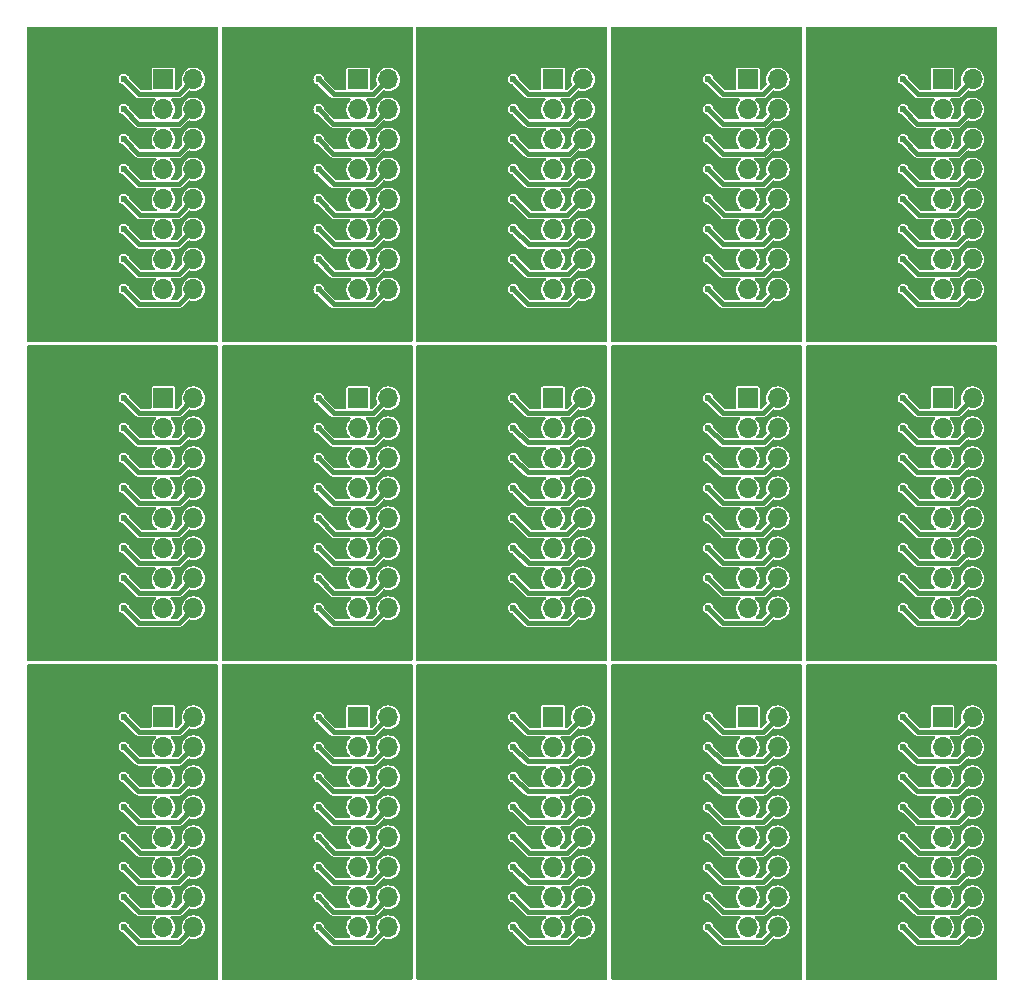
<source format=gbr>
%TF.GenerationSoftware,KiCad,Pcbnew,(6.0.7)*%
%TF.CreationDate,2023-02-25T07:44:42+08:00*%
%TF.ProjectId,BoardCoverter,426f6172-6443-46f7-9665-727465722e6b,rev?*%
%TF.SameCoordinates,Original*%
%TF.FileFunction,Copper,L1,Top*%
%TF.FilePolarity,Positive*%
%FSLAX46Y46*%
G04 Gerber Fmt 4.6, Leading zero omitted, Abs format (unit mm)*
G04 Created by KiCad (PCBNEW (6.0.7)) date 2023-02-25 07:44:42*
%MOMM*%
%LPD*%
G01*
G04 APERTURE LIST*
%TA.AperFunction,ComponentPad*%
%ADD10R,1.700000X1.700000*%
%TD*%
%TA.AperFunction,ComponentPad*%
%ADD11O,1.700000X1.700000*%
%TD*%
%TA.AperFunction,ViaPad*%
%ADD12C,0.600000*%
%TD*%
%TA.AperFunction,Conductor*%
%ADD13C,1.000000*%
%TD*%
%TA.AperFunction,Conductor*%
%ADD14C,0.400000*%
%TD*%
G04 APERTURE END LIST*
D10*
%TO.P,J1,1,Pin_1*%
%TO.N,Net-(J2-Pad3)*%
X148117500Y-63712500D03*
D11*
%TO.P,J1,2,Pin_2*%
%TO.N,Net-(J2-Pad4)*%
X150657500Y-63712500D03*
%TO.P,J1,3,Pin_3*%
%TO.N,Net-(J2-Pad5)*%
X148117500Y-66252500D03*
%TO.P,J1,4,Pin_4*%
%TO.N,Net-(J1-Pad4)*%
X150657500Y-66252500D03*
%TO.P,J1,5,Pin_5*%
%TO.N,Net-(J2-Pad7)*%
X148117500Y-68792500D03*
%TO.P,J1,6,Pin_6*%
%TO.N,Net-(J2-Pad8)*%
X150657500Y-68792500D03*
%TO.P,J1,7,Pin_7*%
%TO.N,Net-(J2-Pad9)*%
X148117500Y-71332500D03*
%TO.P,J1,8,Pin_8*%
%TO.N,Net-(J2-Pad10)*%
X150657500Y-71332500D03*
%TO.P,J1,9,Pin_9*%
%TO.N,Net-(J2-Pad11)*%
X148117500Y-73872500D03*
%TO.P,J1,10,Pin_10*%
%TO.N,Net-(J2-Pad12)*%
X150657500Y-73872500D03*
%TO.P,J1,11,Pin_11*%
%TO.N,Net-(J2-Pad13)*%
X148117500Y-76412500D03*
%TO.P,J1,12,Pin_12*%
%TO.N,Net-(J2-Pad14)*%
X150657500Y-76412500D03*
%TO.P,J1,13,Pin_13*%
%TO.N,Net-(J2-Pad15)*%
X148117500Y-78952500D03*
%TO.P,J1,14,Pin_14*%
%TO.N,Net-(J2-Pad16)*%
X150657500Y-78952500D03*
%TO.P,J1,15,Pin_15*%
%TO.N,Net-(J2-Pad17)*%
X148117500Y-81492500D03*
%TO.P,J1,16,Pin_16*%
%TO.N,Net-(J1-Pad16)*%
X150657500Y-81492500D03*
%TD*%
D10*
%TO.P,J1,1,Pin_1*%
%TO.N,Net-(J2-Pad3)*%
X115137500Y-63712500D03*
D11*
%TO.P,J1,2,Pin_2*%
%TO.N,Net-(J2-Pad4)*%
X117677500Y-63712500D03*
%TO.P,J1,3,Pin_3*%
%TO.N,Net-(J2-Pad5)*%
X115137500Y-66252500D03*
%TO.P,J1,4,Pin_4*%
%TO.N,Net-(J1-Pad4)*%
X117677500Y-66252500D03*
%TO.P,J1,5,Pin_5*%
%TO.N,Net-(J2-Pad7)*%
X115137500Y-68792500D03*
%TO.P,J1,6,Pin_6*%
%TO.N,Net-(J2-Pad8)*%
X117677500Y-68792500D03*
%TO.P,J1,7,Pin_7*%
%TO.N,Net-(J2-Pad9)*%
X115137500Y-71332500D03*
%TO.P,J1,8,Pin_8*%
%TO.N,Net-(J2-Pad10)*%
X117677500Y-71332500D03*
%TO.P,J1,9,Pin_9*%
%TO.N,Net-(J2-Pad11)*%
X115137500Y-73872500D03*
%TO.P,J1,10,Pin_10*%
%TO.N,Net-(J2-Pad12)*%
X117677500Y-73872500D03*
%TO.P,J1,11,Pin_11*%
%TO.N,Net-(J2-Pad13)*%
X115137500Y-76412500D03*
%TO.P,J1,12,Pin_12*%
%TO.N,Net-(J2-Pad14)*%
X117677500Y-76412500D03*
%TO.P,J1,13,Pin_13*%
%TO.N,Net-(J2-Pad15)*%
X115137500Y-78952500D03*
%TO.P,J1,14,Pin_14*%
%TO.N,Net-(J2-Pad16)*%
X117677500Y-78952500D03*
%TO.P,J1,15,Pin_15*%
%TO.N,Net-(J2-Pad17)*%
X115137500Y-81492500D03*
%TO.P,J1,16,Pin_16*%
%TO.N,Net-(J1-Pad16)*%
X117677500Y-81492500D03*
%TD*%
D10*
%TO.P,J1,1,Pin_1*%
%TO.N,Net-(J2-Pad3)*%
X164607500Y-90712500D03*
D11*
%TO.P,J1,2,Pin_2*%
%TO.N,Net-(J2-Pad4)*%
X167147500Y-90712500D03*
%TO.P,J1,3,Pin_3*%
%TO.N,Net-(J2-Pad5)*%
X164607500Y-93252500D03*
%TO.P,J1,4,Pin_4*%
%TO.N,Net-(J1-Pad4)*%
X167147500Y-93252500D03*
%TO.P,J1,5,Pin_5*%
%TO.N,Net-(J2-Pad7)*%
X164607500Y-95792500D03*
%TO.P,J1,6,Pin_6*%
%TO.N,Net-(J2-Pad8)*%
X167147500Y-95792500D03*
%TO.P,J1,7,Pin_7*%
%TO.N,Net-(J2-Pad9)*%
X164607500Y-98332500D03*
%TO.P,J1,8,Pin_8*%
%TO.N,Net-(J2-Pad10)*%
X167147500Y-98332500D03*
%TO.P,J1,9,Pin_9*%
%TO.N,Net-(J2-Pad11)*%
X164607500Y-100872500D03*
%TO.P,J1,10,Pin_10*%
%TO.N,Net-(J2-Pad12)*%
X167147500Y-100872500D03*
%TO.P,J1,11,Pin_11*%
%TO.N,Net-(J2-Pad13)*%
X164607500Y-103412500D03*
%TO.P,J1,12,Pin_12*%
%TO.N,Net-(J2-Pad14)*%
X167147500Y-103412500D03*
%TO.P,J1,13,Pin_13*%
%TO.N,Net-(J2-Pad15)*%
X164607500Y-105952500D03*
%TO.P,J1,14,Pin_14*%
%TO.N,Net-(J2-Pad16)*%
X167147500Y-105952500D03*
%TO.P,J1,15,Pin_15*%
%TO.N,Net-(J2-Pad17)*%
X164607500Y-108492500D03*
%TO.P,J1,16,Pin_16*%
%TO.N,Net-(J1-Pad16)*%
X167147500Y-108492500D03*
%TD*%
D10*
%TO.P,J1,1,Pin_1*%
%TO.N,Net-(J2-Pad3)*%
X115137500Y-90712500D03*
D11*
%TO.P,J1,2,Pin_2*%
%TO.N,Net-(J2-Pad4)*%
X117677500Y-90712500D03*
%TO.P,J1,3,Pin_3*%
%TO.N,Net-(J2-Pad5)*%
X115137500Y-93252500D03*
%TO.P,J1,4,Pin_4*%
%TO.N,Net-(J1-Pad4)*%
X117677500Y-93252500D03*
%TO.P,J1,5,Pin_5*%
%TO.N,Net-(J2-Pad7)*%
X115137500Y-95792500D03*
%TO.P,J1,6,Pin_6*%
%TO.N,Net-(J2-Pad8)*%
X117677500Y-95792500D03*
%TO.P,J1,7,Pin_7*%
%TO.N,Net-(J2-Pad9)*%
X115137500Y-98332500D03*
%TO.P,J1,8,Pin_8*%
%TO.N,Net-(J2-Pad10)*%
X117677500Y-98332500D03*
%TO.P,J1,9,Pin_9*%
%TO.N,Net-(J2-Pad11)*%
X115137500Y-100872500D03*
%TO.P,J1,10,Pin_10*%
%TO.N,Net-(J2-Pad12)*%
X117677500Y-100872500D03*
%TO.P,J1,11,Pin_11*%
%TO.N,Net-(J2-Pad13)*%
X115137500Y-103412500D03*
%TO.P,J1,12,Pin_12*%
%TO.N,Net-(J2-Pad14)*%
X117677500Y-103412500D03*
%TO.P,J1,13,Pin_13*%
%TO.N,Net-(J2-Pad15)*%
X115137500Y-105952500D03*
%TO.P,J1,14,Pin_14*%
%TO.N,Net-(J2-Pad16)*%
X117677500Y-105952500D03*
%TO.P,J1,15,Pin_15*%
%TO.N,Net-(J2-Pad17)*%
X115137500Y-108492500D03*
%TO.P,J1,16,Pin_16*%
%TO.N,Net-(J1-Pad16)*%
X117677500Y-108492500D03*
%TD*%
D10*
%TO.P,J1,1,Pin_1*%
%TO.N,Net-(J2-Pad3)*%
X181097500Y-63712500D03*
D11*
%TO.P,J1,2,Pin_2*%
%TO.N,Net-(J2-Pad4)*%
X183637500Y-63712500D03*
%TO.P,J1,3,Pin_3*%
%TO.N,Net-(J2-Pad5)*%
X181097500Y-66252500D03*
%TO.P,J1,4,Pin_4*%
%TO.N,Net-(J1-Pad4)*%
X183637500Y-66252500D03*
%TO.P,J1,5,Pin_5*%
%TO.N,Net-(J2-Pad7)*%
X181097500Y-68792500D03*
%TO.P,J1,6,Pin_6*%
%TO.N,Net-(J2-Pad8)*%
X183637500Y-68792500D03*
%TO.P,J1,7,Pin_7*%
%TO.N,Net-(J2-Pad9)*%
X181097500Y-71332500D03*
%TO.P,J1,8,Pin_8*%
%TO.N,Net-(J2-Pad10)*%
X183637500Y-71332500D03*
%TO.P,J1,9,Pin_9*%
%TO.N,Net-(J2-Pad11)*%
X181097500Y-73872500D03*
%TO.P,J1,10,Pin_10*%
%TO.N,Net-(J2-Pad12)*%
X183637500Y-73872500D03*
%TO.P,J1,11,Pin_11*%
%TO.N,Net-(J2-Pad13)*%
X181097500Y-76412500D03*
%TO.P,J1,12,Pin_12*%
%TO.N,Net-(J2-Pad14)*%
X183637500Y-76412500D03*
%TO.P,J1,13,Pin_13*%
%TO.N,Net-(J2-Pad15)*%
X181097500Y-78952500D03*
%TO.P,J1,14,Pin_14*%
%TO.N,Net-(J2-Pad16)*%
X183637500Y-78952500D03*
%TO.P,J1,15,Pin_15*%
%TO.N,Net-(J2-Pad17)*%
X181097500Y-81492500D03*
%TO.P,J1,16,Pin_16*%
%TO.N,Net-(J1-Pad16)*%
X183637500Y-81492500D03*
%TD*%
D10*
%TO.P,J1,1,Pin_1*%
%TO.N,Net-(J2-Pad3)*%
X164607500Y-63712500D03*
D11*
%TO.P,J1,2,Pin_2*%
%TO.N,Net-(J2-Pad4)*%
X167147500Y-63712500D03*
%TO.P,J1,3,Pin_3*%
%TO.N,Net-(J2-Pad5)*%
X164607500Y-66252500D03*
%TO.P,J1,4,Pin_4*%
%TO.N,Net-(J1-Pad4)*%
X167147500Y-66252500D03*
%TO.P,J1,5,Pin_5*%
%TO.N,Net-(J2-Pad7)*%
X164607500Y-68792500D03*
%TO.P,J1,6,Pin_6*%
%TO.N,Net-(J2-Pad8)*%
X167147500Y-68792500D03*
%TO.P,J1,7,Pin_7*%
%TO.N,Net-(J2-Pad9)*%
X164607500Y-71332500D03*
%TO.P,J1,8,Pin_8*%
%TO.N,Net-(J2-Pad10)*%
X167147500Y-71332500D03*
%TO.P,J1,9,Pin_9*%
%TO.N,Net-(J2-Pad11)*%
X164607500Y-73872500D03*
%TO.P,J1,10,Pin_10*%
%TO.N,Net-(J2-Pad12)*%
X167147500Y-73872500D03*
%TO.P,J1,11,Pin_11*%
%TO.N,Net-(J2-Pad13)*%
X164607500Y-76412500D03*
%TO.P,J1,12,Pin_12*%
%TO.N,Net-(J2-Pad14)*%
X167147500Y-76412500D03*
%TO.P,J1,13,Pin_13*%
%TO.N,Net-(J2-Pad15)*%
X164607500Y-78952500D03*
%TO.P,J1,14,Pin_14*%
%TO.N,Net-(J2-Pad16)*%
X167147500Y-78952500D03*
%TO.P,J1,15,Pin_15*%
%TO.N,Net-(J2-Pad17)*%
X164607500Y-81492500D03*
%TO.P,J1,16,Pin_16*%
%TO.N,Net-(J1-Pad16)*%
X167147500Y-81492500D03*
%TD*%
D10*
%TO.P,J1,1,Pin_1*%
%TO.N,Net-(J2-Pad3)*%
X131627500Y-117712500D03*
D11*
%TO.P,J1,2,Pin_2*%
%TO.N,Net-(J2-Pad4)*%
X134167500Y-117712500D03*
%TO.P,J1,3,Pin_3*%
%TO.N,Net-(J2-Pad5)*%
X131627500Y-120252500D03*
%TO.P,J1,4,Pin_4*%
%TO.N,Net-(J1-Pad4)*%
X134167500Y-120252500D03*
%TO.P,J1,5,Pin_5*%
%TO.N,Net-(J2-Pad7)*%
X131627500Y-122792500D03*
%TO.P,J1,6,Pin_6*%
%TO.N,Net-(J2-Pad8)*%
X134167500Y-122792500D03*
%TO.P,J1,7,Pin_7*%
%TO.N,Net-(J2-Pad9)*%
X131627500Y-125332500D03*
%TO.P,J1,8,Pin_8*%
%TO.N,Net-(J2-Pad10)*%
X134167500Y-125332500D03*
%TO.P,J1,9,Pin_9*%
%TO.N,Net-(J2-Pad11)*%
X131627500Y-127872500D03*
%TO.P,J1,10,Pin_10*%
%TO.N,Net-(J2-Pad12)*%
X134167500Y-127872500D03*
%TO.P,J1,11,Pin_11*%
%TO.N,Net-(J2-Pad13)*%
X131627500Y-130412500D03*
%TO.P,J1,12,Pin_12*%
%TO.N,Net-(J2-Pad14)*%
X134167500Y-130412500D03*
%TO.P,J1,13,Pin_13*%
%TO.N,Net-(J2-Pad15)*%
X131627500Y-132952500D03*
%TO.P,J1,14,Pin_14*%
%TO.N,Net-(J2-Pad16)*%
X134167500Y-132952500D03*
%TO.P,J1,15,Pin_15*%
%TO.N,Net-(J2-Pad17)*%
X131627500Y-135492500D03*
%TO.P,J1,16,Pin_16*%
%TO.N,Net-(J1-Pad16)*%
X134167500Y-135492500D03*
%TD*%
D10*
%TO.P,J1,1,Pin_1*%
%TO.N,Net-(J2-Pad3)*%
X181097500Y-117712500D03*
D11*
%TO.P,J1,2,Pin_2*%
%TO.N,Net-(J2-Pad4)*%
X183637500Y-117712500D03*
%TO.P,J1,3,Pin_3*%
%TO.N,Net-(J2-Pad5)*%
X181097500Y-120252500D03*
%TO.P,J1,4,Pin_4*%
%TO.N,Net-(J1-Pad4)*%
X183637500Y-120252500D03*
%TO.P,J1,5,Pin_5*%
%TO.N,Net-(J2-Pad7)*%
X181097500Y-122792500D03*
%TO.P,J1,6,Pin_6*%
%TO.N,Net-(J2-Pad8)*%
X183637500Y-122792500D03*
%TO.P,J1,7,Pin_7*%
%TO.N,Net-(J2-Pad9)*%
X181097500Y-125332500D03*
%TO.P,J1,8,Pin_8*%
%TO.N,Net-(J2-Pad10)*%
X183637500Y-125332500D03*
%TO.P,J1,9,Pin_9*%
%TO.N,Net-(J2-Pad11)*%
X181097500Y-127872500D03*
%TO.P,J1,10,Pin_10*%
%TO.N,Net-(J2-Pad12)*%
X183637500Y-127872500D03*
%TO.P,J1,11,Pin_11*%
%TO.N,Net-(J2-Pad13)*%
X181097500Y-130412500D03*
%TO.P,J1,12,Pin_12*%
%TO.N,Net-(J2-Pad14)*%
X183637500Y-130412500D03*
%TO.P,J1,13,Pin_13*%
%TO.N,Net-(J2-Pad15)*%
X181097500Y-132952500D03*
%TO.P,J1,14,Pin_14*%
%TO.N,Net-(J2-Pad16)*%
X183637500Y-132952500D03*
%TO.P,J1,15,Pin_15*%
%TO.N,Net-(J2-Pad17)*%
X181097500Y-135492500D03*
%TO.P,J1,16,Pin_16*%
%TO.N,Net-(J1-Pad16)*%
X183637500Y-135492500D03*
%TD*%
D10*
%TO.P,J1,1,Pin_1*%
%TO.N,Net-(J2-Pad3)*%
X148117500Y-90712500D03*
D11*
%TO.P,J1,2,Pin_2*%
%TO.N,Net-(J2-Pad4)*%
X150657500Y-90712500D03*
%TO.P,J1,3,Pin_3*%
%TO.N,Net-(J2-Pad5)*%
X148117500Y-93252500D03*
%TO.P,J1,4,Pin_4*%
%TO.N,Net-(J1-Pad4)*%
X150657500Y-93252500D03*
%TO.P,J1,5,Pin_5*%
%TO.N,Net-(J2-Pad7)*%
X148117500Y-95792500D03*
%TO.P,J1,6,Pin_6*%
%TO.N,Net-(J2-Pad8)*%
X150657500Y-95792500D03*
%TO.P,J1,7,Pin_7*%
%TO.N,Net-(J2-Pad9)*%
X148117500Y-98332500D03*
%TO.P,J1,8,Pin_8*%
%TO.N,Net-(J2-Pad10)*%
X150657500Y-98332500D03*
%TO.P,J1,9,Pin_9*%
%TO.N,Net-(J2-Pad11)*%
X148117500Y-100872500D03*
%TO.P,J1,10,Pin_10*%
%TO.N,Net-(J2-Pad12)*%
X150657500Y-100872500D03*
%TO.P,J1,11,Pin_11*%
%TO.N,Net-(J2-Pad13)*%
X148117500Y-103412500D03*
%TO.P,J1,12,Pin_12*%
%TO.N,Net-(J2-Pad14)*%
X150657500Y-103412500D03*
%TO.P,J1,13,Pin_13*%
%TO.N,Net-(J2-Pad15)*%
X148117500Y-105952500D03*
%TO.P,J1,14,Pin_14*%
%TO.N,Net-(J2-Pad16)*%
X150657500Y-105952500D03*
%TO.P,J1,15,Pin_15*%
%TO.N,Net-(J2-Pad17)*%
X148117500Y-108492500D03*
%TO.P,J1,16,Pin_16*%
%TO.N,Net-(J1-Pad16)*%
X150657500Y-108492500D03*
%TD*%
D10*
%TO.P,J1,1,Pin_1*%
%TO.N,Net-(J2-Pad3)*%
X131627500Y-90712500D03*
D11*
%TO.P,J1,2,Pin_2*%
%TO.N,Net-(J2-Pad4)*%
X134167500Y-90712500D03*
%TO.P,J1,3,Pin_3*%
%TO.N,Net-(J2-Pad5)*%
X131627500Y-93252500D03*
%TO.P,J1,4,Pin_4*%
%TO.N,Net-(J1-Pad4)*%
X134167500Y-93252500D03*
%TO.P,J1,5,Pin_5*%
%TO.N,Net-(J2-Pad7)*%
X131627500Y-95792500D03*
%TO.P,J1,6,Pin_6*%
%TO.N,Net-(J2-Pad8)*%
X134167500Y-95792500D03*
%TO.P,J1,7,Pin_7*%
%TO.N,Net-(J2-Pad9)*%
X131627500Y-98332500D03*
%TO.P,J1,8,Pin_8*%
%TO.N,Net-(J2-Pad10)*%
X134167500Y-98332500D03*
%TO.P,J1,9,Pin_9*%
%TO.N,Net-(J2-Pad11)*%
X131627500Y-100872500D03*
%TO.P,J1,10,Pin_10*%
%TO.N,Net-(J2-Pad12)*%
X134167500Y-100872500D03*
%TO.P,J1,11,Pin_11*%
%TO.N,Net-(J2-Pad13)*%
X131627500Y-103412500D03*
%TO.P,J1,12,Pin_12*%
%TO.N,Net-(J2-Pad14)*%
X134167500Y-103412500D03*
%TO.P,J1,13,Pin_13*%
%TO.N,Net-(J2-Pad15)*%
X131627500Y-105952500D03*
%TO.P,J1,14,Pin_14*%
%TO.N,Net-(J2-Pad16)*%
X134167500Y-105952500D03*
%TO.P,J1,15,Pin_15*%
%TO.N,Net-(J2-Pad17)*%
X131627500Y-108492500D03*
%TO.P,J1,16,Pin_16*%
%TO.N,Net-(J1-Pad16)*%
X134167500Y-108492500D03*
%TD*%
D10*
%TO.P,J1,1,Pin_1*%
%TO.N,Net-(J2-Pad3)*%
X115137500Y-117712500D03*
D11*
%TO.P,J1,2,Pin_2*%
%TO.N,Net-(J2-Pad4)*%
X117677500Y-117712500D03*
%TO.P,J1,3,Pin_3*%
%TO.N,Net-(J2-Pad5)*%
X115137500Y-120252500D03*
%TO.P,J1,4,Pin_4*%
%TO.N,Net-(J1-Pad4)*%
X117677500Y-120252500D03*
%TO.P,J1,5,Pin_5*%
%TO.N,Net-(J2-Pad7)*%
X115137500Y-122792500D03*
%TO.P,J1,6,Pin_6*%
%TO.N,Net-(J2-Pad8)*%
X117677500Y-122792500D03*
%TO.P,J1,7,Pin_7*%
%TO.N,Net-(J2-Pad9)*%
X115137500Y-125332500D03*
%TO.P,J1,8,Pin_8*%
%TO.N,Net-(J2-Pad10)*%
X117677500Y-125332500D03*
%TO.P,J1,9,Pin_9*%
%TO.N,Net-(J2-Pad11)*%
X115137500Y-127872500D03*
%TO.P,J1,10,Pin_10*%
%TO.N,Net-(J2-Pad12)*%
X117677500Y-127872500D03*
%TO.P,J1,11,Pin_11*%
%TO.N,Net-(J2-Pad13)*%
X115137500Y-130412500D03*
%TO.P,J1,12,Pin_12*%
%TO.N,Net-(J2-Pad14)*%
X117677500Y-130412500D03*
%TO.P,J1,13,Pin_13*%
%TO.N,Net-(J2-Pad15)*%
X115137500Y-132952500D03*
%TO.P,J1,14,Pin_14*%
%TO.N,Net-(J2-Pad16)*%
X117677500Y-132952500D03*
%TO.P,J1,15,Pin_15*%
%TO.N,Net-(J2-Pad17)*%
X115137500Y-135492500D03*
%TO.P,J1,16,Pin_16*%
%TO.N,Net-(J1-Pad16)*%
X117677500Y-135492500D03*
%TD*%
D10*
%TO.P,J1,1,Pin_1*%
%TO.N,Net-(J2-Pad3)*%
X148117500Y-117712500D03*
D11*
%TO.P,J1,2,Pin_2*%
%TO.N,Net-(J2-Pad4)*%
X150657500Y-117712500D03*
%TO.P,J1,3,Pin_3*%
%TO.N,Net-(J2-Pad5)*%
X148117500Y-120252500D03*
%TO.P,J1,4,Pin_4*%
%TO.N,Net-(J1-Pad4)*%
X150657500Y-120252500D03*
%TO.P,J1,5,Pin_5*%
%TO.N,Net-(J2-Pad7)*%
X148117500Y-122792500D03*
%TO.P,J1,6,Pin_6*%
%TO.N,Net-(J2-Pad8)*%
X150657500Y-122792500D03*
%TO.P,J1,7,Pin_7*%
%TO.N,Net-(J2-Pad9)*%
X148117500Y-125332500D03*
%TO.P,J1,8,Pin_8*%
%TO.N,Net-(J2-Pad10)*%
X150657500Y-125332500D03*
%TO.P,J1,9,Pin_9*%
%TO.N,Net-(J2-Pad11)*%
X148117500Y-127872500D03*
%TO.P,J1,10,Pin_10*%
%TO.N,Net-(J2-Pad12)*%
X150657500Y-127872500D03*
%TO.P,J1,11,Pin_11*%
%TO.N,Net-(J2-Pad13)*%
X148117500Y-130412500D03*
%TO.P,J1,12,Pin_12*%
%TO.N,Net-(J2-Pad14)*%
X150657500Y-130412500D03*
%TO.P,J1,13,Pin_13*%
%TO.N,Net-(J2-Pad15)*%
X148117500Y-132952500D03*
%TO.P,J1,14,Pin_14*%
%TO.N,Net-(J2-Pad16)*%
X150657500Y-132952500D03*
%TO.P,J1,15,Pin_15*%
%TO.N,Net-(J2-Pad17)*%
X148117500Y-135492500D03*
%TO.P,J1,16,Pin_16*%
%TO.N,Net-(J1-Pad16)*%
X150657500Y-135492500D03*
%TD*%
D10*
%TO.P,J1,1,Pin_1*%
%TO.N,Net-(J2-Pad3)*%
X131627500Y-63712500D03*
D11*
%TO.P,J1,2,Pin_2*%
%TO.N,Net-(J2-Pad4)*%
X134167500Y-63712500D03*
%TO.P,J1,3,Pin_3*%
%TO.N,Net-(J2-Pad5)*%
X131627500Y-66252500D03*
%TO.P,J1,4,Pin_4*%
%TO.N,Net-(J1-Pad4)*%
X134167500Y-66252500D03*
%TO.P,J1,5,Pin_5*%
%TO.N,Net-(J2-Pad7)*%
X131627500Y-68792500D03*
%TO.P,J1,6,Pin_6*%
%TO.N,Net-(J2-Pad8)*%
X134167500Y-68792500D03*
%TO.P,J1,7,Pin_7*%
%TO.N,Net-(J2-Pad9)*%
X131627500Y-71332500D03*
%TO.P,J1,8,Pin_8*%
%TO.N,Net-(J2-Pad10)*%
X134167500Y-71332500D03*
%TO.P,J1,9,Pin_9*%
%TO.N,Net-(J2-Pad11)*%
X131627500Y-73872500D03*
%TO.P,J1,10,Pin_10*%
%TO.N,Net-(J2-Pad12)*%
X134167500Y-73872500D03*
%TO.P,J1,11,Pin_11*%
%TO.N,Net-(J2-Pad13)*%
X131627500Y-76412500D03*
%TO.P,J1,12,Pin_12*%
%TO.N,Net-(J2-Pad14)*%
X134167500Y-76412500D03*
%TO.P,J1,13,Pin_13*%
%TO.N,Net-(J2-Pad15)*%
X131627500Y-78952500D03*
%TO.P,J1,14,Pin_14*%
%TO.N,Net-(J2-Pad16)*%
X134167500Y-78952500D03*
%TO.P,J1,15,Pin_15*%
%TO.N,Net-(J2-Pad17)*%
X131627500Y-81492500D03*
%TO.P,J1,16,Pin_16*%
%TO.N,Net-(J1-Pad16)*%
X134167500Y-81492500D03*
%TD*%
D10*
%TO.P,J1,1,Pin_1*%
%TO.N,Net-(J2-Pad3)*%
X164607500Y-117712500D03*
D11*
%TO.P,J1,2,Pin_2*%
%TO.N,Net-(J2-Pad4)*%
X167147500Y-117712500D03*
%TO.P,J1,3,Pin_3*%
%TO.N,Net-(J2-Pad5)*%
X164607500Y-120252500D03*
%TO.P,J1,4,Pin_4*%
%TO.N,Net-(J1-Pad4)*%
X167147500Y-120252500D03*
%TO.P,J1,5,Pin_5*%
%TO.N,Net-(J2-Pad7)*%
X164607500Y-122792500D03*
%TO.P,J1,6,Pin_6*%
%TO.N,Net-(J2-Pad8)*%
X167147500Y-122792500D03*
%TO.P,J1,7,Pin_7*%
%TO.N,Net-(J2-Pad9)*%
X164607500Y-125332500D03*
%TO.P,J1,8,Pin_8*%
%TO.N,Net-(J2-Pad10)*%
X167147500Y-125332500D03*
%TO.P,J1,9,Pin_9*%
%TO.N,Net-(J2-Pad11)*%
X164607500Y-127872500D03*
%TO.P,J1,10,Pin_10*%
%TO.N,Net-(J2-Pad12)*%
X167147500Y-127872500D03*
%TO.P,J1,11,Pin_11*%
%TO.N,Net-(J2-Pad13)*%
X164607500Y-130412500D03*
%TO.P,J1,12,Pin_12*%
%TO.N,Net-(J2-Pad14)*%
X167147500Y-130412500D03*
%TO.P,J1,13,Pin_13*%
%TO.N,Net-(J2-Pad15)*%
X164607500Y-132952500D03*
%TO.P,J1,14,Pin_14*%
%TO.N,Net-(J2-Pad16)*%
X167147500Y-132952500D03*
%TO.P,J1,15,Pin_15*%
%TO.N,Net-(J2-Pad17)*%
X164607500Y-135492500D03*
%TO.P,J1,16,Pin_16*%
%TO.N,Net-(J1-Pad16)*%
X167147500Y-135492500D03*
%TD*%
D10*
%TO.P,J1,1,Pin_1*%
%TO.N,Net-(J2-Pad3)*%
X181097500Y-90712500D03*
D11*
%TO.P,J1,2,Pin_2*%
%TO.N,Net-(J2-Pad4)*%
X183637500Y-90712500D03*
%TO.P,J1,3,Pin_3*%
%TO.N,Net-(J2-Pad5)*%
X181097500Y-93252500D03*
%TO.P,J1,4,Pin_4*%
%TO.N,Net-(J1-Pad4)*%
X183637500Y-93252500D03*
%TO.P,J1,5,Pin_5*%
%TO.N,Net-(J2-Pad7)*%
X181097500Y-95792500D03*
%TO.P,J1,6,Pin_6*%
%TO.N,Net-(J2-Pad8)*%
X183637500Y-95792500D03*
%TO.P,J1,7,Pin_7*%
%TO.N,Net-(J2-Pad9)*%
X181097500Y-98332500D03*
%TO.P,J1,8,Pin_8*%
%TO.N,Net-(J2-Pad10)*%
X183637500Y-98332500D03*
%TO.P,J1,9,Pin_9*%
%TO.N,Net-(J2-Pad11)*%
X181097500Y-100872500D03*
%TO.P,J1,10,Pin_10*%
%TO.N,Net-(J2-Pad12)*%
X183637500Y-100872500D03*
%TO.P,J1,11,Pin_11*%
%TO.N,Net-(J2-Pad13)*%
X181097500Y-103412500D03*
%TO.P,J1,12,Pin_12*%
%TO.N,Net-(J2-Pad14)*%
X183637500Y-103412500D03*
%TO.P,J1,13,Pin_13*%
%TO.N,Net-(J2-Pad15)*%
X181097500Y-105952500D03*
%TO.P,J1,14,Pin_14*%
%TO.N,Net-(J2-Pad16)*%
X183637500Y-105952500D03*
%TO.P,J1,15,Pin_15*%
%TO.N,Net-(J2-Pad17)*%
X181097500Y-108492500D03*
%TO.P,J1,16,Pin_16*%
%TO.N,Net-(J1-Pad16)*%
X183637500Y-108492500D03*
%TD*%
D12*
%TO.N,GND*%
X177752500Y-88157500D03*
X128282500Y-115157500D03*
X177752500Y-84017500D03*
X161262500Y-88157500D03*
X161262500Y-115157500D03*
X177752500Y-115157500D03*
X161262500Y-61157500D03*
X177752500Y-111017500D03*
X177752500Y-61157500D03*
X161262500Y-111017500D03*
X144772500Y-115157500D03*
X144772500Y-111017500D03*
X144772500Y-61157500D03*
X144772500Y-84017500D03*
X111792500Y-115157500D03*
X111792500Y-138017500D03*
X128282500Y-138017500D03*
X128282500Y-111017500D03*
X111792500Y-111017500D03*
X161262500Y-84017500D03*
X111792500Y-61157500D03*
X144772500Y-88157500D03*
X161262500Y-138017500D03*
X128282500Y-61157500D03*
X144772500Y-138017500D03*
X111792500Y-88157500D03*
X128282500Y-88157500D03*
X177752500Y-138017500D03*
X111792500Y-84017500D03*
X128282500Y-84017500D03*
%TO.N,Net-(J2-Pad4)*%
X111792500Y-117697500D03*
X177752500Y-63697500D03*
X128282500Y-90697500D03*
X161262500Y-117697500D03*
X161262500Y-63697500D03*
X177752500Y-90697500D03*
X111792500Y-90697500D03*
X128282500Y-63697500D03*
X128282500Y-117697500D03*
X161262500Y-90697500D03*
X111792500Y-63697500D03*
X144772500Y-117697500D03*
X144772500Y-63697500D03*
X177752500Y-117697500D03*
X144772500Y-90697500D03*
%TO.N,Net-(J1-Pad4)*%
X161262500Y-93237500D03*
X128282500Y-66237500D03*
X177752500Y-93237500D03*
X144772500Y-66237500D03*
X144772500Y-120237500D03*
X144772500Y-93237500D03*
X161262500Y-66237500D03*
X177752500Y-120237500D03*
X161262500Y-120237500D03*
X177752500Y-66237500D03*
X111792500Y-120237500D03*
X111792500Y-93237500D03*
X111792500Y-66237500D03*
X128282500Y-93237500D03*
X128282500Y-120237500D03*
%TO.N,Net-(J2-Pad8)*%
X177752500Y-68777500D03*
X144772500Y-95777500D03*
X144772500Y-68777500D03*
X111792500Y-122777500D03*
X177752500Y-122777500D03*
X128282500Y-122777500D03*
X161262500Y-68777500D03*
X161262500Y-122777500D03*
X144772500Y-122777500D03*
X128282500Y-95777500D03*
X177752500Y-95777500D03*
X111792500Y-95777500D03*
X128282500Y-68777500D03*
X161262500Y-95777500D03*
X111792500Y-68777500D03*
%TO.N,Net-(J2-Pad10)*%
X111792500Y-98317500D03*
X111792500Y-125317500D03*
X144772500Y-125317500D03*
X177752500Y-71317500D03*
X128282500Y-98317500D03*
X144772500Y-98317500D03*
X177752500Y-98317500D03*
X128282500Y-125317500D03*
X111792500Y-71317500D03*
X177752500Y-125317500D03*
X128282500Y-71317500D03*
X161262500Y-125317500D03*
X161262500Y-71317500D03*
X161262500Y-98317500D03*
X144772500Y-71317500D03*
%TO.N,Net-(J2-Pad12)*%
X128282500Y-100857500D03*
X128282500Y-127857500D03*
X177752500Y-127857500D03*
X161262500Y-127857500D03*
X128282500Y-73857500D03*
X161262500Y-100857500D03*
X177752500Y-100857500D03*
X144772500Y-127857500D03*
X161262500Y-73857500D03*
X144772500Y-73857500D03*
X144772500Y-100857500D03*
X111792500Y-73857500D03*
X177752500Y-73857500D03*
X111792500Y-127857500D03*
X111792500Y-100857500D03*
%TO.N,Net-(J2-Pad14)*%
X161262500Y-76397500D03*
X111792500Y-103397500D03*
X177752500Y-76397500D03*
X128282500Y-76397500D03*
X111792500Y-76397500D03*
X177752500Y-130397500D03*
X128282500Y-103397500D03*
X111792500Y-130397500D03*
X161262500Y-130397500D03*
X144772500Y-103397500D03*
X161262500Y-103397500D03*
X144772500Y-76397500D03*
X144772500Y-130397500D03*
X177752500Y-103397500D03*
X128282500Y-130397500D03*
%TO.N,Net-(J2-Pad16)*%
X144772500Y-105937500D03*
X111792500Y-78937500D03*
X161262500Y-105937500D03*
X111792500Y-132937500D03*
X144772500Y-132937500D03*
X128282500Y-132937500D03*
X144772500Y-78937500D03*
X177752500Y-105937500D03*
X161262500Y-132937500D03*
X128282500Y-78937500D03*
X128282500Y-105937500D03*
X161262500Y-78937500D03*
X177752500Y-78937500D03*
X177752500Y-132937500D03*
X111792500Y-105937500D03*
%TO.N,Net-(J1-Pad16)*%
X128282500Y-135477500D03*
X144772500Y-81477500D03*
X111792500Y-81477500D03*
X128282500Y-108477500D03*
X177752500Y-81477500D03*
X128282500Y-81477500D03*
X144772500Y-108477500D03*
X177752500Y-108477500D03*
X161262500Y-81477500D03*
X111792500Y-135477500D03*
X177752500Y-135477500D03*
X111792500Y-108477500D03*
X161262500Y-108477500D03*
X161262500Y-135477500D03*
X144772500Y-135477500D03*
%TD*%
D13*
%TO.N,Net-(J2-Pad3)*%
X181082500Y-90697500D02*
X181097500Y-90712500D01*
X164592500Y-63697500D02*
X164607500Y-63712500D01*
X164592500Y-117697500D02*
X164607500Y-117712500D01*
X164592500Y-90697500D02*
X164607500Y-90712500D01*
X115122500Y-63697500D02*
X115137500Y-63712500D01*
X131612500Y-117697500D02*
X131627500Y-117712500D01*
X181082500Y-63697500D02*
X181097500Y-63712500D01*
X131612500Y-90697500D02*
X131627500Y-90712500D01*
X115122500Y-90697500D02*
X115137500Y-90712500D01*
X148102500Y-90697500D02*
X148117500Y-90712500D01*
X181082500Y-117697500D02*
X181097500Y-117712500D01*
X148102500Y-117697500D02*
X148117500Y-117712500D01*
X115122500Y-117697500D02*
X115137500Y-117712500D01*
X131612500Y-63697500D02*
X131627500Y-63712500D01*
X148102500Y-63697500D02*
X148117500Y-63712500D01*
D14*
%TO.N,Net-(J2-Pad4)*%
X177752500Y-63697500D02*
X179022500Y-64967500D01*
X165892500Y-118967500D02*
X167147500Y-117712500D01*
X146042500Y-118967500D02*
X149402500Y-118967500D01*
X182382500Y-64967500D02*
X183637500Y-63712500D01*
X111792500Y-90697500D02*
X113062500Y-91967500D01*
X144772500Y-63697500D02*
X146042500Y-64967500D01*
X128282500Y-117697500D02*
X129552500Y-118967500D01*
X113062500Y-64967500D02*
X116422500Y-64967500D01*
X177752500Y-90697500D02*
X179022500Y-91967500D01*
X111792500Y-63697500D02*
X113062500Y-64967500D01*
X149402500Y-118967500D02*
X150657500Y-117712500D01*
X179022500Y-64967500D02*
X182382500Y-64967500D01*
X162532500Y-91967500D02*
X165892500Y-91967500D01*
X162532500Y-118967500D02*
X165892500Y-118967500D01*
X129552500Y-64967500D02*
X132912500Y-64967500D01*
X161262500Y-90697500D02*
X162532500Y-91967500D01*
X132912500Y-118967500D02*
X134167500Y-117712500D01*
X144772500Y-117697500D02*
X146042500Y-118967500D01*
X146042500Y-91967500D02*
X149402500Y-91967500D01*
X165892500Y-64967500D02*
X167147500Y-63712500D01*
X161262500Y-63697500D02*
X162532500Y-64967500D01*
X144772500Y-90697500D02*
X146042500Y-91967500D01*
X128282500Y-90697500D02*
X129552500Y-91967500D01*
X162532500Y-64967500D02*
X165892500Y-64967500D01*
X165892500Y-91967500D02*
X167147500Y-90712500D01*
X116422500Y-91967500D02*
X117677500Y-90712500D01*
X149402500Y-64967500D02*
X150657500Y-63712500D01*
X129552500Y-118967500D02*
X132912500Y-118967500D01*
X116422500Y-118967500D02*
X117677500Y-117712500D01*
X113062500Y-118967500D02*
X116422500Y-118967500D01*
X161262500Y-117697500D02*
X162532500Y-118967500D01*
X179022500Y-91967500D02*
X182382500Y-91967500D01*
X182382500Y-118967500D02*
X183637500Y-117712500D01*
X179022500Y-118967500D02*
X182382500Y-118967500D01*
X116422500Y-64967500D02*
X117677500Y-63712500D01*
X129552500Y-91967500D02*
X132912500Y-91967500D01*
X146042500Y-64967500D02*
X149402500Y-64967500D01*
X113062500Y-91967500D02*
X116422500Y-91967500D01*
X132912500Y-91967500D02*
X134167500Y-90712500D01*
X132912500Y-64967500D02*
X134167500Y-63712500D01*
X149402500Y-91967500D02*
X150657500Y-90712500D01*
X111792500Y-117697500D02*
X113062500Y-118967500D01*
X182382500Y-91967500D02*
X183637500Y-90712500D01*
X128282500Y-63697500D02*
X129552500Y-64967500D01*
X177752500Y-117697500D02*
X179022500Y-118967500D01*
D13*
%TO.N,Net-(J2-Pad5)*%
X115122500Y-93237500D02*
X115137500Y-93252500D01*
X115122500Y-66237500D02*
X115137500Y-66252500D01*
X164592500Y-120237500D02*
X164607500Y-120252500D01*
X131612500Y-120237500D02*
X131627500Y-120252500D01*
X148102500Y-93237500D02*
X148117500Y-93252500D01*
X164592500Y-66237500D02*
X164607500Y-66252500D01*
X131612500Y-93237500D02*
X131627500Y-93252500D01*
X164592500Y-93237500D02*
X164607500Y-93252500D01*
X148102500Y-120237500D02*
X148117500Y-120252500D01*
X131612500Y-66237500D02*
X131627500Y-66252500D01*
X115122500Y-120237500D02*
X115137500Y-120252500D01*
X181082500Y-93237500D02*
X181097500Y-93252500D01*
X181082500Y-66237500D02*
X181097500Y-66252500D01*
X181082500Y-120237500D02*
X181097500Y-120252500D01*
X148102500Y-66237500D02*
X148117500Y-66252500D01*
D14*
%TO.N,Net-(J1-Pad4)*%
X149457500Y-121452500D02*
X150657500Y-120252500D01*
X177752500Y-120237500D02*
X178967500Y-121452500D01*
X129497500Y-67452500D02*
X132967500Y-67452500D01*
X178967500Y-94452500D02*
X182437500Y-94452500D01*
X116477500Y-67452500D02*
X117677500Y-66252500D01*
X162477500Y-67452500D02*
X165947500Y-67452500D01*
X182437500Y-67452500D02*
X183637500Y-66252500D01*
X145987500Y-121452500D02*
X149457500Y-121452500D01*
X177752500Y-93237500D02*
X178967500Y-94452500D01*
X162477500Y-121452500D02*
X165947500Y-121452500D01*
X116477500Y-121452500D02*
X117677500Y-120252500D01*
X116477500Y-94452500D02*
X117677500Y-93252500D01*
X132967500Y-121452500D02*
X134167500Y-120252500D01*
X162477500Y-94452500D02*
X165947500Y-94452500D01*
X144772500Y-66237500D02*
X145987500Y-67452500D01*
X113007500Y-94452500D02*
X116477500Y-94452500D01*
X178967500Y-67452500D02*
X182437500Y-67452500D01*
X113007500Y-67452500D02*
X116477500Y-67452500D01*
X132967500Y-94452500D02*
X134167500Y-93252500D01*
X144772500Y-93237500D02*
X145987500Y-94452500D01*
X145987500Y-67452500D02*
X149457500Y-67452500D01*
X165947500Y-67452500D02*
X167147500Y-66252500D01*
X129497500Y-121452500D02*
X132967500Y-121452500D01*
X113007500Y-121452500D02*
X116477500Y-121452500D01*
X177752500Y-66237500D02*
X178967500Y-67452500D01*
X111792500Y-120237500D02*
X113007500Y-121452500D01*
X182437500Y-94452500D02*
X183637500Y-93252500D01*
X144772500Y-120237500D02*
X145987500Y-121452500D01*
X111792500Y-93237500D02*
X113007500Y-94452500D01*
X132967500Y-67452500D02*
X134167500Y-66252500D01*
X128282500Y-120237500D02*
X129497500Y-121452500D01*
X178967500Y-121452500D02*
X182437500Y-121452500D01*
X182437500Y-121452500D02*
X183637500Y-120252500D01*
X145987500Y-94452500D02*
X149457500Y-94452500D01*
X161262500Y-66237500D02*
X162477500Y-67452500D01*
X165947500Y-121452500D02*
X167147500Y-120252500D01*
X129497500Y-94452500D02*
X132967500Y-94452500D01*
X161262500Y-120237500D02*
X162477500Y-121452500D01*
X111792500Y-66237500D02*
X113007500Y-67452500D01*
X149457500Y-67452500D02*
X150657500Y-66252500D01*
X161262500Y-93237500D02*
X162477500Y-94452500D01*
X128282500Y-93237500D02*
X129497500Y-94452500D01*
X165947500Y-94452500D02*
X167147500Y-93252500D01*
X128282500Y-66237500D02*
X129497500Y-67452500D01*
X149457500Y-94452500D02*
X150657500Y-93252500D01*
D13*
%TO.N,Net-(J2-Pad7)*%
X148102500Y-122777500D02*
X148117500Y-122792500D01*
X148102500Y-68777500D02*
X148117500Y-68792500D01*
X181082500Y-95777500D02*
X181097500Y-95792500D01*
X115122500Y-95777500D02*
X115137500Y-95792500D01*
X131612500Y-95777500D02*
X131627500Y-95792500D01*
X181082500Y-68777500D02*
X181097500Y-68792500D01*
X164592500Y-122777500D02*
X164607500Y-122792500D01*
X148102500Y-95777500D02*
X148117500Y-95792500D01*
X164592500Y-68777500D02*
X164607500Y-68792500D01*
X131612500Y-122777500D02*
X131627500Y-122792500D01*
X115122500Y-122777500D02*
X115137500Y-122792500D01*
X115122500Y-68777500D02*
X115137500Y-68792500D01*
X164592500Y-95777500D02*
X164607500Y-95792500D01*
X131612500Y-68777500D02*
X131627500Y-68792500D01*
X181082500Y-122777500D02*
X181097500Y-122792500D01*
D14*
%TO.N,Net-(J2-Pad8)*%
X149457500Y-96992500D02*
X145987500Y-96992500D01*
X116477500Y-96992500D02*
X113007500Y-96992500D01*
X183637500Y-122792500D02*
X182437500Y-123992500D01*
X113007500Y-96992500D02*
X111792500Y-95777500D01*
X150657500Y-122792500D02*
X149457500Y-123992500D01*
X162477500Y-69992500D02*
X161262500Y-68777500D01*
X116477500Y-69992500D02*
X113007500Y-69992500D01*
X132967500Y-69992500D02*
X129497500Y-69992500D01*
X116477500Y-123992500D02*
X113007500Y-123992500D01*
X165947500Y-96992500D02*
X162477500Y-96992500D01*
X165947500Y-69992500D02*
X162477500Y-69992500D01*
X167147500Y-122792500D02*
X165947500Y-123992500D01*
X167147500Y-95792500D02*
X165947500Y-96992500D01*
X129497500Y-123992500D02*
X128282500Y-122777500D01*
X183637500Y-95792500D02*
X182437500Y-96992500D01*
X182437500Y-96992500D02*
X178967500Y-96992500D01*
X149457500Y-69992500D02*
X145987500Y-69992500D01*
X117677500Y-95792500D02*
X116477500Y-96992500D01*
X129497500Y-96992500D02*
X128282500Y-95777500D01*
X117677500Y-122792500D02*
X116477500Y-123992500D01*
X134167500Y-122792500D02*
X132967500Y-123992500D01*
X182437500Y-123992500D02*
X178967500Y-123992500D01*
X117677500Y-68792500D02*
X116477500Y-69992500D01*
X113007500Y-123992500D02*
X111792500Y-122777500D01*
X178967500Y-123992500D02*
X177752500Y-122777500D01*
X162477500Y-123992500D02*
X161262500Y-122777500D01*
X134167500Y-95792500D02*
X132967500Y-96992500D01*
X113007500Y-69992500D02*
X111792500Y-68777500D01*
X150657500Y-95792500D02*
X149457500Y-96992500D01*
X178967500Y-96992500D02*
X177752500Y-95777500D01*
X145987500Y-69992500D02*
X144772500Y-68777500D01*
X132967500Y-96992500D02*
X129497500Y-96992500D01*
X150657500Y-68792500D02*
X149457500Y-69992500D01*
X167147500Y-68792500D02*
X165947500Y-69992500D01*
X134167500Y-68792500D02*
X132967500Y-69992500D01*
X132967500Y-123992500D02*
X129497500Y-123992500D01*
X162477500Y-96992500D02*
X161262500Y-95777500D01*
X149457500Y-123992500D02*
X145987500Y-123992500D01*
X145987500Y-123992500D02*
X144772500Y-122777500D01*
X165947500Y-123992500D02*
X162477500Y-123992500D01*
X183637500Y-68792500D02*
X182437500Y-69992500D01*
X182437500Y-69992500D02*
X178967500Y-69992500D01*
X145987500Y-96992500D02*
X144772500Y-95777500D01*
X178967500Y-69992500D02*
X177752500Y-68777500D01*
X129497500Y-69992500D02*
X128282500Y-68777500D01*
D13*
%TO.N,Net-(J2-Pad9)*%
X164592500Y-71317500D02*
X164607500Y-71332500D01*
X148102500Y-71317500D02*
X148117500Y-71332500D01*
X148102500Y-125317500D02*
X148117500Y-125332500D01*
X181082500Y-71317500D02*
X181097500Y-71332500D01*
X164592500Y-125317500D02*
X164607500Y-125332500D01*
X115122500Y-98317500D02*
X115137500Y-98332500D01*
X148102500Y-98317500D02*
X148117500Y-98332500D01*
X164592500Y-98317500D02*
X164607500Y-98332500D01*
X115122500Y-71317500D02*
X115137500Y-71332500D01*
X115122500Y-125317500D02*
X115137500Y-125332500D01*
X131612500Y-71317500D02*
X131627500Y-71332500D01*
X131612500Y-125317500D02*
X131627500Y-125332500D01*
X181082500Y-98317500D02*
X181097500Y-98332500D01*
X181082500Y-125317500D02*
X181097500Y-125332500D01*
X131612500Y-98317500D02*
X131627500Y-98332500D01*
D14*
%TO.N,Net-(J2-Pad10)*%
X113050712Y-99575712D02*
X111792500Y-98317500D01*
X134167500Y-125332500D02*
X132924288Y-126575712D01*
X116434288Y-126575712D02*
X113050712Y-126575712D01*
X150657500Y-98332500D02*
X149414288Y-99575712D01*
X134167500Y-71332500D02*
X132924288Y-72575712D01*
X162520712Y-126575712D02*
X161262500Y-125317500D01*
X150657500Y-71332500D02*
X149414288Y-72575712D01*
X146030712Y-99575712D02*
X144772500Y-98317500D01*
X182394288Y-72575712D02*
X179010712Y-72575712D01*
X150657500Y-125332500D02*
X149414288Y-126575712D01*
X113050712Y-126575712D02*
X111792500Y-125317500D01*
X146030712Y-126575712D02*
X144772500Y-125317500D01*
X134167500Y-98332500D02*
X132924288Y-99575712D01*
X179010712Y-126575712D02*
X177752500Y-125317500D01*
X116434288Y-99575712D02*
X113050712Y-99575712D01*
X162520712Y-72575712D02*
X161262500Y-71317500D01*
X183637500Y-98332500D02*
X182394288Y-99575712D01*
X132924288Y-72575712D02*
X129540712Y-72575712D01*
X179010712Y-72575712D02*
X177752500Y-71317500D01*
X182394288Y-99575712D02*
X179010712Y-99575712D01*
X167147500Y-98332500D02*
X165904288Y-99575712D01*
X129540712Y-72575712D02*
X128282500Y-71317500D01*
X165904288Y-99575712D02*
X162520712Y-99575712D01*
X179010712Y-99575712D02*
X177752500Y-98317500D01*
X113050712Y-72575712D02*
X111792500Y-71317500D01*
X129540712Y-126575712D02*
X128282500Y-125317500D01*
X165904288Y-72575712D02*
X162520712Y-72575712D01*
X182394288Y-126575712D02*
X179010712Y-126575712D01*
X149414288Y-72575712D02*
X146030712Y-72575712D01*
X117677500Y-98332500D02*
X116434288Y-99575712D01*
X146030712Y-72575712D02*
X144772500Y-71317500D01*
X132924288Y-126575712D02*
X129540712Y-126575712D01*
X117677500Y-71332500D02*
X116434288Y-72575712D01*
X165904288Y-126575712D02*
X162520712Y-126575712D01*
X117677500Y-125332500D02*
X116434288Y-126575712D01*
X167147500Y-71332500D02*
X165904288Y-72575712D01*
X132924288Y-99575712D02*
X129540712Y-99575712D01*
X129540712Y-99575712D02*
X128282500Y-98317500D01*
X149414288Y-126575712D02*
X146030712Y-126575712D01*
X149414288Y-99575712D02*
X146030712Y-99575712D01*
X116434288Y-72575712D02*
X113050712Y-72575712D01*
X162520712Y-99575712D02*
X161262500Y-98317500D01*
X183637500Y-125332500D02*
X182394288Y-126575712D01*
X167147500Y-125332500D02*
X165904288Y-126575712D01*
X183637500Y-71332500D02*
X182394288Y-72575712D01*
D13*
%TO.N,Net-(J2-Pad11)*%
X181082500Y-127857500D02*
X181097500Y-127872500D01*
X115122500Y-100857500D02*
X115137500Y-100872500D01*
X164592500Y-127857500D02*
X164607500Y-127872500D01*
X148102500Y-100857500D02*
X148117500Y-100872500D01*
X131612500Y-100857500D02*
X131627500Y-100872500D01*
X131612500Y-73857500D02*
X131627500Y-73872500D01*
X148102500Y-127857500D02*
X148117500Y-127872500D01*
X148102500Y-73857500D02*
X148117500Y-73872500D01*
X164592500Y-100857500D02*
X164607500Y-100872500D01*
X164592500Y-73857500D02*
X164607500Y-73872500D01*
X181082500Y-100857500D02*
X181097500Y-100872500D01*
X115122500Y-127857500D02*
X115137500Y-127872500D01*
X115122500Y-73857500D02*
X115137500Y-73872500D01*
X131612500Y-127857500D02*
X131627500Y-127872500D01*
X181082500Y-73857500D02*
X181097500Y-73872500D01*
D14*
%TO.N,Net-(J2-Pad12)*%
X117677500Y-100872500D02*
X116362500Y-102187500D01*
X129612500Y-75187500D02*
X128282500Y-73857500D01*
X132852500Y-75187500D02*
X129612500Y-75187500D01*
X146102500Y-75187500D02*
X144772500Y-73857500D01*
X167147500Y-100872500D02*
X165832500Y-102187500D01*
X150657500Y-127872500D02*
X149342500Y-129187500D01*
X132852500Y-102187500D02*
X129612500Y-102187500D01*
X149342500Y-75187500D02*
X146102500Y-75187500D01*
X117677500Y-73872500D02*
X116362500Y-75187500D01*
X129612500Y-102187500D02*
X128282500Y-100857500D01*
X150657500Y-73872500D02*
X149342500Y-75187500D01*
X162592500Y-129187500D02*
X161262500Y-127857500D01*
X132852500Y-129187500D02*
X129612500Y-129187500D01*
X182322500Y-102187500D02*
X179082500Y-102187500D01*
X162592500Y-75187500D02*
X161262500Y-73857500D01*
X165832500Y-75187500D02*
X162592500Y-75187500D01*
X113122500Y-102187500D02*
X111792500Y-100857500D01*
X179082500Y-75187500D02*
X177752500Y-73857500D01*
X116362500Y-75187500D02*
X113122500Y-75187500D01*
X149342500Y-102187500D02*
X146102500Y-102187500D01*
X134167500Y-73872500D02*
X132852500Y-75187500D01*
X165832500Y-102187500D02*
X162592500Y-102187500D01*
X179082500Y-102187500D02*
X177752500Y-100857500D01*
X116362500Y-129187500D02*
X113122500Y-129187500D01*
X116362500Y-102187500D02*
X113122500Y-102187500D01*
X165832500Y-129187500D02*
X162592500Y-129187500D01*
X113122500Y-75187500D02*
X111792500Y-73857500D01*
X183637500Y-127872500D02*
X182322500Y-129187500D01*
X179082500Y-129187500D02*
X177752500Y-127857500D01*
X183637500Y-73872500D02*
X182322500Y-75187500D01*
X183637500Y-100872500D02*
X182322500Y-102187500D01*
X167147500Y-73872500D02*
X165832500Y-75187500D01*
X113122500Y-129187500D02*
X111792500Y-127857500D01*
X167147500Y-127872500D02*
X165832500Y-129187500D01*
X117677500Y-127872500D02*
X116362500Y-129187500D01*
X182322500Y-75187500D02*
X179082500Y-75187500D01*
X150657500Y-100872500D02*
X149342500Y-102187500D01*
X182322500Y-129187500D02*
X179082500Y-129187500D01*
X162592500Y-102187500D02*
X161262500Y-100857500D01*
X129612500Y-129187500D02*
X128282500Y-127857500D01*
X149342500Y-129187500D02*
X146102500Y-129187500D01*
X146102500Y-129187500D02*
X144772500Y-127857500D01*
X146102500Y-102187500D02*
X144772500Y-100857500D01*
X134167500Y-127872500D02*
X132852500Y-129187500D01*
X134167500Y-100872500D02*
X132852500Y-102187500D01*
%TO.N,Net-(J2-Pad14)*%
X146062500Y-104687500D02*
X144772500Y-103397500D01*
X116402500Y-104687500D02*
X113082500Y-104687500D01*
X132892500Y-77687500D02*
X129572500Y-77687500D01*
X165872500Y-104687500D02*
X162552500Y-104687500D01*
X116402500Y-77687500D02*
X113082500Y-77687500D01*
X132892500Y-131687500D02*
X129572500Y-131687500D01*
X179042500Y-131687500D02*
X177752500Y-130397500D01*
X113082500Y-77687500D02*
X111792500Y-76397500D01*
X116402500Y-131687500D02*
X113082500Y-131687500D01*
X129572500Y-77687500D02*
X128282500Y-76397500D01*
X150657500Y-130412500D02*
X149382500Y-131687500D01*
X165872500Y-131687500D02*
X162552500Y-131687500D01*
X179042500Y-104687500D02*
X177752500Y-103397500D01*
X167147500Y-130412500D02*
X165872500Y-131687500D01*
X162552500Y-131687500D02*
X161262500Y-130397500D01*
X149382500Y-104687500D02*
X146062500Y-104687500D01*
X182362500Y-77687500D02*
X179042500Y-77687500D01*
X182362500Y-104687500D02*
X179042500Y-104687500D01*
X150657500Y-103412500D02*
X149382500Y-104687500D01*
X117677500Y-76412500D02*
X116402500Y-77687500D01*
X146062500Y-131687500D02*
X144772500Y-130397500D01*
X162552500Y-77687500D02*
X161262500Y-76397500D01*
X183637500Y-130412500D02*
X182362500Y-131687500D01*
X134167500Y-76412500D02*
X132892500Y-77687500D01*
X129572500Y-131687500D02*
X128282500Y-130397500D01*
X117677500Y-103412500D02*
X116402500Y-104687500D01*
X167147500Y-103412500D02*
X165872500Y-104687500D01*
X165872500Y-77687500D02*
X162552500Y-77687500D01*
X117677500Y-130412500D02*
X116402500Y-131687500D01*
X149382500Y-77687500D02*
X146062500Y-77687500D01*
X182362500Y-131687500D02*
X179042500Y-131687500D01*
X113082500Y-104687500D02*
X111792500Y-103397500D01*
X183637500Y-103412500D02*
X182362500Y-104687500D01*
X132892500Y-104687500D02*
X129572500Y-104687500D01*
X134167500Y-103412500D02*
X132892500Y-104687500D01*
X150657500Y-76412500D02*
X149382500Y-77687500D01*
X162552500Y-104687500D02*
X161262500Y-103397500D01*
X167147500Y-76412500D02*
X165872500Y-77687500D01*
X149382500Y-131687500D02*
X146062500Y-131687500D01*
X113082500Y-131687500D02*
X111792500Y-130397500D01*
X134167500Y-130412500D02*
X132892500Y-131687500D01*
X183637500Y-76412500D02*
X182362500Y-77687500D01*
X179042500Y-77687500D02*
X177752500Y-76397500D01*
X146062500Y-77687500D02*
X144772500Y-76397500D01*
X129572500Y-104687500D02*
X128282500Y-103397500D01*
%TO.N,Net-(J2-Pad16)*%
X167147500Y-105952500D02*
X165912500Y-107187500D01*
X150657500Y-132952500D02*
X149422500Y-134187500D01*
X116442500Y-80187500D02*
X113042500Y-80187500D01*
X162512500Y-80187500D02*
X161262500Y-78937500D01*
X167147500Y-78952500D02*
X165912500Y-80187500D01*
X132932500Y-107187500D02*
X129532500Y-107187500D01*
X165912500Y-134187500D02*
X162512500Y-134187500D01*
X146022500Y-134187500D02*
X144772500Y-132937500D01*
X129532500Y-134187500D02*
X128282500Y-132937500D01*
X113042500Y-134187500D02*
X111792500Y-132937500D01*
X113042500Y-80187500D02*
X111792500Y-78937500D01*
X117677500Y-78952500D02*
X116442500Y-80187500D01*
X132932500Y-80187500D02*
X129532500Y-80187500D01*
X149422500Y-80187500D02*
X146022500Y-80187500D01*
X165912500Y-80187500D02*
X162512500Y-80187500D01*
X149422500Y-134187500D02*
X146022500Y-134187500D01*
X182402500Y-134187500D02*
X179002500Y-134187500D01*
X117677500Y-132952500D02*
X116442500Y-134187500D01*
X129532500Y-80187500D02*
X128282500Y-78937500D01*
X182402500Y-107187500D02*
X179002500Y-107187500D01*
X150657500Y-105952500D02*
X149422500Y-107187500D01*
X134167500Y-105952500D02*
X132932500Y-107187500D01*
X116442500Y-107187500D02*
X113042500Y-107187500D01*
X179002500Y-134187500D02*
X177752500Y-132937500D01*
X134167500Y-78952500D02*
X132932500Y-80187500D01*
X132932500Y-134187500D02*
X129532500Y-134187500D01*
X116442500Y-134187500D02*
X113042500Y-134187500D01*
X117677500Y-105952500D02*
X116442500Y-107187500D01*
X167147500Y-132952500D02*
X165912500Y-134187500D01*
X183637500Y-105952500D02*
X182402500Y-107187500D01*
X134167500Y-132952500D02*
X132932500Y-134187500D01*
X113042500Y-107187500D02*
X111792500Y-105937500D01*
X162512500Y-107187500D02*
X161262500Y-105937500D01*
X183637500Y-132952500D02*
X182402500Y-134187500D01*
X182402500Y-80187500D02*
X179002500Y-80187500D01*
X179002500Y-80187500D02*
X177752500Y-78937500D01*
X146022500Y-107187500D02*
X144772500Y-105937500D01*
X165912500Y-107187500D02*
X162512500Y-107187500D01*
X150657500Y-78952500D02*
X149422500Y-80187500D01*
X149422500Y-107187500D02*
X146022500Y-107187500D01*
X162512500Y-134187500D02*
X161262500Y-132937500D01*
X129532500Y-107187500D02*
X128282500Y-105937500D01*
X183637500Y-78952500D02*
X182402500Y-80187500D01*
X179002500Y-107187500D02*
X177752500Y-105937500D01*
X146022500Y-80187500D02*
X144772500Y-78937500D01*
%TO.N,Net-(J1-Pad16)*%
X179022500Y-109747500D02*
X182382500Y-109747500D01*
X144772500Y-108477500D02*
X146042500Y-109747500D01*
X177752500Y-108477500D02*
X179022500Y-109747500D01*
X182382500Y-109747500D02*
X183637500Y-108492500D01*
X116422500Y-136747500D02*
X117677500Y-135492500D01*
X113062500Y-82747500D02*
X116422500Y-82747500D01*
X111792500Y-108477500D02*
X113062500Y-109747500D01*
X162532500Y-109747500D02*
X165892500Y-109747500D01*
X149402500Y-136747500D02*
X150657500Y-135492500D01*
X149402500Y-109747500D02*
X150657500Y-108492500D01*
X182382500Y-136747500D02*
X183637500Y-135492500D01*
X132912500Y-136747500D02*
X134167500Y-135492500D01*
X177752500Y-135477500D02*
X179022500Y-136747500D01*
X129552500Y-136747500D02*
X132912500Y-136747500D01*
X116422500Y-109747500D02*
X117677500Y-108492500D01*
X179022500Y-136747500D02*
X182382500Y-136747500D01*
X161262500Y-135477500D02*
X162532500Y-136747500D01*
X165892500Y-82747500D02*
X167147500Y-81492500D01*
X111792500Y-135477500D02*
X113062500Y-136747500D01*
X129552500Y-109747500D02*
X132912500Y-109747500D01*
X132912500Y-82747500D02*
X134167500Y-81492500D01*
X149402500Y-82747500D02*
X150657500Y-81492500D01*
X111792500Y-81477500D02*
X113062500Y-82747500D01*
X161262500Y-108477500D02*
X162532500Y-109747500D01*
X113062500Y-109747500D02*
X116422500Y-109747500D01*
X129552500Y-82747500D02*
X132912500Y-82747500D01*
X128282500Y-108477500D02*
X129552500Y-109747500D01*
X182382500Y-82747500D02*
X183637500Y-81492500D01*
X165892500Y-109747500D02*
X167147500Y-108492500D01*
X161262500Y-81477500D02*
X162532500Y-82747500D01*
X165892500Y-136747500D02*
X167147500Y-135492500D01*
X113062500Y-136747500D02*
X116422500Y-136747500D01*
X146042500Y-82747500D02*
X149402500Y-82747500D01*
X128282500Y-81477500D02*
X129552500Y-82747500D01*
X162532500Y-136747500D02*
X165892500Y-136747500D01*
X116422500Y-82747500D02*
X117677500Y-81492500D01*
X144772500Y-135477500D02*
X146042500Y-136747500D01*
X132912500Y-109747500D02*
X134167500Y-108492500D01*
X146042500Y-109747500D02*
X149402500Y-109747500D01*
X177752500Y-81477500D02*
X179022500Y-82747500D01*
X162532500Y-82747500D02*
X165892500Y-82747500D01*
X144772500Y-81477500D02*
X146042500Y-82747500D01*
X179022500Y-82747500D02*
X182382500Y-82747500D01*
X128282500Y-135477500D02*
X129552500Y-136747500D01*
X146042500Y-136747500D02*
X149402500Y-136747500D01*
%TD*%
%TA.AperFunction,Conductor*%
%TO.N,GND*%
G36*
X136201191Y-113256907D02*
G01*
X136237155Y-113306407D01*
X136242000Y-113337000D01*
X136242000Y-139838000D01*
X136223093Y-139896191D01*
X136173593Y-139932155D01*
X136143000Y-139937000D01*
X120152000Y-139937000D01*
X120093809Y-139918093D01*
X120057845Y-139868593D01*
X120053000Y-139838000D01*
X120053000Y-135471940D01*
X127827401Y-135471940D01*
X127828316Y-135478937D01*
X127828316Y-135478938D01*
X127830452Y-135495270D01*
X127844133Y-135599894D01*
X127846971Y-135606345D01*
X127846972Y-135606347D01*
X127878778Y-135678632D01*
X127896105Y-135718010D01*
X127937622Y-135767400D01*
X127974600Y-135811392D01*
X127974603Y-135811394D01*
X127979139Y-135816791D01*
X128086560Y-135888296D01*
X128093288Y-135890398D01*
X128093290Y-135890399D01*
X128203004Y-135924676D01*
X128203006Y-135924676D01*
X128209733Y-135926778D01*
X128210848Y-135926798D01*
X128262592Y-135953274D01*
X129270755Y-136961437D01*
X129283920Y-136977740D01*
X129285233Y-136979774D01*
X129285236Y-136979778D01*
X129289675Y-136986652D01*
X129314832Y-137006485D01*
X129319237Y-137010399D01*
X129319238Y-137010398D01*
X129322369Y-137013051D01*
X129325246Y-137015928D01*
X129340101Y-137026544D01*
X129343812Y-137029330D01*
X129381311Y-137058892D01*
X129388618Y-137061458D01*
X129389864Y-137062105D01*
X129396169Y-137066611D01*
X129440281Y-137079803D01*
X129441903Y-137080288D01*
X129446339Y-137081729D01*
X129485533Y-137095493D01*
X129485536Y-137095494D01*
X129491406Y-137097555D01*
X129496544Y-137098000D01*
X129498680Y-137098000D01*
X129500419Y-137098075D01*
X129501762Y-137098189D01*
X129507963Y-137100043D01*
X129516138Y-137099722D01*
X129516139Y-137099722D01*
X129558038Y-137098076D01*
X129561924Y-137098000D01*
X132864552Y-137098000D01*
X132885388Y-137100218D01*
X132886670Y-137100494D01*
X132895761Y-137102451D01*
X132927571Y-137098686D01*
X132933463Y-137098339D01*
X132933463Y-137098336D01*
X132937530Y-137098000D01*
X132941615Y-137098000D01*
X132945641Y-137097330D01*
X132945652Y-137097329D01*
X132959619Y-137095004D01*
X132964226Y-137094348D01*
X132987189Y-137091630D01*
X133003512Y-137089698D01*
X133003513Y-137089698D01*
X133011638Y-137088736D01*
X133018622Y-137085382D01*
X133019954Y-137084961D01*
X133027603Y-137083688D01*
X133069660Y-137060995D01*
X133073783Y-137058895D01*
X133111217Y-137040920D01*
X133111221Y-137040918D01*
X133116826Y-137038226D01*
X133120774Y-137034908D01*
X133122282Y-137033400D01*
X133123571Y-137032218D01*
X133124597Y-137031352D01*
X133130294Y-137028278D01*
X133135845Y-137022273D01*
X133135850Y-137022269D01*
X133164309Y-136991482D01*
X133167003Y-136988679D01*
X133704689Y-136450993D01*
X133759206Y-136423216D01*
X133805286Y-136426843D01*
X133947004Y-136472891D01*
X133947015Y-136472893D01*
X133951618Y-136474389D01*
X134146446Y-136497621D01*
X134151268Y-136497250D01*
X134151271Y-136497250D01*
X134337248Y-136482940D01*
X134337253Y-136482939D01*
X134342076Y-136482568D01*
X134531056Y-136429803D01*
X134535369Y-136427624D01*
X134535375Y-136427622D01*
X134701868Y-136343520D01*
X134701870Y-136343518D01*
X134706189Y-136341337D01*
X134722501Y-136328593D01*
X134856987Y-136223522D01*
X134856991Y-136223518D01*
X134860803Y-136220540D01*
X134886415Y-136190869D01*
X134985845Y-136075677D01*
X134985847Y-136075675D01*
X134989009Y-136072011D01*
X134991402Y-136067799D01*
X135083536Y-135905615D01*
X135083537Y-135905612D01*
X135085925Y-135901409D01*
X135090288Y-135888296D01*
X135146331Y-135719823D01*
X135146331Y-135719821D01*
X135147858Y-135715232D01*
X135172449Y-135520571D01*
X135172841Y-135492500D01*
X135171938Y-135483283D01*
X135163251Y-135394692D01*
X135153694Y-135297228D01*
X135096984Y-135109394D01*
X135004870Y-134936153D01*
X134880861Y-134784102D01*
X134729680Y-134659035D01*
X134557085Y-134565713D01*
X134369652Y-134507693D01*
X134364842Y-134507187D01*
X134364840Y-134507187D01*
X134179335Y-134487689D01*
X134179333Y-134487689D01*
X134174519Y-134487183D01*
X134110391Y-134493019D01*
X133983938Y-134504527D01*
X133983935Y-134504528D01*
X133979118Y-134504966D01*
X133974476Y-134506332D01*
X133974472Y-134506333D01*
X133795540Y-134558996D01*
X133795537Y-134558997D01*
X133790893Y-134560364D01*
X133617012Y-134651267D01*
X133613243Y-134654297D01*
X133613242Y-134654298D01*
X133604135Y-134661620D01*
X133464100Y-134774211D01*
X133437686Y-134805690D01*
X133341089Y-134920810D01*
X133341086Y-134920814D01*
X133337980Y-134924516D01*
X133243456Y-135096454D01*
X133241992Y-135101068D01*
X133241991Y-135101071D01*
X133199822Y-135234004D01*
X133184128Y-135283478D01*
X133183588Y-135288290D01*
X133183588Y-135288291D01*
X133162989Y-135471940D01*
X133162257Y-135478463D01*
X133165560Y-135517796D01*
X133172996Y-135606347D01*
X133178675Y-135673983D01*
X133180008Y-135678631D01*
X133180008Y-135678632D01*
X133232053Y-135860134D01*
X133229918Y-135921282D01*
X133206892Y-135957426D01*
X132796314Y-136368004D01*
X132741797Y-136395781D01*
X132726310Y-136397000D01*
X132382334Y-136397000D01*
X132324143Y-136378093D01*
X132288179Y-136328593D01*
X132288179Y-136267407D01*
X132314062Y-136226307D01*
X132316989Y-136223520D01*
X132320803Y-136220540D01*
X132343704Y-136194009D01*
X132445845Y-136075677D01*
X132445847Y-136075675D01*
X132449009Y-136072011D01*
X132451402Y-136067799D01*
X132543536Y-135905615D01*
X132543537Y-135905612D01*
X132545925Y-135901409D01*
X132550288Y-135888296D01*
X132606331Y-135719823D01*
X132606331Y-135719821D01*
X132607858Y-135715232D01*
X132632449Y-135520571D01*
X132632841Y-135492500D01*
X132631938Y-135483283D01*
X132623251Y-135394692D01*
X132613694Y-135297228D01*
X132556984Y-135109394D01*
X132464870Y-134936153D01*
X132340861Y-134784102D01*
X132255253Y-134713281D01*
X132222468Y-134661620D01*
X132226310Y-134600556D01*
X132265311Y-134553412D01*
X132318358Y-134538000D01*
X132884552Y-134538000D01*
X132905388Y-134540218D01*
X132906670Y-134540494D01*
X132915761Y-134542451D01*
X132947571Y-134538686D01*
X132953463Y-134538339D01*
X132953463Y-134538336D01*
X132957530Y-134538000D01*
X132961615Y-134538000D01*
X132965641Y-134537330D01*
X132965652Y-134537329D01*
X132979619Y-134535004D01*
X132984226Y-134534348D01*
X133007189Y-134531630D01*
X133023512Y-134529698D01*
X133023513Y-134529698D01*
X133031638Y-134528736D01*
X133038622Y-134525382D01*
X133039954Y-134524961D01*
X133047603Y-134523688D01*
X133089660Y-134500995D01*
X133093783Y-134498895D01*
X133131217Y-134480920D01*
X133131221Y-134480918D01*
X133136826Y-134478226D01*
X133140774Y-134474908D01*
X133142282Y-134473400D01*
X133143571Y-134472218D01*
X133144597Y-134471352D01*
X133150294Y-134468278D01*
X133155845Y-134462273D01*
X133155850Y-134462269D01*
X133184309Y-134431482D01*
X133187003Y-134428679D01*
X133704689Y-133910993D01*
X133759206Y-133883216D01*
X133805286Y-133886843D01*
X133947004Y-133932891D01*
X133947015Y-133932893D01*
X133951618Y-133934389D01*
X134146446Y-133957621D01*
X134151268Y-133957250D01*
X134151271Y-133957250D01*
X134337248Y-133942940D01*
X134337253Y-133942939D01*
X134342076Y-133942568D01*
X134531056Y-133889803D01*
X134535369Y-133887624D01*
X134535375Y-133887622D01*
X134701868Y-133803520D01*
X134701870Y-133803518D01*
X134706189Y-133801337D01*
X134710006Y-133798355D01*
X134856987Y-133683522D01*
X134856991Y-133683518D01*
X134860803Y-133680540D01*
X134876282Y-133662608D01*
X134985845Y-133535677D01*
X134985847Y-133535675D01*
X134989009Y-133532011D01*
X134991402Y-133527799D01*
X135083536Y-133365615D01*
X135083537Y-133365612D01*
X135085925Y-133361409D01*
X135090288Y-133348296D01*
X135146331Y-133179823D01*
X135146331Y-133179821D01*
X135147858Y-133175232D01*
X135172449Y-132980571D01*
X135172841Y-132952500D01*
X135171938Y-132943283D01*
X135163251Y-132854692D01*
X135153694Y-132757228D01*
X135096984Y-132569394D01*
X135004870Y-132396153D01*
X134880861Y-132244102D01*
X134729680Y-132119035D01*
X134584855Y-132040728D01*
X134561339Y-132028013D01*
X134561338Y-132028013D01*
X134557085Y-132025713D01*
X134369652Y-131967693D01*
X134364842Y-131967187D01*
X134364840Y-131967187D01*
X134179335Y-131947689D01*
X134179333Y-131947689D01*
X134174519Y-131947183D01*
X134110391Y-131953019D01*
X133983938Y-131964527D01*
X133983935Y-131964528D01*
X133979118Y-131964966D01*
X133974476Y-131966332D01*
X133974472Y-131966333D01*
X133795540Y-132018996D01*
X133795537Y-132018997D01*
X133790893Y-132020364D01*
X133617012Y-132111267D01*
X133613243Y-132114297D01*
X133613242Y-132114298D01*
X133603516Y-132122118D01*
X133464100Y-132234211D01*
X133437686Y-132265690D01*
X133341089Y-132380810D01*
X133341086Y-132380814D01*
X133337980Y-132384516D01*
X133243456Y-132556454D01*
X133241992Y-132561068D01*
X133241991Y-132561071D01*
X133199822Y-132694004D01*
X133184128Y-132743478D01*
X133183588Y-132748290D01*
X133183588Y-132748291D01*
X133162989Y-132931940D01*
X133162257Y-132938463D01*
X133165560Y-132977796D01*
X133172996Y-133066347D01*
X133178675Y-133133983D01*
X133180008Y-133138631D01*
X133180008Y-133138632D01*
X133232053Y-133320134D01*
X133229918Y-133381282D01*
X133206892Y-133417426D01*
X132816314Y-133808004D01*
X132761797Y-133835781D01*
X132746310Y-133837000D01*
X132401985Y-133837000D01*
X132343794Y-133818093D01*
X132307830Y-133768593D01*
X132307830Y-133707407D01*
X132327042Y-133673312D01*
X132445845Y-133535677D01*
X132445847Y-133535675D01*
X132449009Y-133532011D01*
X132451402Y-133527799D01*
X132543536Y-133365615D01*
X132543537Y-133365612D01*
X132545925Y-133361409D01*
X132550288Y-133348296D01*
X132606331Y-133179823D01*
X132606331Y-133179821D01*
X132607858Y-133175232D01*
X132632449Y-132980571D01*
X132632841Y-132952500D01*
X132631938Y-132943283D01*
X132623251Y-132854692D01*
X132613694Y-132757228D01*
X132556984Y-132569394D01*
X132464870Y-132396153D01*
X132340861Y-132244102D01*
X132303605Y-132213281D01*
X132270820Y-132161620D01*
X132274662Y-132100555D01*
X132313663Y-132053411D01*
X132366710Y-132038000D01*
X132844552Y-132038000D01*
X132865388Y-132040218D01*
X132866670Y-132040494D01*
X132875761Y-132042451D01*
X132907571Y-132038686D01*
X132913463Y-132038339D01*
X132913463Y-132038336D01*
X132917530Y-132038000D01*
X132921615Y-132038000D01*
X132925641Y-132037330D01*
X132925652Y-132037329D01*
X132939619Y-132035004D01*
X132944226Y-132034348D01*
X132967189Y-132031630D01*
X132983512Y-132029698D01*
X132983513Y-132029698D01*
X132991638Y-132028736D01*
X132998622Y-132025382D01*
X132999954Y-132024961D01*
X133007603Y-132023688D01*
X133049660Y-132000995D01*
X133053783Y-131998895D01*
X133091217Y-131980920D01*
X133091221Y-131980918D01*
X133096826Y-131978226D01*
X133100774Y-131974908D01*
X133102282Y-131973400D01*
X133103571Y-131972218D01*
X133104597Y-131971352D01*
X133110294Y-131968278D01*
X133115845Y-131962273D01*
X133115850Y-131962269D01*
X133144309Y-131931482D01*
X133147003Y-131928679D01*
X133704689Y-131370993D01*
X133759206Y-131343216D01*
X133805286Y-131346843D01*
X133947004Y-131392891D01*
X133947015Y-131392893D01*
X133951618Y-131394389D01*
X134146446Y-131417621D01*
X134151268Y-131417250D01*
X134151271Y-131417250D01*
X134337248Y-131402940D01*
X134337253Y-131402939D01*
X134342076Y-131402568D01*
X134531056Y-131349803D01*
X134535369Y-131347624D01*
X134535375Y-131347622D01*
X134701868Y-131263520D01*
X134701870Y-131263518D01*
X134706189Y-131261337D01*
X134710006Y-131258355D01*
X134856987Y-131143522D01*
X134856991Y-131143518D01*
X134860803Y-131140540D01*
X134886415Y-131110869D01*
X134985845Y-130995677D01*
X134985847Y-130995675D01*
X134989009Y-130992011D01*
X134991402Y-130987799D01*
X135083536Y-130825615D01*
X135083537Y-130825612D01*
X135085925Y-130821409D01*
X135090288Y-130808296D01*
X135146331Y-130639823D01*
X135146331Y-130639821D01*
X135147858Y-130635232D01*
X135172449Y-130440571D01*
X135172841Y-130412500D01*
X135171938Y-130403283D01*
X135163251Y-130314692D01*
X135153694Y-130217228D01*
X135096984Y-130029394D01*
X135004870Y-129856153D01*
X134880861Y-129704102D01*
X134762767Y-129606407D01*
X134733407Y-129582118D01*
X134733406Y-129582117D01*
X134729680Y-129579035D01*
X134623702Y-129521733D01*
X134561339Y-129488013D01*
X134561338Y-129488013D01*
X134557085Y-129485713D01*
X134369652Y-129427693D01*
X134364842Y-129427187D01*
X134364840Y-129427187D01*
X134179335Y-129407689D01*
X134179333Y-129407689D01*
X134174519Y-129407183D01*
X134110391Y-129413019D01*
X133983938Y-129424527D01*
X133983935Y-129424528D01*
X133979118Y-129424966D01*
X133974476Y-129426332D01*
X133974472Y-129426333D01*
X133795540Y-129478996D01*
X133795537Y-129478997D01*
X133790893Y-129480364D01*
X133617012Y-129571267D01*
X133613243Y-129574297D01*
X133613242Y-129574298D01*
X133603516Y-129582118D01*
X133464100Y-129694211D01*
X133437686Y-129725690D01*
X133341089Y-129840810D01*
X133341086Y-129840814D01*
X133337980Y-129844516D01*
X133243456Y-130016454D01*
X133241992Y-130021068D01*
X133241991Y-130021071D01*
X133199822Y-130154004D01*
X133184128Y-130203478D01*
X133183588Y-130208290D01*
X133183588Y-130208291D01*
X133162989Y-130391940D01*
X133162257Y-130398463D01*
X133165560Y-130437796D01*
X133172996Y-130526347D01*
X133178675Y-130593983D01*
X133180008Y-130598631D01*
X133180008Y-130598632D01*
X133232053Y-130780134D01*
X133229918Y-130841282D01*
X133206892Y-130877426D01*
X132776314Y-131308004D01*
X132721797Y-131335781D01*
X132706310Y-131337000D01*
X132356862Y-131337000D01*
X132298671Y-131318093D01*
X132262707Y-131268593D01*
X132262707Y-131207407D01*
X132295910Y-131159988D01*
X132320803Y-131140540D01*
X132346415Y-131110869D01*
X132445845Y-130995677D01*
X132445847Y-130995675D01*
X132449009Y-130992011D01*
X132451402Y-130987799D01*
X132543536Y-130825615D01*
X132543537Y-130825612D01*
X132545925Y-130821409D01*
X132550288Y-130808296D01*
X132606331Y-130639823D01*
X132606331Y-130639821D01*
X132607858Y-130635232D01*
X132632449Y-130440571D01*
X132632841Y-130412500D01*
X132631938Y-130403283D01*
X132623251Y-130314692D01*
X132613694Y-130217228D01*
X132556984Y-130029394D01*
X132464870Y-129856153D01*
X132340861Y-129704102D01*
X132341309Y-129703737D01*
X132315247Y-129652151D01*
X132325026Y-129591752D01*
X132368439Y-129548637D01*
X132413081Y-129538000D01*
X132804552Y-129538000D01*
X132825388Y-129540218D01*
X132826670Y-129540494D01*
X132835761Y-129542451D01*
X132867571Y-129538686D01*
X132873463Y-129538339D01*
X132873463Y-129538336D01*
X132877530Y-129538000D01*
X132881615Y-129538000D01*
X132885641Y-129537330D01*
X132885652Y-129537329D01*
X132899619Y-129535004D01*
X132904226Y-129534348D01*
X132927189Y-129531630D01*
X132943512Y-129529698D01*
X132943513Y-129529698D01*
X132951638Y-129528736D01*
X132958622Y-129525382D01*
X132959954Y-129524961D01*
X132967603Y-129523688D01*
X133009660Y-129500995D01*
X133013783Y-129498895D01*
X133051217Y-129480920D01*
X133051221Y-129480918D01*
X133056826Y-129478226D01*
X133060774Y-129474908D01*
X133062282Y-129473400D01*
X133063571Y-129472218D01*
X133064597Y-129471352D01*
X133070294Y-129468278D01*
X133104311Y-129431479D01*
X133107004Y-129428678D01*
X133704688Y-128830993D01*
X133759205Y-128803216D01*
X133805285Y-128806843D01*
X133947003Y-128852891D01*
X133947017Y-128852894D01*
X133951618Y-128854389D01*
X134146446Y-128877621D01*
X134151268Y-128877250D01*
X134151271Y-128877250D01*
X134337248Y-128862940D01*
X134337253Y-128862939D01*
X134342076Y-128862568D01*
X134531056Y-128809803D01*
X134535369Y-128807624D01*
X134535375Y-128807622D01*
X134701868Y-128723520D01*
X134701870Y-128723518D01*
X134706189Y-128721337D01*
X134724019Y-128707407D01*
X134856987Y-128603522D01*
X134856991Y-128603518D01*
X134860803Y-128600540D01*
X134886415Y-128570869D01*
X134985845Y-128455677D01*
X134985847Y-128455675D01*
X134989009Y-128452011D01*
X134991402Y-128447799D01*
X135083536Y-128285615D01*
X135083537Y-128285612D01*
X135085925Y-128281409D01*
X135090288Y-128268296D01*
X135146331Y-128099823D01*
X135146331Y-128099821D01*
X135147858Y-128095232D01*
X135172449Y-127900571D01*
X135172841Y-127872500D01*
X135171938Y-127863283D01*
X135163251Y-127774692D01*
X135153694Y-127677228D01*
X135096984Y-127489394D01*
X135004870Y-127316153D01*
X134880861Y-127164102D01*
X134729680Y-127039035D01*
X134557085Y-126945713D01*
X134369652Y-126887693D01*
X134364842Y-126887187D01*
X134364840Y-126887187D01*
X134179335Y-126867689D01*
X134179333Y-126867689D01*
X134174519Y-126867183D01*
X134110391Y-126873019D01*
X133983938Y-126884527D01*
X133983935Y-126884528D01*
X133979118Y-126884966D01*
X133974476Y-126886332D01*
X133974472Y-126886333D01*
X133795540Y-126938996D01*
X133795537Y-126938997D01*
X133790893Y-126940364D01*
X133617012Y-127031267D01*
X133613243Y-127034297D01*
X133613242Y-127034298D01*
X133603516Y-127042118D01*
X133464100Y-127154211D01*
X133437686Y-127185690D01*
X133341089Y-127300810D01*
X133341086Y-127300814D01*
X133337980Y-127304516D01*
X133243456Y-127476454D01*
X133241992Y-127481068D01*
X133241991Y-127481071D01*
X133199822Y-127614004D01*
X133184128Y-127663478D01*
X133183588Y-127668290D01*
X133183588Y-127668291D01*
X133162989Y-127851940D01*
X133162257Y-127858463D01*
X133165560Y-127897796D01*
X133172996Y-127986347D01*
X133178675Y-128053983D01*
X133180008Y-128058631D01*
X133180008Y-128058632D01*
X133232053Y-128240134D01*
X133229918Y-128301282D01*
X133206892Y-128337426D01*
X132736314Y-128808004D01*
X132681797Y-128835781D01*
X132666310Y-128837000D01*
X132305664Y-128837000D01*
X132247473Y-128818093D01*
X132211509Y-128768593D01*
X132211509Y-128707407D01*
X132244714Y-128659987D01*
X132316987Y-128603522D01*
X132316991Y-128603518D01*
X132320803Y-128600540D01*
X132346415Y-128570869D01*
X132445845Y-128455677D01*
X132445847Y-128455675D01*
X132449009Y-128452011D01*
X132451402Y-128447799D01*
X132543536Y-128285615D01*
X132543537Y-128285612D01*
X132545925Y-128281409D01*
X132550288Y-128268296D01*
X132606331Y-128099823D01*
X132606331Y-128099821D01*
X132607858Y-128095232D01*
X132632449Y-127900571D01*
X132632841Y-127872500D01*
X132631938Y-127863283D01*
X132623251Y-127774692D01*
X132613694Y-127677228D01*
X132556984Y-127489394D01*
X132464870Y-127316153D01*
X132340861Y-127164102D01*
X132265179Y-127101493D01*
X132232394Y-127049833D01*
X132236236Y-126988768D01*
X132275237Y-126941624D01*
X132328284Y-126926212D01*
X132876340Y-126926212D01*
X132897176Y-126928430D01*
X132898458Y-126928706D01*
X132907549Y-126930663D01*
X132939359Y-126926898D01*
X132945251Y-126926551D01*
X132945251Y-126926548D01*
X132949318Y-126926212D01*
X132953403Y-126926212D01*
X132957429Y-126925542D01*
X132957440Y-126925541D01*
X132971407Y-126923216D01*
X132976014Y-126922560D01*
X132998977Y-126919842D01*
X133015300Y-126917910D01*
X133015301Y-126917910D01*
X133023426Y-126916948D01*
X133030410Y-126913594D01*
X133031742Y-126913173D01*
X133039391Y-126911900D01*
X133081448Y-126889207D01*
X133085571Y-126887107D01*
X133123005Y-126869132D01*
X133123009Y-126869130D01*
X133128614Y-126866438D01*
X133132562Y-126863120D01*
X133134070Y-126861612D01*
X133135359Y-126860430D01*
X133136385Y-126859564D01*
X133142082Y-126856490D01*
X133147633Y-126850485D01*
X133147638Y-126850481D01*
X133176097Y-126819694D01*
X133178791Y-126816891D01*
X133704689Y-126290993D01*
X133759206Y-126263216D01*
X133805286Y-126266843D01*
X133947004Y-126312891D01*
X133947015Y-126312893D01*
X133951618Y-126314389D01*
X134146446Y-126337621D01*
X134151268Y-126337250D01*
X134151271Y-126337250D01*
X134337248Y-126322940D01*
X134337253Y-126322939D01*
X134342076Y-126322568D01*
X134531056Y-126269803D01*
X134535369Y-126267624D01*
X134535375Y-126267622D01*
X134701868Y-126183520D01*
X134701870Y-126183518D01*
X134706189Y-126181337D01*
X134728458Y-126163939D01*
X134856987Y-126063522D01*
X134856991Y-126063518D01*
X134860803Y-126060540D01*
X134886415Y-126030869D01*
X134985845Y-125915677D01*
X134985847Y-125915675D01*
X134989009Y-125912011D01*
X134991402Y-125907799D01*
X135083536Y-125745615D01*
X135083537Y-125745612D01*
X135085925Y-125741409D01*
X135090288Y-125728296D01*
X135146331Y-125559823D01*
X135146331Y-125559821D01*
X135147858Y-125555232D01*
X135172449Y-125360571D01*
X135172841Y-125332500D01*
X135171938Y-125323283D01*
X135163251Y-125234692D01*
X135153694Y-125137228D01*
X135096984Y-124949394D01*
X135004870Y-124776153D01*
X134880861Y-124624102D01*
X134729680Y-124499035D01*
X134557085Y-124405713D01*
X134369652Y-124347693D01*
X134364842Y-124347187D01*
X134364840Y-124347187D01*
X134179335Y-124327689D01*
X134179333Y-124327689D01*
X134174519Y-124327183D01*
X134110391Y-124333019D01*
X133983938Y-124344527D01*
X133983935Y-124344528D01*
X133979118Y-124344966D01*
X133974476Y-124346332D01*
X133974472Y-124346333D01*
X133795540Y-124398996D01*
X133795537Y-124398997D01*
X133790893Y-124400364D01*
X133617012Y-124491267D01*
X133613243Y-124494297D01*
X133613242Y-124494298D01*
X133603516Y-124502118D01*
X133464100Y-124614211D01*
X133437686Y-124645690D01*
X133341089Y-124760810D01*
X133341086Y-124760814D01*
X133337980Y-124764516D01*
X133243456Y-124936454D01*
X133241992Y-124941068D01*
X133241991Y-124941071D01*
X133199822Y-125074004D01*
X133184128Y-125123478D01*
X133183588Y-125128290D01*
X133183588Y-125128291D01*
X133162989Y-125311940D01*
X133162257Y-125318463D01*
X133165560Y-125357796D01*
X133172996Y-125446347D01*
X133178675Y-125513983D01*
X133180008Y-125518631D01*
X133180008Y-125518632D01*
X133232053Y-125700134D01*
X133229918Y-125761282D01*
X133206892Y-125797426D01*
X132808102Y-126196216D01*
X132753585Y-126223993D01*
X132738098Y-126225212D01*
X132394713Y-126225212D01*
X132336522Y-126206305D01*
X132300558Y-126156805D01*
X132300558Y-126095619D01*
X132321997Y-126061570D01*
X132320803Y-126060540D01*
X132445845Y-125915677D01*
X132445847Y-125915675D01*
X132449009Y-125912011D01*
X132451402Y-125907799D01*
X132543536Y-125745615D01*
X132543537Y-125745612D01*
X132545925Y-125741409D01*
X132550288Y-125728296D01*
X132606331Y-125559823D01*
X132606331Y-125559821D01*
X132607858Y-125555232D01*
X132632449Y-125360571D01*
X132632841Y-125332500D01*
X132631938Y-125323283D01*
X132623251Y-125234692D01*
X132613694Y-125137228D01*
X132556984Y-124949394D01*
X132464870Y-124776153D01*
X132340861Y-124624102D01*
X132212945Y-124518281D01*
X132180160Y-124466620D01*
X132184002Y-124405556D01*
X132223003Y-124358412D01*
X132276050Y-124343000D01*
X132919552Y-124343000D01*
X132940388Y-124345218D01*
X132941670Y-124345494D01*
X132950761Y-124347451D01*
X132982571Y-124343686D01*
X132988463Y-124343339D01*
X132988463Y-124343336D01*
X132992530Y-124343000D01*
X132996615Y-124343000D01*
X133000641Y-124342330D01*
X133000652Y-124342329D01*
X133014619Y-124340004D01*
X133019226Y-124339348D01*
X133042189Y-124336630D01*
X133058512Y-124334698D01*
X133058513Y-124334698D01*
X133066638Y-124333736D01*
X133073622Y-124330382D01*
X133074954Y-124329961D01*
X133082603Y-124328688D01*
X133124660Y-124305995D01*
X133128783Y-124303895D01*
X133166217Y-124285920D01*
X133166221Y-124285918D01*
X133171826Y-124283226D01*
X133175774Y-124279908D01*
X133177282Y-124278400D01*
X133178571Y-124277218D01*
X133179597Y-124276352D01*
X133185294Y-124273278D01*
X133190845Y-124267273D01*
X133190850Y-124267269D01*
X133219309Y-124236482D01*
X133222003Y-124233679D01*
X133704689Y-123750993D01*
X133759206Y-123723216D01*
X133805286Y-123726843D01*
X133947004Y-123772891D01*
X133947015Y-123772893D01*
X133951618Y-123774389D01*
X134146446Y-123797621D01*
X134151268Y-123797250D01*
X134151271Y-123797250D01*
X134337248Y-123782940D01*
X134337253Y-123782939D01*
X134342076Y-123782568D01*
X134531056Y-123729803D01*
X134535369Y-123727624D01*
X134535375Y-123727622D01*
X134701868Y-123643520D01*
X134701870Y-123643518D01*
X134706189Y-123641337D01*
X134713288Y-123635791D01*
X134856987Y-123523522D01*
X134856991Y-123523518D01*
X134860803Y-123520540D01*
X134867824Y-123512407D01*
X134985845Y-123375677D01*
X134985847Y-123375675D01*
X134989009Y-123372011D01*
X134991402Y-123367799D01*
X135083536Y-123205615D01*
X135083537Y-123205612D01*
X135085925Y-123201409D01*
X135090288Y-123188296D01*
X135146331Y-123019823D01*
X135146331Y-123019821D01*
X135147858Y-123015232D01*
X135172449Y-122820571D01*
X135172841Y-122792500D01*
X135171938Y-122783283D01*
X135163251Y-122694692D01*
X135153694Y-122597228D01*
X135096984Y-122409394D01*
X135004870Y-122236153D01*
X134880861Y-122084102D01*
X134729680Y-121959035D01*
X134557085Y-121865713D01*
X134369652Y-121807693D01*
X134364842Y-121807187D01*
X134364840Y-121807187D01*
X134179335Y-121787689D01*
X134179333Y-121787689D01*
X134174519Y-121787183D01*
X134110391Y-121793019D01*
X133983938Y-121804527D01*
X133983935Y-121804528D01*
X133979118Y-121804966D01*
X133974476Y-121806332D01*
X133974472Y-121806333D01*
X133795540Y-121858996D01*
X133795537Y-121858997D01*
X133790893Y-121860364D01*
X133617012Y-121951267D01*
X133613243Y-121954297D01*
X133613242Y-121954298D01*
X133603516Y-121962118D01*
X133464100Y-122074211D01*
X133437686Y-122105690D01*
X133341089Y-122220810D01*
X133341086Y-122220814D01*
X133337980Y-122224516D01*
X133243456Y-122396454D01*
X133241992Y-122401068D01*
X133241991Y-122401071D01*
X133199822Y-122534004D01*
X133184128Y-122583478D01*
X133183588Y-122588290D01*
X133183588Y-122588291D01*
X133162989Y-122771940D01*
X133162257Y-122778463D01*
X133165560Y-122817796D01*
X133172996Y-122906347D01*
X133178675Y-122973983D01*
X133180008Y-122978631D01*
X133180008Y-122978632D01*
X133232053Y-123160134D01*
X133229918Y-123221282D01*
X133206892Y-123257426D01*
X132851314Y-123613004D01*
X132796797Y-123640781D01*
X132781310Y-123642000D01*
X132432196Y-123642000D01*
X132374005Y-123623093D01*
X132338041Y-123573593D01*
X132338041Y-123512407D01*
X132357253Y-123478312D01*
X132445845Y-123375677D01*
X132445847Y-123375675D01*
X132449009Y-123372011D01*
X132451402Y-123367799D01*
X132543536Y-123205615D01*
X132543537Y-123205612D01*
X132545925Y-123201409D01*
X132550288Y-123188296D01*
X132606331Y-123019823D01*
X132606331Y-123019821D01*
X132607858Y-123015232D01*
X132632449Y-122820571D01*
X132632841Y-122792500D01*
X132631938Y-122783283D01*
X132623251Y-122694692D01*
X132613694Y-122597228D01*
X132556984Y-122409394D01*
X132464870Y-122236153D01*
X132340861Y-122084102D01*
X132212945Y-121978281D01*
X132180160Y-121926620D01*
X132184002Y-121865556D01*
X132223003Y-121818412D01*
X132276050Y-121803000D01*
X132919552Y-121803000D01*
X132940388Y-121805218D01*
X132941670Y-121805494D01*
X132950761Y-121807451D01*
X132982571Y-121803686D01*
X132988463Y-121803339D01*
X132988463Y-121803336D01*
X132992530Y-121803000D01*
X132996615Y-121803000D01*
X133000641Y-121802330D01*
X133000652Y-121802329D01*
X133014619Y-121800004D01*
X133019226Y-121799348D01*
X133042189Y-121796630D01*
X133058512Y-121794698D01*
X133058513Y-121794698D01*
X133066638Y-121793736D01*
X133073622Y-121790382D01*
X133074954Y-121789961D01*
X133082603Y-121788688D01*
X133124660Y-121765995D01*
X133128783Y-121763895D01*
X133166217Y-121745920D01*
X133166221Y-121745918D01*
X133171826Y-121743226D01*
X133175774Y-121739908D01*
X133177282Y-121738400D01*
X133178571Y-121737218D01*
X133179597Y-121736352D01*
X133185294Y-121733278D01*
X133190845Y-121727273D01*
X133190850Y-121727269D01*
X133219309Y-121696482D01*
X133222003Y-121693679D01*
X133704689Y-121210993D01*
X133759206Y-121183216D01*
X133805286Y-121186843D01*
X133947004Y-121232891D01*
X133947015Y-121232893D01*
X133951618Y-121234389D01*
X134146446Y-121257621D01*
X134151268Y-121257250D01*
X134151271Y-121257250D01*
X134337248Y-121242940D01*
X134337253Y-121242939D01*
X134342076Y-121242568D01*
X134531056Y-121189803D01*
X134535369Y-121187624D01*
X134535375Y-121187622D01*
X134701868Y-121103520D01*
X134701870Y-121103518D01*
X134706189Y-121101337D01*
X134713288Y-121095791D01*
X134856987Y-120983522D01*
X134856991Y-120983518D01*
X134860803Y-120980540D01*
X134867824Y-120972407D01*
X134985845Y-120835677D01*
X134985847Y-120835675D01*
X134989009Y-120832011D01*
X134991402Y-120827799D01*
X135083536Y-120665615D01*
X135083537Y-120665612D01*
X135085925Y-120661409D01*
X135090288Y-120648296D01*
X135146331Y-120479823D01*
X135146331Y-120479821D01*
X135147858Y-120475232D01*
X135172449Y-120280571D01*
X135172841Y-120252500D01*
X135171938Y-120243283D01*
X135163251Y-120154692D01*
X135153694Y-120057228D01*
X135096984Y-119869394D01*
X135004870Y-119696153D01*
X134880861Y-119544102D01*
X134729680Y-119419035D01*
X134557085Y-119325713D01*
X134369652Y-119267693D01*
X134364842Y-119267187D01*
X134364840Y-119267187D01*
X134179335Y-119247689D01*
X134179333Y-119247689D01*
X134174519Y-119247183D01*
X134119194Y-119252218D01*
X133983938Y-119264527D01*
X133983935Y-119264528D01*
X133979118Y-119264966D01*
X133974476Y-119266332D01*
X133974472Y-119266333D01*
X133795540Y-119318996D01*
X133795537Y-119318997D01*
X133790893Y-119320364D01*
X133617012Y-119411267D01*
X133613243Y-119414297D01*
X133613242Y-119414298D01*
X133603516Y-119422118D01*
X133464100Y-119534211D01*
X133437686Y-119565690D01*
X133341089Y-119680810D01*
X133341086Y-119680814D01*
X133337980Y-119684516D01*
X133243456Y-119856454D01*
X133241992Y-119861068D01*
X133241991Y-119861071D01*
X133199822Y-119994004D01*
X133184128Y-120043478D01*
X133183588Y-120048290D01*
X133183588Y-120048291D01*
X133162989Y-120231940D01*
X133162257Y-120238463D01*
X133165560Y-120277796D01*
X133172996Y-120366347D01*
X133178675Y-120433983D01*
X133180008Y-120438631D01*
X133180008Y-120438632D01*
X133232053Y-120620134D01*
X133229918Y-120681282D01*
X133206892Y-120717426D01*
X132851314Y-121073004D01*
X132796797Y-121100781D01*
X132781310Y-121102000D01*
X132432196Y-121102000D01*
X132374005Y-121083093D01*
X132338041Y-121033593D01*
X132338041Y-120972407D01*
X132357253Y-120938312D01*
X132445845Y-120835677D01*
X132445847Y-120835675D01*
X132449009Y-120832011D01*
X132451402Y-120827799D01*
X132543536Y-120665615D01*
X132543537Y-120665612D01*
X132545925Y-120661409D01*
X132550288Y-120648296D01*
X132606331Y-120479823D01*
X132606331Y-120479821D01*
X132607858Y-120475232D01*
X132632449Y-120280571D01*
X132632841Y-120252500D01*
X132631938Y-120243283D01*
X132623251Y-120154692D01*
X132613694Y-120057228D01*
X132556984Y-119869394D01*
X132464870Y-119696153D01*
X132340861Y-119544102D01*
X132279429Y-119493281D01*
X132246644Y-119441620D01*
X132250486Y-119380556D01*
X132289487Y-119333412D01*
X132342534Y-119318000D01*
X132864552Y-119318000D01*
X132885388Y-119320218D01*
X132886067Y-119320364D01*
X132895761Y-119322451D01*
X132927571Y-119318686D01*
X132933463Y-119318339D01*
X132933463Y-119318336D01*
X132937530Y-119318000D01*
X132941615Y-119318000D01*
X132945641Y-119317330D01*
X132945652Y-119317329D01*
X132959619Y-119315004D01*
X132964226Y-119314348D01*
X132987189Y-119311630D01*
X133003512Y-119309698D01*
X133003513Y-119309698D01*
X133011638Y-119308736D01*
X133018622Y-119305382D01*
X133019954Y-119304961D01*
X133027603Y-119303688D01*
X133069660Y-119280995D01*
X133073783Y-119278895D01*
X133111217Y-119260920D01*
X133111221Y-119260918D01*
X133116826Y-119258226D01*
X133120774Y-119254908D01*
X133122282Y-119253400D01*
X133123571Y-119252218D01*
X133124597Y-119251352D01*
X133130294Y-119248278D01*
X133135845Y-119242273D01*
X133135850Y-119242269D01*
X133164309Y-119211482D01*
X133167003Y-119208679D01*
X133704689Y-118670993D01*
X133759206Y-118643216D01*
X133805286Y-118646843D01*
X133947004Y-118692891D01*
X133947015Y-118692893D01*
X133951618Y-118694389D01*
X134146446Y-118717621D01*
X134151268Y-118717250D01*
X134151271Y-118717250D01*
X134337248Y-118702940D01*
X134337253Y-118702939D01*
X134342076Y-118702568D01*
X134531056Y-118649803D01*
X134535369Y-118647624D01*
X134535375Y-118647622D01*
X134701868Y-118563520D01*
X134701870Y-118563518D01*
X134706189Y-118561337D01*
X134710006Y-118558355D01*
X134856987Y-118443522D01*
X134856991Y-118443518D01*
X134860803Y-118440540D01*
X134989009Y-118292011D01*
X135054103Y-118177426D01*
X135083536Y-118125615D01*
X135083537Y-118125612D01*
X135085925Y-118121409D01*
X135090288Y-118108296D01*
X135146331Y-117939823D01*
X135146331Y-117939821D01*
X135147858Y-117935232D01*
X135172449Y-117740571D01*
X135172841Y-117712500D01*
X135171938Y-117703283D01*
X135163251Y-117614692D01*
X135153694Y-117517228D01*
X135096984Y-117329394D01*
X135004870Y-117156153D01*
X134880861Y-117004102D01*
X134729680Y-116879035D01*
X134608178Y-116813339D01*
X134561339Y-116788013D01*
X134561338Y-116788013D01*
X134557085Y-116785713D01*
X134369652Y-116727693D01*
X134364842Y-116727187D01*
X134364840Y-116727187D01*
X134179335Y-116707689D01*
X134179333Y-116707689D01*
X134174519Y-116707183D01*
X134111184Y-116712947D01*
X133983938Y-116724527D01*
X133983935Y-116724528D01*
X133979118Y-116724966D01*
X133974476Y-116726332D01*
X133974472Y-116726333D01*
X133795540Y-116778996D01*
X133795537Y-116778997D01*
X133790893Y-116780364D01*
X133617012Y-116871267D01*
X133613243Y-116874297D01*
X133613242Y-116874298D01*
X133603516Y-116882118D01*
X133464100Y-116994211D01*
X133437686Y-117025690D01*
X133341089Y-117140810D01*
X133341086Y-117140814D01*
X133337980Y-117144516D01*
X133243456Y-117316454D01*
X133241992Y-117321068D01*
X133241991Y-117321071D01*
X133199822Y-117454004D01*
X133184128Y-117503478D01*
X133183588Y-117508290D01*
X133183588Y-117508291D01*
X133162989Y-117691940D01*
X133162257Y-117698463D01*
X133165560Y-117737796D01*
X133172996Y-117826347D01*
X133178675Y-117893983D01*
X133180008Y-117898631D01*
X133180008Y-117898632D01*
X133232053Y-118080134D01*
X133229918Y-118141282D01*
X133206892Y-118177426D01*
X132797004Y-118587314D01*
X132742487Y-118615091D01*
X132682055Y-118605520D01*
X132638790Y-118562255D01*
X132628000Y-118517310D01*
X132628000Y-116847680D01*
X132619267Y-116803778D01*
X132607197Y-116785713D01*
X132591423Y-116762106D01*
X132586004Y-116753996D01*
X132548780Y-116729124D01*
X132544328Y-116726149D01*
X132544327Y-116726149D01*
X132536222Y-116720733D01*
X132526662Y-116718831D01*
X132526661Y-116718831D01*
X132497083Y-116712947D01*
X132497078Y-116712947D01*
X132492320Y-116712000D01*
X130762680Y-116712000D01*
X130757922Y-116712947D01*
X130757917Y-116712947D01*
X130728339Y-116718831D01*
X130728338Y-116718831D01*
X130718778Y-116720733D01*
X130710673Y-116726149D01*
X130710672Y-116726149D01*
X130706220Y-116729124D01*
X130668996Y-116753996D01*
X130663577Y-116762106D01*
X130647804Y-116785713D01*
X130635733Y-116803778D01*
X130627000Y-116847680D01*
X130627000Y-118518000D01*
X130608093Y-118576191D01*
X130558593Y-118612155D01*
X130528000Y-118617000D01*
X129738690Y-118617000D01*
X129680499Y-118598093D01*
X129668686Y-118588004D01*
X128754175Y-117673493D01*
X128726179Y-117617523D01*
X128720339Y-117576742D01*
X128719339Y-117569759D01*
X128693350Y-117512598D01*
X128668849Y-117458712D01*
X128668848Y-117458711D01*
X128665928Y-117452288D01*
X128581693Y-117354528D01*
X128575776Y-117350693D01*
X128575774Y-117350691D01*
X128479324Y-117288177D01*
X128473406Y-117284341D01*
X128466650Y-117282321D01*
X128466649Y-117282320D01*
X128423835Y-117269516D01*
X128349773Y-117247366D01*
X128273144Y-117246898D01*
X128227782Y-117246621D01*
X128220731Y-117246578D01*
X128213954Y-117248515D01*
X128213953Y-117248515D01*
X128103435Y-117280101D01*
X128103433Y-117280102D01*
X128096655Y-117282039D01*
X127987519Y-117350899D01*
X127902096Y-117447622D01*
X127847254Y-117564432D01*
X127827401Y-117691940D01*
X127828316Y-117698937D01*
X127828316Y-117698938D01*
X127830452Y-117715270D01*
X127844133Y-117819894D01*
X127846971Y-117826345D01*
X127846972Y-117826347D01*
X127878778Y-117898632D01*
X127896105Y-117938010D01*
X127937622Y-117987400D01*
X127974600Y-118031392D01*
X127974603Y-118031394D01*
X127979139Y-118036791D01*
X128086560Y-118108296D01*
X128093288Y-118110398D01*
X128093290Y-118110399D01*
X128203004Y-118144676D01*
X128203006Y-118144676D01*
X128209733Y-118146778D01*
X128210848Y-118146798D01*
X128262592Y-118173274D01*
X129270755Y-119181437D01*
X129283920Y-119197740D01*
X129285233Y-119199774D01*
X129285236Y-119199778D01*
X129289675Y-119206652D01*
X129314832Y-119226485D01*
X129319237Y-119230399D01*
X129319238Y-119230398D01*
X129322369Y-119233051D01*
X129325246Y-119235928D01*
X129340101Y-119246544D01*
X129343812Y-119249330D01*
X129347476Y-119252218D01*
X129368921Y-119269124D01*
X129381311Y-119278892D01*
X129388618Y-119281458D01*
X129389864Y-119282105D01*
X129396169Y-119286611D01*
X129440281Y-119299803D01*
X129441903Y-119300288D01*
X129446339Y-119301729D01*
X129485533Y-119315493D01*
X129485536Y-119315494D01*
X129491406Y-119317555D01*
X129496544Y-119318000D01*
X129498680Y-119318000D01*
X129500419Y-119318075D01*
X129501762Y-119318189D01*
X129507963Y-119320043D01*
X129516138Y-119319722D01*
X129516139Y-119319722D01*
X129558038Y-119318076D01*
X129561924Y-119318000D01*
X130911886Y-119318000D01*
X130970077Y-119336907D01*
X131006041Y-119386407D01*
X131006041Y-119447593D01*
X130973919Y-119494155D01*
X130927871Y-119531178D01*
X130927866Y-119531183D01*
X130924100Y-119534211D01*
X130897686Y-119565690D01*
X130801089Y-119680810D01*
X130801086Y-119680814D01*
X130797980Y-119684516D01*
X130703456Y-119856454D01*
X130701992Y-119861068D01*
X130701991Y-119861071D01*
X130659822Y-119994004D01*
X130644128Y-120043478D01*
X130643588Y-120048290D01*
X130643588Y-120048291D01*
X130622989Y-120231940D01*
X130622257Y-120238463D01*
X130625560Y-120277796D01*
X130632996Y-120366347D01*
X130638675Y-120433983D01*
X130640008Y-120438631D01*
X130640008Y-120438632D01*
X130680746Y-120580699D01*
X130692758Y-120622591D01*
X130694973Y-120626901D01*
X130780231Y-120792796D01*
X130780234Y-120792800D01*
X130782444Y-120797101D01*
X130785451Y-120800895D01*
X130896898Y-120941507D01*
X130918225Y-120998855D01*
X130901771Y-121057786D01*
X130853820Y-121095791D01*
X130819312Y-121102000D01*
X129683689Y-121102000D01*
X129625498Y-121083093D01*
X129613685Y-121073004D01*
X129185070Y-120644388D01*
X128754175Y-120213493D01*
X128726179Y-120157523D01*
X128720339Y-120116742D01*
X128719339Y-120109759D01*
X128693350Y-120052598D01*
X128668849Y-119998712D01*
X128668848Y-119998711D01*
X128665928Y-119992288D01*
X128581693Y-119894528D01*
X128575776Y-119890693D01*
X128575774Y-119890691D01*
X128479324Y-119828177D01*
X128473406Y-119824341D01*
X128466650Y-119822321D01*
X128466649Y-119822320D01*
X128423835Y-119809516D01*
X128349773Y-119787366D01*
X128273144Y-119786898D01*
X128227782Y-119786621D01*
X128220731Y-119786578D01*
X128213954Y-119788515D01*
X128213953Y-119788515D01*
X128103435Y-119820101D01*
X128103433Y-119820102D01*
X128096655Y-119822039D01*
X127987519Y-119890899D01*
X127902096Y-119987622D01*
X127847254Y-120104432D01*
X127827401Y-120231940D01*
X127828316Y-120238937D01*
X127828316Y-120238938D01*
X127830452Y-120255270D01*
X127844133Y-120359894D01*
X127846971Y-120366345D01*
X127846972Y-120366347D01*
X127878778Y-120438632D01*
X127896105Y-120478010D01*
X127937622Y-120527400D01*
X127974600Y-120571392D01*
X127974603Y-120571394D01*
X127979139Y-120576791D01*
X128086560Y-120648296D01*
X128093288Y-120650398D01*
X128093290Y-120650399D01*
X128203004Y-120684676D01*
X128203006Y-120684676D01*
X128209733Y-120686778D01*
X128210848Y-120686798D01*
X128262592Y-120713274D01*
X129215755Y-121666437D01*
X129228920Y-121682740D01*
X129230233Y-121684774D01*
X129230236Y-121684778D01*
X129234675Y-121691652D01*
X129259832Y-121711485D01*
X129264237Y-121715399D01*
X129264238Y-121715398D01*
X129267369Y-121718051D01*
X129270246Y-121720928D01*
X129285101Y-121731544D01*
X129288812Y-121734330D01*
X129326311Y-121763892D01*
X129333618Y-121766458D01*
X129334864Y-121767105D01*
X129341169Y-121771611D01*
X129385281Y-121784803D01*
X129386903Y-121785288D01*
X129391339Y-121786729D01*
X129430533Y-121800493D01*
X129430536Y-121800494D01*
X129436406Y-121802555D01*
X129441544Y-121803000D01*
X129443680Y-121803000D01*
X129445419Y-121803075D01*
X129446762Y-121803189D01*
X129452963Y-121805043D01*
X129461138Y-121804722D01*
X129461139Y-121804722D01*
X129503038Y-121803076D01*
X129506924Y-121803000D01*
X130980292Y-121803000D01*
X131038483Y-121821907D01*
X131074447Y-121871407D01*
X131074447Y-121932593D01*
X131042326Y-121979155D01*
X130924100Y-122074211D01*
X130897686Y-122105690D01*
X130801089Y-122220810D01*
X130801086Y-122220814D01*
X130797980Y-122224516D01*
X130703456Y-122396454D01*
X130701992Y-122401068D01*
X130701991Y-122401071D01*
X130659822Y-122534004D01*
X130644128Y-122583478D01*
X130643588Y-122588290D01*
X130643588Y-122588291D01*
X130622989Y-122771940D01*
X130622257Y-122778463D01*
X130625560Y-122817796D01*
X130632996Y-122906347D01*
X130638675Y-122973983D01*
X130640008Y-122978631D01*
X130640008Y-122978632D01*
X130680746Y-123120699D01*
X130692758Y-123162591D01*
X130694973Y-123166901D01*
X130780231Y-123332796D01*
X130780234Y-123332800D01*
X130782444Y-123337101D01*
X130785451Y-123340895D01*
X130896898Y-123481507D01*
X130918225Y-123538855D01*
X130901771Y-123597786D01*
X130853820Y-123635791D01*
X130819312Y-123642000D01*
X129683689Y-123642000D01*
X129625498Y-123623093D01*
X129613685Y-123613004D01*
X129185070Y-123184388D01*
X128754175Y-122753493D01*
X128726179Y-122697523D01*
X128720339Y-122656742D01*
X128719339Y-122649759D01*
X128693350Y-122592598D01*
X128668849Y-122538712D01*
X128668848Y-122538711D01*
X128665928Y-122532288D01*
X128581693Y-122434528D01*
X128575776Y-122430693D01*
X128575774Y-122430691D01*
X128479324Y-122368177D01*
X128473406Y-122364341D01*
X128466650Y-122362321D01*
X128466649Y-122362320D01*
X128423835Y-122349516D01*
X128349773Y-122327366D01*
X128273144Y-122326898D01*
X128227782Y-122326621D01*
X128220731Y-122326578D01*
X128213954Y-122328515D01*
X128213953Y-122328515D01*
X128103435Y-122360101D01*
X128103433Y-122360102D01*
X128096655Y-122362039D01*
X127987519Y-122430899D01*
X127902096Y-122527622D01*
X127847254Y-122644432D01*
X127827401Y-122771940D01*
X127828316Y-122778937D01*
X127828316Y-122778938D01*
X127830452Y-122795270D01*
X127844133Y-122899894D01*
X127846971Y-122906345D01*
X127846972Y-122906347D01*
X127878778Y-122978632D01*
X127896105Y-123018010D01*
X127937622Y-123067401D01*
X127974600Y-123111392D01*
X127974603Y-123111394D01*
X127979139Y-123116791D01*
X128086560Y-123188296D01*
X128093288Y-123190398D01*
X128093290Y-123190399D01*
X128203004Y-123224676D01*
X128203006Y-123224676D01*
X128209733Y-123226778D01*
X128210848Y-123226798D01*
X128262592Y-123253274D01*
X129215755Y-124206437D01*
X129228920Y-124222740D01*
X129230233Y-124224774D01*
X129230236Y-124224778D01*
X129234675Y-124231652D01*
X129259832Y-124251485D01*
X129264237Y-124255399D01*
X129264238Y-124255398D01*
X129267369Y-124258051D01*
X129270246Y-124260928D01*
X129285101Y-124271544D01*
X129288812Y-124274330D01*
X129326311Y-124303892D01*
X129333618Y-124306458D01*
X129334864Y-124307105D01*
X129341169Y-124311611D01*
X129385281Y-124324803D01*
X129386903Y-124325288D01*
X129391339Y-124326729D01*
X129430533Y-124340493D01*
X129430536Y-124340494D01*
X129436406Y-124342555D01*
X129441544Y-124343000D01*
X129443680Y-124343000D01*
X129445419Y-124343075D01*
X129446762Y-124343189D01*
X129452963Y-124345043D01*
X129461138Y-124344722D01*
X129461139Y-124344722D01*
X129503038Y-124343076D01*
X129506924Y-124343000D01*
X130980292Y-124343000D01*
X131038483Y-124361907D01*
X131074447Y-124411407D01*
X131074447Y-124472593D01*
X131042326Y-124519155D01*
X130924100Y-124614211D01*
X130897686Y-124645690D01*
X130801089Y-124760810D01*
X130801086Y-124760814D01*
X130797980Y-124764516D01*
X130703456Y-124936454D01*
X130701992Y-124941068D01*
X130701991Y-124941071D01*
X130659822Y-125074004D01*
X130644128Y-125123478D01*
X130643588Y-125128290D01*
X130643588Y-125128291D01*
X130622989Y-125311940D01*
X130622257Y-125318463D01*
X130625560Y-125357796D01*
X130632996Y-125446347D01*
X130638675Y-125513983D01*
X130640008Y-125518631D01*
X130640008Y-125518632D01*
X130680746Y-125660699D01*
X130692758Y-125702591D01*
X130694973Y-125706901D01*
X130780231Y-125872796D01*
X130780234Y-125872800D01*
X130782444Y-125877101D01*
X130904318Y-126030869D01*
X130918788Y-126043184D01*
X130927760Y-126050820D01*
X130959820Y-126102934D01*
X130955126Y-126163939D01*
X130915470Y-126210533D01*
X130863596Y-126225212D01*
X129726901Y-126225212D01*
X129668710Y-126206305D01*
X129656897Y-126196216D01*
X129206297Y-125745615D01*
X128754175Y-125293493D01*
X128726179Y-125237523D01*
X128720339Y-125196742D01*
X128719339Y-125189759D01*
X128693350Y-125132598D01*
X128668849Y-125078712D01*
X128668848Y-125078711D01*
X128665928Y-125072288D01*
X128581693Y-124974528D01*
X128575776Y-124970693D01*
X128575774Y-124970691D01*
X128479324Y-124908177D01*
X128473406Y-124904341D01*
X128466650Y-124902321D01*
X128466649Y-124902320D01*
X128423835Y-124889516D01*
X128349773Y-124867366D01*
X128273144Y-124866898D01*
X128227782Y-124866621D01*
X128220731Y-124866578D01*
X128213954Y-124868515D01*
X128213953Y-124868515D01*
X128103435Y-124900101D01*
X128103433Y-124900102D01*
X128096655Y-124902039D01*
X127987519Y-124970899D01*
X127902096Y-125067622D01*
X127847254Y-125184432D01*
X127827401Y-125311940D01*
X127828316Y-125318937D01*
X127828316Y-125318938D01*
X127830452Y-125335270D01*
X127844133Y-125439894D01*
X127846971Y-125446345D01*
X127846972Y-125446347D01*
X127878778Y-125518632D01*
X127896105Y-125558010D01*
X127937622Y-125607400D01*
X127974600Y-125651392D01*
X127974603Y-125651394D01*
X127979139Y-125656791D01*
X128086560Y-125728296D01*
X128093288Y-125730398D01*
X128093290Y-125730399D01*
X128203004Y-125764676D01*
X128203006Y-125764676D01*
X128209733Y-125766778D01*
X128210848Y-125766798D01*
X128262592Y-125793274D01*
X129258967Y-126789649D01*
X129272132Y-126805952D01*
X129273445Y-126807986D01*
X129273448Y-126807990D01*
X129277887Y-126814864D01*
X129303044Y-126834697D01*
X129307449Y-126838611D01*
X129307450Y-126838610D01*
X129310581Y-126841263D01*
X129313458Y-126844140D01*
X129328313Y-126854756D01*
X129332024Y-126857542D01*
X129369523Y-126887104D01*
X129376830Y-126889670D01*
X129378076Y-126890317D01*
X129384381Y-126894823D01*
X129428493Y-126908015D01*
X129430115Y-126908500D01*
X129434551Y-126909941D01*
X129473745Y-126923705D01*
X129473748Y-126923706D01*
X129479618Y-126925767D01*
X129484756Y-126926212D01*
X129486892Y-126926212D01*
X129488631Y-126926287D01*
X129489974Y-126926401D01*
X129496175Y-126928255D01*
X129504350Y-126927934D01*
X129504351Y-126927934D01*
X129546250Y-126926288D01*
X129550136Y-126926212D01*
X130926547Y-126926212D01*
X130984738Y-126945119D01*
X131020702Y-126994619D01*
X131020702Y-127055805D01*
X130988581Y-127102366D01*
X130927872Y-127151177D01*
X130927866Y-127151183D01*
X130924100Y-127154211D01*
X130897686Y-127185690D01*
X130801089Y-127300810D01*
X130801086Y-127300814D01*
X130797980Y-127304516D01*
X130703456Y-127476454D01*
X130701992Y-127481068D01*
X130701991Y-127481071D01*
X130659822Y-127614004D01*
X130644128Y-127663478D01*
X130643588Y-127668290D01*
X130643588Y-127668291D01*
X130622989Y-127851940D01*
X130622257Y-127858463D01*
X130625560Y-127897796D01*
X130632996Y-127986347D01*
X130638675Y-128053983D01*
X130640008Y-128058631D01*
X130640008Y-128058632D01*
X130680746Y-128200699D01*
X130692758Y-128242591D01*
X130694973Y-128246901D01*
X130780231Y-128412796D01*
X130780234Y-128412800D01*
X130782444Y-128417101D01*
X130904318Y-128570869D01*
X130908005Y-128574007D01*
X130908007Y-128574009D01*
X131012111Y-128662608D01*
X131044171Y-128714721D01*
X131039477Y-128775726D01*
X130999822Y-128822321D01*
X130947947Y-128837000D01*
X129798690Y-128837000D01*
X129740499Y-128818093D01*
X129728686Y-128808004D01*
X128754175Y-127833493D01*
X128726179Y-127777523D01*
X128720339Y-127736742D01*
X128719339Y-127729759D01*
X128693350Y-127672598D01*
X128668849Y-127618712D01*
X128668848Y-127618711D01*
X128665928Y-127612288D01*
X128581693Y-127514528D01*
X128575776Y-127510693D01*
X128575774Y-127510691D01*
X128479324Y-127448177D01*
X128473406Y-127444341D01*
X128466650Y-127442321D01*
X128466649Y-127442320D01*
X128423835Y-127429516D01*
X128349773Y-127407366D01*
X128273144Y-127406898D01*
X128227782Y-127406621D01*
X128220731Y-127406578D01*
X128213954Y-127408515D01*
X128213953Y-127408515D01*
X128103435Y-127440101D01*
X128103433Y-127440102D01*
X128096655Y-127442039D01*
X127987519Y-127510899D01*
X127902096Y-127607622D01*
X127847254Y-127724432D01*
X127827401Y-127851940D01*
X127828316Y-127858937D01*
X127828316Y-127858938D01*
X127830452Y-127875270D01*
X127844133Y-127979894D01*
X127846971Y-127986345D01*
X127846972Y-127986347D01*
X127878778Y-128058632D01*
X127896105Y-128098010D01*
X127937622Y-128147400D01*
X127974600Y-128191392D01*
X127974603Y-128191394D01*
X127979139Y-128196791D01*
X128086560Y-128268296D01*
X128093288Y-128270398D01*
X128093290Y-128270399D01*
X128203004Y-128304676D01*
X128203006Y-128304676D01*
X128209733Y-128306778D01*
X128210848Y-128306798D01*
X128262592Y-128333274D01*
X129330755Y-129401437D01*
X129343920Y-129417740D01*
X129345233Y-129419774D01*
X129345236Y-129419778D01*
X129349675Y-129426652D01*
X129374832Y-129446485D01*
X129379237Y-129450399D01*
X129379238Y-129450398D01*
X129382369Y-129453051D01*
X129385246Y-129455928D01*
X129400101Y-129466544D01*
X129403812Y-129469330D01*
X129441311Y-129498892D01*
X129448618Y-129501458D01*
X129449863Y-129502105D01*
X129456169Y-129506611D01*
X129487958Y-129516118D01*
X129501915Y-129520292D01*
X129506351Y-129521733D01*
X129545533Y-129535493D01*
X129545536Y-129535494D01*
X129551406Y-129537555D01*
X129556544Y-129538000D01*
X129558682Y-129538000D01*
X129560401Y-129538074D01*
X129561762Y-129538189D01*
X129567964Y-129540044D01*
X129576135Y-129539723D01*
X129618054Y-129538076D01*
X129621941Y-129538000D01*
X130842870Y-129538000D01*
X130901061Y-129556907D01*
X130937025Y-129606407D01*
X130937025Y-129667593D01*
X130918709Y-129700635D01*
X130894365Y-129729648D01*
X130801089Y-129840810D01*
X130801086Y-129840814D01*
X130797980Y-129844516D01*
X130703456Y-130016454D01*
X130701992Y-130021068D01*
X130701991Y-130021071D01*
X130659822Y-130154004D01*
X130644128Y-130203478D01*
X130643588Y-130208290D01*
X130643588Y-130208291D01*
X130622989Y-130391940D01*
X130622257Y-130398463D01*
X130625560Y-130437796D01*
X130632996Y-130526347D01*
X130638675Y-130593983D01*
X130640008Y-130598631D01*
X130640008Y-130598632D01*
X130680746Y-130740699D01*
X130692758Y-130782591D01*
X130694973Y-130786901D01*
X130780231Y-130952796D01*
X130780234Y-130952800D01*
X130782444Y-130957101D01*
X130904318Y-131110869D01*
X130908005Y-131114007D01*
X130908007Y-131114009D01*
X130965111Y-131162608D01*
X130997171Y-131214721D01*
X130992477Y-131275726D01*
X130952822Y-131322321D01*
X130900947Y-131337000D01*
X129758689Y-131337000D01*
X129700498Y-131318093D01*
X129688685Y-131308004D01*
X129221964Y-130841282D01*
X128754175Y-130373493D01*
X128726179Y-130317523D01*
X128720339Y-130276742D01*
X128719339Y-130269759D01*
X128693350Y-130212598D01*
X128668849Y-130158712D01*
X128668848Y-130158711D01*
X128665928Y-130152288D01*
X128581693Y-130054528D01*
X128575776Y-130050693D01*
X128575774Y-130050691D01*
X128479324Y-129988177D01*
X128473406Y-129984341D01*
X128466650Y-129982321D01*
X128466649Y-129982320D01*
X128423835Y-129969516D01*
X128349773Y-129947366D01*
X128273144Y-129946898D01*
X128227782Y-129946621D01*
X128220731Y-129946578D01*
X128213954Y-129948515D01*
X128213953Y-129948515D01*
X128103435Y-129980101D01*
X128103433Y-129980102D01*
X128096655Y-129982039D01*
X127987519Y-130050899D01*
X127902096Y-130147622D01*
X127847254Y-130264432D01*
X127827401Y-130391940D01*
X127828316Y-130398937D01*
X127828316Y-130398938D01*
X127830452Y-130415270D01*
X127844133Y-130519894D01*
X127846971Y-130526345D01*
X127846972Y-130526347D01*
X127878778Y-130598632D01*
X127896105Y-130638010D01*
X127937622Y-130687401D01*
X127974600Y-130731392D01*
X127974603Y-130731394D01*
X127979139Y-130736791D01*
X128086560Y-130808296D01*
X128093288Y-130810398D01*
X128093290Y-130810399D01*
X128203004Y-130844676D01*
X128203006Y-130844676D01*
X128209733Y-130846778D01*
X128210848Y-130846798D01*
X128262592Y-130873274D01*
X129290755Y-131901437D01*
X129303920Y-131917740D01*
X129305233Y-131919774D01*
X129305236Y-131919778D01*
X129309675Y-131926652D01*
X129334832Y-131946485D01*
X129339237Y-131950399D01*
X129339238Y-131950398D01*
X129342369Y-131953051D01*
X129345246Y-131955928D01*
X129360101Y-131966544D01*
X129363812Y-131969330D01*
X129401311Y-131998892D01*
X129408618Y-132001458D01*
X129409864Y-132002105D01*
X129416169Y-132006611D01*
X129457583Y-132018996D01*
X129461903Y-132020288D01*
X129466339Y-132021729D01*
X129505533Y-132035493D01*
X129505536Y-132035494D01*
X129511406Y-132037555D01*
X129516544Y-132038000D01*
X129518680Y-132038000D01*
X129520419Y-132038075D01*
X129521762Y-132038189D01*
X129527963Y-132040043D01*
X129536138Y-132039722D01*
X129536139Y-132039722D01*
X129578038Y-132038076D01*
X129581924Y-132038000D01*
X130887011Y-132038000D01*
X130945202Y-132056907D01*
X130981166Y-132106407D01*
X130981166Y-132167593D01*
X130949044Y-132214155D01*
X130927871Y-132231178D01*
X130927866Y-132231183D01*
X130924100Y-132234211D01*
X130897686Y-132265690D01*
X130801089Y-132380810D01*
X130801086Y-132380814D01*
X130797980Y-132384516D01*
X130703456Y-132556454D01*
X130701992Y-132561068D01*
X130701991Y-132561071D01*
X130659822Y-132694004D01*
X130644128Y-132743478D01*
X130643588Y-132748290D01*
X130643588Y-132748291D01*
X130622989Y-132931940D01*
X130622257Y-132938463D01*
X130625560Y-132977796D01*
X130632996Y-133066347D01*
X130638675Y-133133983D01*
X130640008Y-133138631D01*
X130640008Y-133138632D01*
X130680746Y-133280699D01*
X130692758Y-133322591D01*
X130694973Y-133326901D01*
X130780231Y-133492796D01*
X130780234Y-133492800D01*
X130782444Y-133497101D01*
X130904318Y-133650869D01*
X130918113Y-133662609D01*
X130950171Y-133714722D01*
X130945477Y-133775727D01*
X130905821Y-133822321D01*
X130853947Y-133837000D01*
X129718690Y-133837000D01*
X129660499Y-133818093D01*
X129648686Y-133808004D01*
X128754175Y-132913493D01*
X128726179Y-132857523D01*
X128720339Y-132816742D01*
X128719339Y-132809759D01*
X128693350Y-132752598D01*
X128668849Y-132698712D01*
X128668848Y-132698711D01*
X128665928Y-132692288D01*
X128581693Y-132594528D01*
X128575776Y-132590693D01*
X128575774Y-132590691D01*
X128479324Y-132528177D01*
X128473406Y-132524341D01*
X128466650Y-132522321D01*
X128466649Y-132522320D01*
X128423835Y-132509516D01*
X128349773Y-132487366D01*
X128273144Y-132486898D01*
X128227782Y-132486621D01*
X128220731Y-132486578D01*
X128213954Y-132488515D01*
X128213953Y-132488515D01*
X128103435Y-132520101D01*
X128103433Y-132520102D01*
X128096655Y-132522039D01*
X127987519Y-132590899D01*
X127902096Y-132687622D01*
X127847254Y-132804432D01*
X127827401Y-132931940D01*
X127828316Y-132938937D01*
X127828316Y-132938938D01*
X127830452Y-132955270D01*
X127844133Y-133059894D01*
X127846971Y-133066345D01*
X127846972Y-133066347D01*
X127878778Y-133138632D01*
X127896105Y-133178010D01*
X127937622Y-133227400D01*
X127974600Y-133271392D01*
X127974603Y-133271394D01*
X127979139Y-133276791D01*
X128086560Y-133348296D01*
X128093288Y-133350398D01*
X128093290Y-133350399D01*
X128203004Y-133384676D01*
X128203006Y-133384676D01*
X128209733Y-133386778D01*
X128210848Y-133386798D01*
X128262592Y-133413274D01*
X129250753Y-134401434D01*
X129263918Y-134417736D01*
X129269675Y-134426652D01*
X129276104Y-134431720D01*
X129294828Y-134446481D01*
X129299237Y-134450398D01*
X129299238Y-134450397D01*
X129302367Y-134453048D01*
X129305247Y-134455928D01*
X129308565Y-134458299D01*
X129308566Y-134458300D01*
X129320084Y-134466531D01*
X129323813Y-134469331D01*
X129361311Y-134498892D01*
X129368616Y-134501457D01*
X129369866Y-134502107D01*
X129376169Y-134506611D01*
X129407958Y-134516118D01*
X129421915Y-134520292D01*
X129426351Y-134521733D01*
X129465533Y-134535493D01*
X129465536Y-134535494D01*
X129471406Y-134537555D01*
X129476544Y-134538000D01*
X129478682Y-134538000D01*
X129480401Y-134538074D01*
X129481762Y-134538189D01*
X129487964Y-134540044D01*
X129496135Y-134539723D01*
X129538054Y-134538076D01*
X129541941Y-134538000D01*
X130936761Y-134538000D01*
X130994952Y-134556907D01*
X131030916Y-134606407D01*
X131030916Y-134667593D01*
X130998795Y-134714155D01*
X130924100Y-134774211D01*
X130897686Y-134805690D01*
X130801089Y-134920810D01*
X130801086Y-134920814D01*
X130797980Y-134924516D01*
X130703456Y-135096454D01*
X130701992Y-135101068D01*
X130701991Y-135101071D01*
X130659822Y-135234004D01*
X130644128Y-135283478D01*
X130643588Y-135288290D01*
X130643588Y-135288291D01*
X130622989Y-135471940D01*
X130622257Y-135478463D01*
X130625560Y-135517796D01*
X130632996Y-135606347D01*
X130638675Y-135673983D01*
X130640008Y-135678631D01*
X130640008Y-135678632D01*
X130680746Y-135820699D01*
X130692758Y-135862591D01*
X130694973Y-135866901D01*
X130780231Y-136032796D01*
X130780234Y-136032800D01*
X130782444Y-136037101D01*
X130904318Y-136190869D01*
X130908005Y-136194007D01*
X130908007Y-136194009D01*
X130941611Y-136222608D01*
X130973671Y-136274721D01*
X130968977Y-136335726D01*
X130929321Y-136382321D01*
X130877447Y-136397000D01*
X129738690Y-136397000D01*
X129680499Y-136378093D01*
X129668686Y-136368004D01*
X128754175Y-135453493D01*
X128726179Y-135397523D01*
X128720339Y-135356742D01*
X128719339Y-135349759D01*
X128693350Y-135292598D01*
X128668849Y-135238712D01*
X128668848Y-135238711D01*
X128665928Y-135232288D01*
X128581693Y-135134528D01*
X128575776Y-135130693D01*
X128575774Y-135130691D01*
X128479324Y-135068177D01*
X128473406Y-135064341D01*
X128466650Y-135062321D01*
X128466649Y-135062320D01*
X128423835Y-135049516D01*
X128349773Y-135027366D01*
X128273144Y-135026898D01*
X128227782Y-135026621D01*
X128220731Y-135026578D01*
X128213954Y-135028515D01*
X128213953Y-135028515D01*
X128103435Y-135060101D01*
X128103433Y-135060102D01*
X128096655Y-135062039D01*
X127987519Y-135130899D01*
X127902096Y-135227622D01*
X127847254Y-135344432D01*
X127827401Y-135471940D01*
X120053000Y-135471940D01*
X120053000Y-113337000D01*
X120071907Y-113278809D01*
X120121407Y-113242845D01*
X120152000Y-113238000D01*
X136143000Y-113238000D01*
X136201191Y-113256907D01*
G37*
%TD.AperFunction*%
%TD*%
%TA.AperFunction,Conductor*%
%TO.N,GND*%
G36*
X185671191Y-59256907D02*
G01*
X185707155Y-59306407D01*
X185712000Y-59337000D01*
X185712000Y-85838000D01*
X185693093Y-85896191D01*
X185643593Y-85932155D01*
X185613000Y-85937000D01*
X169622000Y-85937000D01*
X169563809Y-85918093D01*
X169527845Y-85868593D01*
X169523000Y-85838000D01*
X169523000Y-81471940D01*
X177297401Y-81471940D01*
X177298316Y-81478937D01*
X177298316Y-81478938D01*
X177300452Y-81495270D01*
X177314133Y-81599894D01*
X177316971Y-81606345D01*
X177316972Y-81606347D01*
X177348778Y-81678632D01*
X177366105Y-81718010D01*
X177407622Y-81767400D01*
X177444600Y-81811392D01*
X177444603Y-81811394D01*
X177449139Y-81816791D01*
X177556560Y-81888296D01*
X177563288Y-81890398D01*
X177563290Y-81890399D01*
X177673004Y-81924676D01*
X177673006Y-81924676D01*
X177679733Y-81926778D01*
X177680848Y-81926798D01*
X177732592Y-81953274D01*
X178740755Y-82961437D01*
X178753920Y-82977740D01*
X178755233Y-82979774D01*
X178755236Y-82979778D01*
X178759675Y-82986652D01*
X178784832Y-83006485D01*
X178789237Y-83010399D01*
X178789238Y-83010398D01*
X178792369Y-83013051D01*
X178795246Y-83015928D01*
X178810101Y-83026544D01*
X178813812Y-83029330D01*
X178851311Y-83058892D01*
X178858618Y-83061458D01*
X178859864Y-83062105D01*
X178866169Y-83066611D01*
X178910281Y-83079803D01*
X178911903Y-83080288D01*
X178916339Y-83081729D01*
X178955533Y-83095493D01*
X178955536Y-83095494D01*
X178961406Y-83097555D01*
X178966544Y-83098000D01*
X178968680Y-83098000D01*
X178970419Y-83098075D01*
X178971762Y-83098189D01*
X178977963Y-83100043D01*
X178986138Y-83099722D01*
X178986139Y-83099722D01*
X179028038Y-83098076D01*
X179031924Y-83098000D01*
X182334552Y-83098000D01*
X182355388Y-83100218D01*
X182356670Y-83100494D01*
X182365761Y-83102451D01*
X182397571Y-83098686D01*
X182403463Y-83098339D01*
X182403463Y-83098336D01*
X182407530Y-83098000D01*
X182411615Y-83098000D01*
X182415641Y-83097330D01*
X182415652Y-83097329D01*
X182429619Y-83095004D01*
X182434226Y-83094348D01*
X182457189Y-83091630D01*
X182473512Y-83089698D01*
X182473513Y-83089698D01*
X182481638Y-83088736D01*
X182488622Y-83085382D01*
X182489954Y-83084961D01*
X182497603Y-83083688D01*
X182539660Y-83060995D01*
X182543783Y-83058895D01*
X182581217Y-83040920D01*
X182581221Y-83040918D01*
X182586826Y-83038226D01*
X182590774Y-83034908D01*
X182592282Y-83033400D01*
X182593571Y-83032218D01*
X182594597Y-83031352D01*
X182600294Y-83028278D01*
X182605845Y-83022273D01*
X182605850Y-83022269D01*
X182634309Y-82991482D01*
X182637003Y-82988679D01*
X183174689Y-82450993D01*
X183229206Y-82423216D01*
X183275286Y-82426843D01*
X183417004Y-82472891D01*
X183417015Y-82472893D01*
X183421618Y-82474389D01*
X183616446Y-82497621D01*
X183621268Y-82497250D01*
X183621271Y-82497250D01*
X183807248Y-82482940D01*
X183807253Y-82482939D01*
X183812076Y-82482568D01*
X184001056Y-82429803D01*
X184005369Y-82427624D01*
X184005375Y-82427622D01*
X184171868Y-82343520D01*
X184171870Y-82343518D01*
X184176189Y-82341337D01*
X184192501Y-82328593D01*
X184326987Y-82223522D01*
X184326991Y-82223518D01*
X184330803Y-82220540D01*
X184356415Y-82190869D01*
X184455845Y-82075677D01*
X184455847Y-82075675D01*
X184459009Y-82072011D01*
X184461402Y-82067799D01*
X184553536Y-81905615D01*
X184553537Y-81905612D01*
X184555925Y-81901409D01*
X184560288Y-81888296D01*
X184616331Y-81719823D01*
X184616331Y-81719821D01*
X184617858Y-81715232D01*
X184642449Y-81520571D01*
X184642841Y-81492500D01*
X184641938Y-81483283D01*
X184633251Y-81394692D01*
X184623694Y-81297228D01*
X184566984Y-81109394D01*
X184474870Y-80936153D01*
X184350861Y-80784102D01*
X184199680Y-80659035D01*
X184027085Y-80565713D01*
X183839652Y-80507693D01*
X183834842Y-80507187D01*
X183834840Y-80507187D01*
X183649335Y-80487689D01*
X183649333Y-80487689D01*
X183644519Y-80487183D01*
X183580391Y-80493019D01*
X183453938Y-80504527D01*
X183453935Y-80504528D01*
X183449118Y-80504966D01*
X183444476Y-80506332D01*
X183444472Y-80506333D01*
X183265540Y-80558996D01*
X183265537Y-80558997D01*
X183260893Y-80560364D01*
X183087012Y-80651267D01*
X183083243Y-80654297D01*
X183083242Y-80654298D01*
X183074135Y-80661620D01*
X182934100Y-80774211D01*
X182907686Y-80805690D01*
X182811089Y-80920810D01*
X182811086Y-80920814D01*
X182807980Y-80924516D01*
X182713456Y-81096454D01*
X182711992Y-81101068D01*
X182711991Y-81101071D01*
X182669822Y-81234004D01*
X182654128Y-81283478D01*
X182653588Y-81288290D01*
X182653588Y-81288291D01*
X182632989Y-81471940D01*
X182632257Y-81478463D01*
X182635560Y-81517796D01*
X182642996Y-81606347D01*
X182648675Y-81673983D01*
X182650008Y-81678631D01*
X182650008Y-81678632D01*
X182702053Y-81860134D01*
X182699918Y-81921282D01*
X182676892Y-81957426D01*
X182266314Y-82368004D01*
X182211797Y-82395781D01*
X182196310Y-82397000D01*
X181852334Y-82397000D01*
X181794143Y-82378093D01*
X181758179Y-82328593D01*
X181758179Y-82267407D01*
X181784062Y-82226307D01*
X181786989Y-82223520D01*
X181790803Y-82220540D01*
X181813704Y-82194009D01*
X181915845Y-82075677D01*
X181915847Y-82075675D01*
X181919009Y-82072011D01*
X181921402Y-82067799D01*
X182013536Y-81905615D01*
X182013537Y-81905612D01*
X182015925Y-81901409D01*
X182020288Y-81888296D01*
X182076331Y-81719823D01*
X182076331Y-81719821D01*
X182077858Y-81715232D01*
X182102449Y-81520571D01*
X182102841Y-81492500D01*
X182101938Y-81483283D01*
X182093251Y-81394692D01*
X182083694Y-81297228D01*
X182026984Y-81109394D01*
X181934870Y-80936153D01*
X181810861Y-80784102D01*
X181725253Y-80713281D01*
X181692468Y-80661620D01*
X181696310Y-80600556D01*
X181735311Y-80553412D01*
X181788358Y-80538000D01*
X182354552Y-80538000D01*
X182375388Y-80540218D01*
X182376670Y-80540494D01*
X182385761Y-80542451D01*
X182417571Y-80538686D01*
X182423463Y-80538339D01*
X182423463Y-80538336D01*
X182427530Y-80538000D01*
X182431615Y-80538000D01*
X182435641Y-80537330D01*
X182435652Y-80537329D01*
X182449619Y-80535004D01*
X182454226Y-80534348D01*
X182477189Y-80531630D01*
X182493512Y-80529698D01*
X182493513Y-80529698D01*
X182501638Y-80528736D01*
X182508622Y-80525382D01*
X182509954Y-80524961D01*
X182517603Y-80523688D01*
X182559660Y-80500995D01*
X182563783Y-80498895D01*
X182601217Y-80480920D01*
X182601221Y-80480918D01*
X182606826Y-80478226D01*
X182610774Y-80474908D01*
X182612282Y-80473400D01*
X182613571Y-80472218D01*
X182614597Y-80471352D01*
X182620294Y-80468278D01*
X182625845Y-80462273D01*
X182625850Y-80462269D01*
X182654309Y-80431482D01*
X182657003Y-80428679D01*
X183174689Y-79910993D01*
X183229206Y-79883216D01*
X183275286Y-79886843D01*
X183417004Y-79932891D01*
X183417015Y-79932893D01*
X183421618Y-79934389D01*
X183616446Y-79957621D01*
X183621268Y-79957250D01*
X183621271Y-79957250D01*
X183807248Y-79942940D01*
X183807253Y-79942939D01*
X183812076Y-79942568D01*
X184001056Y-79889803D01*
X184005369Y-79887624D01*
X184005375Y-79887622D01*
X184171868Y-79803520D01*
X184171870Y-79803518D01*
X184176189Y-79801337D01*
X184180006Y-79798355D01*
X184326987Y-79683522D01*
X184326991Y-79683518D01*
X184330803Y-79680540D01*
X184346282Y-79662608D01*
X184455845Y-79535677D01*
X184455847Y-79535675D01*
X184459009Y-79532011D01*
X184461402Y-79527799D01*
X184553536Y-79365615D01*
X184553537Y-79365612D01*
X184555925Y-79361409D01*
X184560288Y-79348296D01*
X184616331Y-79179823D01*
X184616331Y-79179821D01*
X184617858Y-79175232D01*
X184642449Y-78980571D01*
X184642841Y-78952500D01*
X184641938Y-78943283D01*
X184633251Y-78854692D01*
X184623694Y-78757228D01*
X184566984Y-78569394D01*
X184474870Y-78396153D01*
X184350861Y-78244102D01*
X184199680Y-78119035D01*
X184054855Y-78040728D01*
X184031339Y-78028013D01*
X184031338Y-78028013D01*
X184027085Y-78025713D01*
X183839652Y-77967693D01*
X183834842Y-77967187D01*
X183834840Y-77967187D01*
X183649335Y-77947689D01*
X183649333Y-77947689D01*
X183644519Y-77947183D01*
X183580391Y-77953019D01*
X183453938Y-77964527D01*
X183453935Y-77964528D01*
X183449118Y-77964966D01*
X183444476Y-77966332D01*
X183444472Y-77966333D01*
X183265540Y-78018996D01*
X183265537Y-78018997D01*
X183260893Y-78020364D01*
X183087012Y-78111267D01*
X183083243Y-78114297D01*
X183083242Y-78114298D01*
X183073516Y-78122118D01*
X182934100Y-78234211D01*
X182907686Y-78265690D01*
X182811089Y-78380810D01*
X182811086Y-78380814D01*
X182807980Y-78384516D01*
X182713456Y-78556454D01*
X182711992Y-78561068D01*
X182711991Y-78561071D01*
X182669822Y-78694004D01*
X182654128Y-78743478D01*
X182653588Y-78748290D01*
X182653588Y-78748291D01*
X182632989Y-78931940D01*
X182632257Y-78938463D01*
X182635560Y-78977796D01*
X182642996Y-79066347D01*
X182648675Y-79133983D01*
X182650008Y-79138631D01*
X182650008Y-79138632D01*
X182702053Y-79320134D01*
X182699918Y-79381282D01*
X182676892Y-79417426D01*
X182286314Y-79808004D01*
X182231797Y-79835781D01*
X182216310Y-79837000D01*
X181871985Y-79837000D01*
X181813794Y-79818093D01*
X181777830Y-79768593D01*
X181777830Y-79707407D01*
X181797042Y-79673312D01*
X181915845Y-79535677D01*
X181915847Y-79535675D01*
X181919009Y-79532011D01*
X181921402Y-79527799D01*
X182013536Y-79365615D01*
X182013537Y-79365612D01*
X182015925Y-79361409D01*
X182020288Y-79348296D01*
X182076331Y-79179823D01*
X182076331Y-79179821D01*
X182077858Y-79175232D01*
X182102449Y-78980571D01*
X182102841Y-78952500D01*
X182101938Y-78943283D01*
X182093251Y-78854692D01*
X182083694Y-78757228D01*
X182026984Y-78569394D01*
X181934870Y-78396153D01*
X181810861Y-78244102D01*
X181773605Y-78213281D01*
X181740820Y-78161620D01*
X181744662Y-78100555D01*
X181783663Y-78053411D01*
X181836710Y-78038000D01*
X182314552Y-78038000D01*
X182335388Y-78040218D01*
X182336670Y-78040494D01*
X182345761Y-78042451D01*
X182377571Y-78038686D01*
X182383463Y-78038339D01*
X182383463Y-78038336D01*
X182387530Y-78038000D01*
X182391615Y-78038000D01*
X182395641Y-78037330D01*
X182395652Y-78037329D01*
X182409619Y-78035004D01*
X182414226Y-78034348D01*
X182437189Y-78031630D01*
X182453512Y-78029698D01*
X182453513Y-78029698D01*
X182461638Y-78028736D01*
X182468622Y-78025382D01*
X182469954Y-78024961D01*
X182477603Y-78023688D01*
X182519660Y-78000995D01*
X182523783Y-77998895D01*
X182561217Y-77980920D01*
X182561221Y-77980918D01*
X182566826Y-77978226D01*
X182570774Y-77974908D01*
X182572282Y-77973400D01*
X182573571Y-77972218D01*
X182574597Y-77971352D01*
X182580294Y-77968278D01*
X182585845Y-77962273D01*
X182585850Y-77962269D01*
X182614309Y-77931482D01*
X182617003Y-77928679D01*
X183174689Y-77370993D01*
X183229206Y-77343216D01*
X183275286Y-77346843D01*
X183417004Y-77392891D01*
X183417015Y-77392893D01*
X183421618Y-77394389D01*
X183616446Y-77417621D01*
X183621268Y-77417250D01*
X183621271Y-77417250D01*
X183807248Y-77402940D01*
X183807253Y-77402939D01*
X183812076Y-77402568D01*
X184001056Y-77349803D01*
X184005369Y-77347624D01*
X184005375Y-77347622D01*
X184171868Y-77263520D01*
X184171870Y-77263518D01*
X184176189Y-77261337D01*
X184180006Y-77258355D01*
X184326987Y-77143522D01*
X184326991Y-77143518D01*
X184330803Y-77140540D01*
X184356415Y-77110869D01*
X184455845Y-76995677D01*
X184455847Y-76995675D01*
X184459009Y-76992011D01*
X184461402Y-76987799D01*
X184553536Y-76825615D01*
X184553537Y-76825612D01*
X184555925Y-76821409D01*
X184560288Y-76808296D01*
X184616331Y-76639823D01*
X184616331Y-76639821D01*
X184617858Y-76635232D01*
X184642449Y-76440571D01*
X184642841Y-76412500D01*
X184641938Y-76403283D01*
X184633251Y-76314692D01*
X184623694Y-76217228D01*
X184566984Y-76029394D01*
X184474870Y-75856153D01*
X184350861Y-75704102D01*
X184232767Y-75606407D01*
X184203407Y-75582118D01*
X184203406Y-75582117D01*
X184199680Y-75579035D01*
X184093702Y-75521733D01*
X184031339Y-75488013D01*
X184031338Y-75488013D01*
X184027085Y-75485713D01*
X183839652Y-75427693D01*
X183834842Y-75427187D01*
X183834840Y-75427187D01*
X183649335Y-75407689D01*
X183649333Y-75407689D01*
X183644519Y-75407183D01*
X183580391Y-75413019D01*
X183453938Y-75424527D01*
X183453935Y-75424528D01*
X183449118Y-75424966D01*
X183444476Y-75426332D01*
X183444472Y-75426333D01*
X183265540Y-75478996D01*
X183265537Y-75478997D01*
X183260893Y-75480364D01*
X183087012Y-75571267D01*
X183083243Y-75574297D01*
X183083242Y-75574298D01*
X183073516Y-75582118D01*
X182934100Y-75694211D01*
X182907686Y-75725690D01*
X182811089Y-75840810D01*
X182811086Y-75840814D01*
X182807980Y-75844516D01*
X182713456Y-76016454D01*
X182711992Y-76021068D01*
X182711991Y-76021071D01*
X182669822Y-76154004D01*
X182654128Y-76203478D01*
X182653588Y-76208290D01*
X182653588Y-76208291D01*
X182632989Y-76391940D01*
X182632257Y-76398463D01*
X182635560Y-76437796D01*
X182642996Y-76526347D01*
X182648675Y-76593983D01*
X182650008Y-76598631D01*
X182650008Y-76598632D01*
X182702053Y-76780134D01*
X182699918Y-76841282D01*
X182676892Y-76877426D01*
X182246314Y-77308004D01*
X182191797Y-77335781D01*
X182176310Y-77337000D01*
X181826862Y-77337000D01*
X181768671Y-77318093D01*
X181732707Y-77268593D01*
X181732707Y-77207407D01*
X181765910Y-77159988D01*
X181790803Y-77140540D01*
X181816415Y-77110869D01*
X181915845Y-76995677D01*
X181915847Y-76995675D01*
X181919009Y-76992011D01*
X181921402Y-76987799D01*
X182013536Y-76825615D01*
X182013537Y-76825612D01*
X182015925Y-76821409D01*
X182020288Y-76808296D01*
X182076331Y-76639823D01*
X182076331Y-76639821D01*
X182077858Y-76635232D01*
X182102449Y-76440571D01*
X182102841Y-76412500D01*
X182101938Y-76403283D01*
X182093251Y-76314692D01*
X182083694Y-76217228D01*
X182026984Y-76029394D01*
X181934870Y-75856153D01*
X181810861Y-75704102D01*
X181811309Y-75703737D01*
X181785247Y-75652151D01*
X181795026Y-75591752D01*
X181838439Y-75548637D01*
X181883081Y-75538000D01*
X182274552Y-75538000D01*
X182295388Y-75540218D01*
X182296670Y-75540494D01*
X182305761Y-75542451D01*
X182337571Y-75538686D01*
X182343463Y-75538339D01*
X182343463Y-75538336D01*
X182347530Y-75538000D01*
X182351615Y-75538000D01*
X182355641Y-75537330D01*
X182355652Y-75537329D01*
X182369619Y-75535004D01*
X182374226Y-75534348D01*
X182397189Y-75531630D01*
X182413512Y-75529698D01*
X182413513Y-75529698D01*
X182421638Y-75528736D01*
X182428622Y-75525382D01*
X182429954Y-75524961D01*
X182437603Y-75523688D01*
X182479660Y-75500995D01*
X182483783Y-75498895D01*
X182521217Y-75480920D01*
X182521221Y-75480918D01*
X182526826Y-75478226D01*
X182530774Y-75474908D01*
X182532282Y-75473400D01*
X182533571Y-75472218D01*
X182534597Y-75471352D01*
X182540294Y-75468278D01*
X182574311Y-75431479D01*
X182577004Y-75428678D01*
X183174688Y-74830993D01*
X183229205Y-74803216D01*
X183275285Y-74806843D01*
X183417003Y-74852891D01*
X183417017Y-74852894D01*
X183421618Y-74854389D01*
X183616446Y-74877621D01*
X183621268Y-74877250D01*
X183621271Y-74877250D01*
X183807248Y-74862940D01*
X183807253Y-74862939D01*
X183812076Y-74862568D01*
X184001056Y-74809803D01*
X184005369Y-74807624D01*
X184005375Y-74807622D01*
X184171868Y-74723520D01*
X184171870Y-74723518D01*
X184176189Y-74721337D01*
X184194019Y-74707407D01*
X184326987Y-74603522D01*
X184326991Y-74603518D01*
X184330803Y-74600540D01*
X184356415Y-74570869D01*
X184455845Y-74455677D01*
X184455847Y-74455675D01*
X184459009Y-74452011D01*
X184461402Y-74447799D01*
X184553536Y-74285615D01*
X184553537Y-74285612D01*
X184555925Y-74281409D01*
X184560288Y-74268296D01*
X184616331Y-74099823D01*
X184616331Y-74099821D01*
X184617858Y-74095232D01*
X184642449Y-73900571D01*
X184642841Y-73872500D01*
X184641938Y-73863283D01*
X184633251Y-73774692D01*
X184623694Y-73677228D01*
X184566984Y-73489394D01*
X184474870Y-73316153D01*
X184350861Y-73164102D01*
X184199680Y-73039035D01*
X184027085Y-72945713D01*
X183839652Y-72887693D01*
X183834842Y-72887187D01*
X183834840Y-72887187D01*
X183649335Y-72867689D01*
X183649333Y-72867689D01*
X183644519Y-72867183D01*
X183580391Y-72873019D01*
X183453938Y-72884527D01*
X183453935Y-72884528D01*
X183449118Y-72884966D01*
X183444476Y-72886332D01*
X183444472Y-72886333D01*
X183265540Y-72938996D01*
X183265537Y-72938997D01*
X183260893Y-72940364D01*
X183087012Y-73031267D01*
X183083243Y-73034297D01*
X183083242Y-73034298D01*
X183073516Y-73042118D01*
X182934100Y-73154211D01*
X182907686Y-73185690D01*
X182811089Y-73300810D01*
X182811086Y-73300814D01*
X182807980Y-73304516D01*
X182713456Y-73476454D01*
X182711992Y-73481068D01*
X182711991Y-73481071D01*
X182669822Y-73614004D01*
X182654128Y-73663478D01*
X182653588Y-73668290D01*
X182653588Y-73668291D01*
X182632989Y-73851940D01*
X182632257Y-73858463D01*
X182635560Y-73897796D01*
X182642996Y-73986347D01*
X182648675Y-74053983D01*
X182650008Y-74058631D01*
X182650008Y-74058632D01*
X182702053Y-74240134D01*
X182699918Y-74301282D01*
X182676892Y-74337426D01*
X182206314Y-74808004D01*
X182151797Y-74835781D01*
X182136310Y-74837000D01*
X181775664Y-74837000D01*
X181717473Y-74818093D01*
X181681509Y-74768593D01*
X181681509Y-74707407D01*
X181714714Y-74659987D01*
X181786987Y-74603522D01*
X181786991Y-74603518D01*
X181790803Y-74600540D01*
X181816415Y-74570869D01*
X181915845Y-74455677D01*
X181915847Y-74455675D01*
X181919009Y-74452011D01*
X181921402Y-74447799D01*
X182013536Y-74285615D01*
X182013537Y-74285612D01*
X182015925Y-74281409D01*
X182020288Y-74268296D01*
X182076331Y-74099823D01*
X182076331Y-74099821D01*
X182077858Y-74095232D01*
X182102449Y-73900571D01*
X182102841Y-73872500D01*
X182101938Y-73863283D01*
X182093251Y-73774692D01*
X182083694Y-73677228D01*
X182026984Y-73489394D01*
X181934870Y-73316153D01*
X181810861Y-73164102D01*
X181735179Y-73101493D01*
X181702394Y-73049833D01*
X181706236Y-72988768D01*
X181745237Y-72941624D01*
X181798284Y-72926212D01*
X182346340Y-72926212D01*
X182367176Y-72928430D01*
X182368458Y-72928706D01*
X182377549Y-72930663D01*
X182409359Y-72926898D01*
X182415251Y-72926551D01*
X182415251Y-72926548D01*
X182419318Y-72926212D01*
X182423403Y-72926212D01*
X182427429Y-72925542D01*
X182427440Y-72925541D01*
X182441407Y-72923216D01*
X182446014Y-72922560D01*
X182468977Y-72919842D01*
X182485300Y-72917910D01*
X182485301Y-72917910D01*
X182493426Y-72916948D01*
X182500410Y-72913594D01*
X182501742Y-72913173D01*
X182509391Y-72911900D01*
X182551448Y-72889207D01*
X182555571Y-72887107D01*
X182593005Y-72869132D01*
X182593009Y-72869130D01*
X182598614Y-72866438D01*
X182602562Y-72863120D01*
X182604070Y-72861612D01*
X182605359Y-72860430D01*
X182606385Y-72859564D01*
X182612082Y-72856490D01*
X182617633Y-72850485D01*
X182617638Y-72850481D01*
X182646097Y-72819694D01*
X182648791Y-72816891D01*
X183174689Y-72290993D01*
X183229206Y-72263216D01*
X183275286Y-72266843D01*
X183417004Y-72312891D01*
X183417015Y-72312893D01*
X183421618Y-72314389D01*
X183616446Y-72337621D01*
X183621268Y-72337250D01*
X183621271Y-72337250D01*
X183807248Y-72322940D01*
X183807253Y-72322939D01*
X183812076Y-72322568D01*
X184001056Y-72269803D01*
X184005369Y-72267624D01*
X184005375Y-72267622D01*
X184171868Y-72183520D01*
X184171870Y-72183518D01*
X184176189Y-72181337D01*
X184198458Y-72163939D01*
X184326987Y-72063522D01*
X184326991Y-72063518D01*
X184330803Y-72060540D01*
X184356415Y-72030869D01*
X184455845Y-71915677D01*
X184455847Y-71915675D01*
X184459009Y-71912011D01*
X184461402Y-71907799D01*
X184553536Y-71745615D01*
X184553537Y-71745612D01*
X184555925Y-71741409D01*
X184560288Y-71728296D01*
X184616331Y-71559823D01*
X184616331Y-71559821D01*
X184617858Y-71555232D01*
X184642449Y-71360571D01*
X184642841Y-71332500D01*
X184641938Y-71323283D01*
X184633251Y-71234692D01*
X184623694Y-71137228D01*
X184566984Y-70949394D01*
X184474870Y-70776153D01*
X184350861Y-70624102D01*
X184199680Y-70499035D01*
X184027085Y-70405713D01*
X183839652Y-70347693D01*
X183834842Y-70347187D01*
X183834840Y-70347187D01*
X183649335Y-70327689D01*
X183649333Y-70327689D01*
X183644519Y-70327183D01*
X183580391Y-70333019D01*
X183453938Y-70344527D01*
X183453935Y-70344528D01*
X183449118Y-70344966D01*
X183444476Y-70346332D01*
X183444472Y-70346333D01*
X183265540Y-70398996D01*
X183265537Y-70398997D01*
X183260893Y-70400364D01*
X183087012Y-70491267D01*
X183083243Y-70494297D01*
X183083242Y-70494298D01*
X183073516Y-70502118D01*
X182934100Y-70614211D01*
X182907686Y-70645690D01*
X182811089Y-70760810D01*
X182811086Y-70760814D01*
X182807980Y-70764516D01*
X182713456Y-70936454D01*
X182711992Y-70941068D01*
X182711991Y-70941071D01*
X182669822Y-71074004D01*
X182654128Y-71123478D01*
X182653588Y-71128290D01*
X182653588Y-71128291D01*
X182632989Y-71311940D01*
X182632257Y-71318463D01*
X182635560Y-71357796D01*
X182642996Y-71446347D01*
X182648675Y-71513983D01*
X182650008Y-71518631D01*
X182650008Y-71518632D01*
X182702053Y-71700134D01*
X182699918Y-71761282D01*
X182676892Y-71797426D01*
X182278102Y-72196216D01*
X182223585Y-72223993D01*
X182208098Y-72225212D01*
X181864713Y-72225212D01*
X181806522Y-72206305D01*
X181770558Y-72156805D01*
X181770558Y-72095619D01*
X181791997Y-72061570D01*
X181790803Y-72060540D01*
X181915845Y-71915677D01*
X181915847Y-71915675D01*
X181919009Y-71912011D01*
X181921402Y-71907799D01*
X182013536Y-71745615D01*
X182013537Y-71745612D01*
X182015925Y-71741409D01*
X182020288Y-71728296D01*
X182076331Y-71559823D01*
X182076331Y-71559821D01*
X182077858Y-71555232D01*
X182102449Y-71360571D01*
X182102841Y-71332500D01*
X182101938Y-71323283D01*
X182093251Y-71234692D01*
X182083694Y-71137228D01*
X182026984Y-70949394D01*
X181934870Y-70776153D01*
X181810861Y-70624102D01*
X181682945Y-70518281D01*
X181650160Y-70466620D01*
X181654002Y-70405556D01*
X181693003Y-70358412D01*
X181746050Y-70343000D01*
X182389552Y-70343000D01*
X182410388Y-70345218D01*
X182411670Y-70345494D01*
X182420761Y-70347451D01*
X182452571Y-70343686D01*
X182458463Y-70343339D01*
X182458463Y-70343336D01*
X182462530Y-70343000D01*
X182466615Y-70343000D01*
X182470641Y-70342330D01*
X182470652Y-70342329D01*
X182484619Y-70340004D01*
X182489226Y-70339348D01*
X182512189Y-70336630D01*
X182528512Y-70334698D01*
X182528513Y-70334698D01*
X182536638Y-70333736D01*
X182543622Y-70330382D01*
X182544954Y-70329961D01*
X182552603Y-70328688D01*
X182594660Y-70305995D01*
X182598783Y-70303895D01*
X182636217Y-70285920D01*
X182636221Y-70285918D01*
X182641826Y-70283226D01*
X182645774Y-70279908D01*
X182647282Y-70278400D01*
X182648571Y-70277218D01*
X182649597Y-70276352D01*
X182655294Y-70273278D01*
X182660845Y-70267273D01*
X182660850Y-70267269D01*
X182689309Y-70236482D01*
X182692003Y-70233679D01*
X183174689Y-69750993D01*
X183229206Y-69723216D01*
X183275286Y-69726843D01*
X183417004Y-69772891D01*
X183417015Y-69772893D01*
X183421618Y-69774389D01*
X183616446Y-69797621D01*
X183621268Y-69797250D01*
X183621271Y-69797250D01*
X183807248Y-69782940D01*
X183807253Y-69782939D01*
X183812076Y-69782568D01*
X184001056Y-69729803D01*
X184005369Y-69727624D01*
X184005375Y-69727622D01*
X184171868Y-69643520D01*
X184171870Y-69643518D01*
X184176189Y-69641337D01*
X184183288Y-69635791D01*
X184326987Y-69523522D01*
X184326991Y-69523518D01*
X184330803Y-69520540D01*
X184337824Y-69512407D01*
X184455845Y-69375677D01*
X184455847Y-69375675D01*
X184459009Y-69372011D01*
X184461402Y-69367799D01*
X184553536Y-69205615D01*
X184553537Y-69205612D01*
X184555925Y-69201409D01*
X184560288Y-69188296D01*
X184616331Y-69019823D01*
X184616331Y-69019821D01*
X184617858Y-69015232D01*
X184642449Y-68820571D01*
X184642841Y-68792500D01*
X184641938Y-68783283D01*
X184633251Y-68694692D01*
X184623694Y-68597228D01*
X184566984Y-68409394D01*
X184474870Y-68236153D01*
X184350861Y-68084102D01*
X184199680Y-67959035D01*
X184027085Y-67865713D01*
X183839652Y-67807693D01*
X183834842Y-67807187D01*
X183834840Y-67807187D01*
X183649335Y-67787689D01*
X183649333Y-67787689D01*
X183644519Y-67787183D01*
X183580391Y-67793019D01*
X183453938Y-67804527D01*
X183453935Y-67804528D01*
X183449118Y-67804966D01*
X183444476Y-67806332D01*
X183444472Y-67806333D01*
X183265540Y-67858996D01*
X183265537Y-67858997D01*
X183260893Y-67860364D01*
X183087012Y-67951267D01*
X183083243Y-67954297D01*
X183083242Y-67954298D01*
X183073516Y-67962118D01*
X182934100Y-68074211D01*
X182907686Y-68105690D01*
X182811089Y-68220810D01*
X182811086Y-68220814D01*
X182807980Y-68224516D01*
X182713456Y-68396454D01*
X182711992Y-68401068D01*
X182711991Y-68401071D01*
X182669822Y-68534004D01*
X182654128Y-68583478D01*
X182653588Y-68588290D01*
X182653588Y-68588291D01*
X182632989Y-68771940D01*
X182632257Y-68778463D01*
X182635560Y-68817796D01*
X182642996Y-68906347D01*
X182648675Y-68973983D01*
X182650008Y-68978631D01*
X182650008Y-68978632D01*
X182702053Y-69160134D01*
X182699918Y-69221282D01*
X182676892Y-69257426D01*
X182321314Y-69613004D01*
X182266797Y-69640781D01*
X182251310Y-69642000D01*
X181902196Y-69642000D01*
X181844005Y-69623093D01*
X181808041Y-69573593D01*
X181808041Y-69512407D01*
X181827253Y-69478312D01*
X181915845Y-69375677D01*
X181915847Y-69375675D01*
X181919009Y-69372011D01*
X181921402Y-69367799D01*
X182013536Y-69205615D01*
X182013537Y-69205612D01*
X182015925Y-69201409D01*
X182020288Y-69188296D01*
X182076331Y-69019823D01*
X182076331Y-69019821D01*
X182077858Y-69015232D01*
X182102449Y-68820571D01*
X182102841Y-68792500D01*
X182101938Y-68783283D01*
X182093251Y-68694692D01*
X182083694Y-68597228D01*
X182026984Y-68409394D01*
X181934870Y-68236153D01*
X181810861Y-68084102D01*
X181682945Y-67978281D01*
X181650160Y-67926620D01*
X181654002Y-67865556D01*
X181693003Y-67818412D01*
X181746050Y-67803000D01*
X182389552Y-67803000D01*
X182410388Y-67805218D01*
X182411670Y-67805494D01*
X182420761Y-67807451D01*
X182452571Y-67803686D01*
X182458463Y-67803339D01*
X182458463Y-67803336D01*
X182462530Y-67803000D01*
X182466615Y-67803000D01*
X182470641Y-67802330D01*
X182470652Y-67802329D01*
X182484619Y-67800004D01*
X182489226Y-67799348D01*
X182512189Y-67796630D01*
X182528512Y-67794698D01*
X182528513Y-67794698D01*
X182536638Y-67793736D01*
X182543622Y-67790382D01*
X182544954Y-67789961D01*
X182552603Y-67788688D01*
X182594660Y-67765995D01*
X182598783Y-67763895D01*
X182636217Y-67745920D01*
X182636221Y-67745918D01*
X182641826Y-67743226D01*
X182645774Y-67739908D01*
X182647282Y-67738400D01*
X182648571Y-67737218D01*
X182649597Y-67736352D01*
X182655294Y-67733278D01*
X182660845Y-67727273D01*
X182660850Y-67727269D01*
X182689309Y-67696482D01*
X182692003Y-67693679D01*
X183174689Y-67210993D01*
X183229206Y-67183216D01*
X183275286Y-67186843D01*
X183417004Y-67232891D01*
X183417015Y-67232893D01*
X183421618Y-67234389D01*
X183616446Y-67257621D01*
X183621268Y-67257250D01*
X183621271Y-67257250D01*
X183807248Y-67242940D01*
X183807253Y-67242939D01*
X183812076Y-67242568D01*
X184001056Y-67189803D01*
X184005369Y-67187624D01*
X184005375Y-67187622D01*
X184171868Y-67103520D01*
X184171870Y-67103518D01*
X184176189Y-67101337D01*
X184183288Y-67095791D01*
X184326987Y-66983522D01*
X184326991Y-66983518D01*
X184330803Y-66980540D01*
X184337824Y-66972407D01*
X184455845Y-66835677D01*
X184455847Y-66835675D01*
X184459009Y-66832011D01*
X184461402Y-66827799D01*
X184553536Y-66665615D01*
X184553537Y-66665612D01*
X184555925Y-66661409D01*
X184560288Y-66648296D01*
X184616331Y-66479823D01*
X184616331Y-66479821D01*
X184617858Y-66475232D01*
X184642449Y-66280571D01*
X184642841Y-66252500D01*
X184641938Y-66243283D01*
X184633251Y-66154692D01*
X184623694Y-66057228D01*
X184566984Y-65869394D01*
X184474870Y-65696153D01*
X184350861Y-65544102D01*
X184199680Y-65419035D01*
X184027085Y-65325713D01*
X183839652Y-65267693D01*
X183834842Y-65267187D01*
X183834840Y-65267187D01*
X183649335Y-65247689D01*
X183649333Y-65247689D01*
X183644519Y-65247183D01*
X183589194Y-65252218D01*
X183453938Y-65264527D01*
X183453935Y-65264528D01*
X183449118Y-65264966D01*
X183444476Y-65266332D01*
X183444472Y-65266333D01*
X183265540Y-65318996D01*
X183265537Y-65318997D01*
X183260893Y-65320364D01*
X183087012Y-65411267D01*
X183083243Y-65414297D01*
X183083242Y-65414298D01*
X183073516Y-65422118D01*
X182934100Y-65534211D01*
X182907686Y-65565690D01*
X182811089Y-65680810D01*
X182811086Y-65680814D01*
X182807980Y-65684516D01*
X182713456Y-65856454D01*
X182711992Y-65861068D01*
X182711991Y-65861071D01*
X182669822Y-65994004D01*
X182654128Y-66043478D01*
X182653588Y-66048290D01*
X182653588Y-66048291D01*
X182632989Y-66231940D01*
X182632257Y-66238463D01*
X182635560Y-66277796D01*
X182642996Y-66366347D01*
X182648675Y-66433983D01*
X182650008Y-66438631D01*
X182650008Y-66438632D01*
X182702053Y-66620134D01*
X182699918Y-66681282D01*
X182676892Y-66717426D01*
X182321314Y-67073004D01*
X182266797Y-67100781D01*
X182251310Y-67102000D01*
X181902196Y-67102000D01*
X181844005Y-67083093D01*
X181808041Y-67033593D01*
X181808041Y-66972407D01*
X181827253Y-66938312D01*
X181915845Y-66835677D01*
X181915847Y-66835675D01*
X181919009Y-66832011D01*
X181921402Y-66827799D01*
X182013536Y-66665615D01*
X182013537Y-66665612D01*
X182015925Y-66661409D01*
X182020288Y-66648296D01*
X182076331Y-66479823D01*
X182076331Y-66479821D01*
X182077858Y-66475232D01*
X182102449Y-66280571D01*
X182102841Y-66252500D01*
X182101938Y-66243283D01*
X182093251Y-66154692D01*
X182083694Y-66057228D01*
X182026984Y-65869394D01*
X181934870Y-65696153D01*
X181810861Y-65544102D01*
X181749429Y-65493281D01*
X181716644Y-65441620D01*
X181720486Y-65380556D01*
X181759487Y-65333412D01*
X181812534Y-65318000D01*
X182334552Y-65318000D01*
X182355388Y-65320218D01*
X182356067Y-65320364D01*
X182365761Y-65322451D01*
X182397571Y-65318686D01*
X182403463Y-65318339D01*
X182403463Y-65318336D01*
X182407530Y-65318000D01*
X182411615Y-65318000D01*
X182415641Y-65317330D01*
X182415652Y-65317329D01*
X182429619Y-65315004D01*
X182434226Y-65314348D01*
X182457189Y-65311630D01*
X182473512Y-65309698D01*
X182473513Y-65309698D01*
X182481638Y-65308736D01*
X182488622Y-65305382D01*
X182489954Y-65304961D01*
X182497603Y-65303688D01*
X182539660Y-65280995D01*
X182543783Y-65278895D01*
X182581217Y-65260920D01*
X182581221Y-65260918D01*
X182586826Y-65258226D01*
X182590774Y-65254908D01*
X182592282Y-65253400D01*
X182593571Y-65252218D01*
X182594597Y-65251352D01*
X182600294Y-65248278D01*
X182605845Y-65242273D01*
X182605850Y-65242269D01*
X182634309Y-65211482D01*
X182637003Y-65208679D01*
X183174689Y-64670993D01*
X183229206Y-64643216D01*
X183275286Y-64646843D01*
X183417004Y-64692891D01*
X183417015Y-64692893D01*
X183421618Y-64694389D01*
X183616446Y-64717621D01*
X183621268Y-64717250D01*
X183621271Y-64717250D01*
X183807248Y-64702940D01*
X183807253Y-64702939D01*
X183812076Y-64702568D01*
X184001056Y-64649803D01*
X184005369Y-64647624D01*
X184005375Y-64647622D01*
X184171868Y-64563520D01*
X184171870Y-64563518D01*
X184176189Y-64561337D01*
X184180006Y-64558355D01*
X184326987Y-64443522D01*
X184326991Y-64443518D01*
X184330803Y-64440540D01*
X184459009Y-64292011D01*
X184524103Y-64177426D01*
X184553536Y-64125615D01*
X184553537Y-64125612D01*
X184555925Y-64121409D01*
X184560288Y-64108296D01*
X184616331Y-63939823D01*
X184616331Y-63939821D01*
X184617858Y-63935232D01*
X184642449Y-63740571D01*
X184642841Y-63712500D01*
X184641938Y-63703283D01*
X184633251Y-63614692D01*
X184623694Y-63517228D01*
X184566984Y-63329394D01*
X184474870Y-63156153D01*
X184350861Y-63004102D01*
X184199680Y-62879035D01*
X184078178Y-62813339D01*
X184031339Y-62788013D01*
X184031338Y-62788013D01*
X184027085Y-62785713D01*
X183839652Y-62727693D01*
X183834842Y-62727187D01*
X183834840Y-62727187D01*
X183649335Y-62707689D01*
X183649333Y-62707689D01*
X183644519Y-62707183D01*
X183581184Y-62712947D01*
X183453938Y-62724527D01*
X183453935Y-62724528D01*
X183449118Y-62724966D01*
X183444476Y-62726332D01*
X183444472Y-62726333D01*
X183265540Y-62778996D01*
X183265537Y-62778997D01*
X183260893Y-62780364D01*
X183087012Y-62871267D01*
X183083243Y-62874297D01*
X183083242Y-62874298D01*
X183073516Y-62882118D01*
X182934100Y-62994211D01*
X182907686Y-63025690D01*
X182811089Y-63140810D01*
X182811086Y-63140814D01*
X182807980Y-63144516D01*
X182713456Y-63316454D01*
X182711992Y-63321068D01*
X182711991Y-63321071D01*
X182669822Y-63454004D01*
X182654128Y-63503478D01*
X182653588Y-63508290D01*
X182653588Y-63508291D01*
X182632989Y-63691940D01*
X182632257Y-63698463D01*
X182635560Y-63737796D01*
X182642996Y-63826347D01*
X182648675Y-63893983D01*
X182650008Y-63898631D01*
X182650008Y-63898632D01*
X182702053Y-64080134D01*
X182699918Y-64141282D01*
X182676892Y-64177426D01*
X182267004Y-64587314D01*
X182212487Y-64615091D01*
X182152055Y-64605520D01*
X182108790Y-64562255D01*
X182098000Y-64517310D01*
X182098000Y-62847680D01*
X182089267Y-62803778D01*
X182077197Y-62785713D01*
X182061423Y-62762106D01*
X182056004Y-62753996D01*
X182018780Y-62729124D01*
X182014328Y-62726149D01*
X182014327Y-62726149D01*
X182006222Y-62720733D01*
X181996662Y-62718831D01*
X181996661Y-62718831D01*
X181967083Y-62712947D01*
X181967078Y-62712947D01*
X181962320Y-62712000D01*
X180232680Y-62712000D01*
X180227922Y-62712947D01*
X180227917Y-62712947D01*
X180198339Y-62718831D01*
X180198338Y-62718831D01*
X180188778Y-62720733D01*
X180180673Y-62726149D01*
X180180672Y-62726149D01*
X180176220Y-62729124D01*
X180138996Y-62753996D01*
X180133577Y-62762106D01*
X180117804Y-62785713D01*
X180105733Y-62803778D01*
X180097000Y-62847680D01*
X180097000Y-64518000D01*
X180078093Y-64576191D01*
X180028593Y-64612155D01*
X179998000Y-64617000D01*
X179208690Y-64617000D01*
X179150499Y-64598093D01*
X179138686Y-64588004D01*
X178224175Y-63673493D01*
X178196179Y-63617523D01*
X178190339Y-63576742D01*
X178189339Y-63569759D01*
X178163350Y-63512598D01*
X178138849Y-63458712D01*
X178138848Y-63458711D01*
X178135928Y-63452288D01*
X178051693Y-63354528D01*
X178045776Y-63350693D01*
X178045774Y-63350691D01*
X177949324Y-63288177D01*
X177943406Y-63284341D01*
X177936650Y-63282321D01*
X177936649Y-63282320D01*
X177893835Y-63269516D01*
X177819773Y-63247366D01*
X177743144Y-63246898D01*
X177697782Y-63246621D01*
X177690731Y-63246578D01*
X177683954Y-63248515D01*
X177683953Y-63248515D01*
X177573435Y-63280101D01*
X177573433Y-63280102D01*
X177566655Y-63282039D01*
X177457519Y-63350899D01*
X177372096Y-63447622D01*
X177317254Y-63564432D01*
X177297401Y-63691940D01*
X177298316Y-63698937D01*
X177298316Y-63698938D01*
X177300452Y-63715270D01*
X177314133Y-63819894D01*
X177316971Y-63826345D01*
X177316972Y-63826347D01*
X177348778Y-63898632D01*
X177366105Y-63938010D01*
X177407622Y-63987400D01*
X177444600Y-64031392D01*
X177444603Y-64031394D01*
X177449139Y-64036791D01*
X177556560Y-64108296D01*
X177563288Y-64110398D01*
X177563290Y-64110399D01*
X177673004Y-64144676D01*
X177673006Y-64144676D01*
X177679733Y-64146778D01*
X177680848Y-64146798D01*
X177732592Y-64173274D01*
X178740755Y-65181437D01*
X178753920Y-65197740D01*
X178755233Y-65199774D01*
X178755236Y-65199778D01*
X178759675Y-65206652D01*
X178784832Y-65226485D01*
X178789237Y-65230399D01*
X178789238Y-65230398D01*
X178792369Y-65233051D01*
X178795246Y-65235928D01*
X178810101Y-65246544D01*
X178813812Y-65249330D01*
X178817476Y-65252218D01*
X178838921Y-65269124D01*
X178851311Y-65278892D01*
X178858618Y-65281458D01*
X178859864Y-65282105D01*
X178866169Y-65286611D01*
X178910281Y-65299803D01*
X178911903Y-65300288D01*
X178916339Y-65301729D01*
X178955533Y-65315493D01*
X178955536Y-65315494D01*
X178961406Y-65317555D01*
X178966544Y-65318000D01*
X178968680Y-65318000D01*
X178970419Y-65318075D01*
X178971762Y-65318189D01*
X178977963Y-65320043D01*
X178986138Y-65319722D01*
X178986139Y-65319722D01*
X179028038Y-65318076D01*
X179031924Y-65318000D01*
X180381886Y-65318000D01*
X180440077Y-65336907D01*
X180476041Y-65386407D01*
X180476041Y-65447593D01*
X180443919Y-65494155D01*
X180397871Y-65531178D01*
X180397866Y-65531183D01*
X180394100Y-65534211D01*
X180367686Y-65565690D01*
X180271089Y-65680810D01*
X180271086Y-65680814D01*
X180267980Y-65684516D01*
X180173456Y-65856454D01*
X180171992Y-65861068D01*
X180171991Y-65861071D01*
X180129822Y-65994004D01*
X180114128Y-66043478D01*
X180113588Y-66048290D01*
X180113588Y-66048291D01*
X180092989Y-66231940D01*
X180092257Y-66238463D01*
X180095560Y-66277796D01*
X180102996Y-66366347D01*
X180108675Y-66433983D01*
X180110008Y-66438631D01*
X180110008Y-66438632D01*
X180150746Y-66580699D01*
X180162758Y-66622591D01*
X180164973Y-66626901D01*
X180250231Y-66792796D01*
X180250234Y-66792800D01*
X180252444Y-66797101D01*
X180255451Y-66800895D01*
X180366898Y-66941507D01*
X180388225Y-66998855D01*
X180371771Y-67057786D01*
X180323820Y-67095791D01*
X180289312Y-67102000D01*
X179153689Y-67102000D01*
X179095498Y-67083093D01*
X179083685Y-67073004D01*
X178655070Y-66644388D01*
X178224175Y-66213493D01*
X178196179Y-66157523D01*
X178190339Y-66116742D01*
X178189339Y-66109759D01*
X178163350Y-66052598D01*
X178138849Y-65998712D01*
X178138848Y-65998711D01*
X178135928Y-65992288D01*
X178051693Y-65894528D01*
X178045776Y-65890693D01*
X178045774Y-65890691D01*
X177949324Y-65828177D01*
X177943406Y-65824341D01*
X177936650Y-65822321D01*
X177936649Y-65822320D01*
X177893835Y-65809516D01*
X177819773Y-65787366D01*
X177743144Y-65786898D01*
X177697782Y-65786621D01*
X177690731Y-65786578D01*
X177683954Y-65788515D01*
X177683953Y-65788515D01*
X177573435Y-65820101D01*
X177573433Y-65820102D01*
X177566655Y-65822039D01*
X177457519Y-65890899D01*
X177372096Y-65987622D01*
X177317254Y-66104432D01*
X177297401Y-66231940D01*
X177298316Y-66238937D01*
X177298316Y-66238938D01*
X177300452Y-66255270D01*
X177314133Y-66359894D01*
X177316971Y-66366345D01*
X177316972Y-66366347D01*
X177348778Y-66438632D01*
X177366105Y-66478010D01*
X177407622Y-66527400D01*
X177444600Y-66571392D01*
X177444603Y-66571394D01*
X177449139Y-66576791D01*
X177556560Y-66648296D01*
X177563288Y-66650398D01*
X177563290Y-66650399D01*
X177673004Y-66684676D01*
X177673006Y-66684676D01*
X177679733Y-66686778D01*
X177680848Y-66686798D01*
X177732592Y-66713274D01*
X178685755Y-67666437D01*
X178698920Y-67682740D01*
X178700233Y-67684774D01*
X178700236Y-67684778D01*
X178704675Y-67691652D01*
X178729832Y-67711485D01*
X178734237Y-67715399D01*
X178734238Y-67715398D01*
X178737369Y-67718051D01*
X178740246Y-67720928D01*
X178755101Y-67731544D01*
X178758812Y-67734330D01*
X178796311Y-67763892D01*
X178803618Y-67766458D01*
X178804864Y-67767105D01*
X178811169Y-67771611D01*
X178855281Y-67784803D01*
X178856903Y-67785288D01*
X178861339Y-67786729D01*
X178900533Y-67800493D01*
X178900536Y-67800494D01*
X178906406Y-67802555D01*
X178911544Y-67803000D01*
X178913680Y-67803000D01*
X178915419Y-67803075D01*
X178916762Y-67803189D01*
X178922963Y-67805043D01*
X178931138Y-67804722D01*
X178931139Y-67804722D01*
X178973038Y-67803076D01*
X178976924Y-67803000D01*
X180450292Y-67803000D01*
X180508483Y-67821907D01*
X180544447Y-67871407D01*
X180544447Y-67932593D01*
X180512326Y-67979155D01*
X180394100Y-68074211D01*
X180367686Y-68105690D01*
X180271089Y-68220810D01*
X180271086Y-68220814D01*
X180267980Y-68224516D01*
X180173456Y-68396454D01*
X180171992Y-68401068D01*
X180171991Y-68401071D01*
X180129822Y-68534004D01*
X180114128Y-68583478D01*
X180113588Y-68588290D01*
X180113588Y-68588291D01*
X180092989Y-68771940D01*
X180092257Y-68778463D01*
X180095560Y-68817796D01*
X180102996Y-68906347D01*
X180108675Y-68973983D01*
X180110008Y-68978631D01*
X180110008Y-68978632D01*
X180150746Y-69120699D01*
X180162758Y-69162591D01*
X180164973Y-69166901D01*
X180250231Y-69332796D01*
X180250234Y-69332800D01*
X180252444Y-69337101D01*
X180255451Y-69340895D01*
X180366898Y-69481507D01*
X180388225Y-69538855D01*
X180371771Y-69597786D01*
X180323820Y-69635791D01*
X180289312Y-69642000D01*
X179153689Y-69642000D01*
X179095498Y-69623093D01*
X179083685Y-69613004D01*
X178655070Y-69184388D01*
X178224175Y-68753493D01*
X178196179Y-68697523D01*
X178190339Y-68656742D01*
X178189339Y-68649759D01*
X178163350Y-68592598D01*
X178138849Y-68538712D01*
X178138848Y-68538711D01*
X178135928Y-68532288D01*
X178051693Y-68434528D01*
X178045776Y-68430693D01*
X178045774Y-68430691D01*
X177949324Y-68368177D01*
X177943406Y-68364341D01*
X177936650Y-68362321D01*
X177936649Y-68362320D01*
X177893835Y-68349516D01*
X177819773Y-68327366D01*
X177743144Y-68326898D01*
X177697782Y-68326621D01*
X177690731Y-68326578D01*
X177683954Y-68328515D01*
X177683953Y-68328515D01*
X177573435Y-68360101D01*
X177573433Y-68360102D01*
X177566655Y-68362039D01*
X177457519Y-68430899D01*
X177372096Y-68527622D01*
X177317254Y-68644432D01*
X177297401Y-68771940D01*
X177298316Y-68778937D01*
X177298316Y-68778938D01*
X177300452Y-68795270D01*
X177314133Y-68899894D01*
X177316971Y-68906345D01*
X177316972Y-68906347D01*
X177348778Y-68978632D01*
X177366105Y-69018010D01*
X177407622Y-69067401D01*
X177444600Y-69111392D01*
X177444603Y-69111394D01*
X177449139Y-69116791D01*
X177556560Y-69188296D01*
X177563288Y-69190398D01*
X177563290Y-69190399D01*
X177673004Y-69224676D01*
X177673006Y-69224676D01*
X177679733Y-69226778D01*
X177680848Y-69226798D01*
X177732592Y-69253274D01*
X178685755Y-70206437D01*
X178698920Y-70222740D01*
X178700233Y-70224774D01*
X178700236Y-70224778D01*
X178704675Y-70231652D01*
X178729832Y-70251485D01*
X178734237Y-70255399D01*
X178734238Y-70255398D01*
X178737369Y-70258051D01*
X178740246Y-70260928D01*
X178755101Y-70271544D01*
X178758812Y-70274330D01*
X178796311Y-70303892D01*
X178803618Y-70306458D01*
X178804864Y-70307105D01*
X178811169Y-70311611D01*
X178855281Y-70324803D01*
X178856903Y-70325288D01*
X178861339Y-70326729D01*
X178900533Y-70340493D01*
X178900536Y-70340494D01*
X178906406Y-70342555D01*
X178911544Y-70343000D01*
X178913680Y-70343000D01*
X178915419Y-70343075D01*
X178916762Y-70343189D01*
X178922963Y-70345043D01*
X178931138Y-70344722D01*
X178931139Y-70344722D01*
X178973038Y-70343076D01*
X178976924Y-70343000D01*
X180450292Y-70343000D01*
X180508483Y-70361907D01*
X180544447Y-70411407D01*
X180544447Y-70472593D01*
X180512326Y-70519155D01*
X180394100Y-70614211D01*
X180367686Y-70645690D01*
X180271089Y-70760810D01*
X180271086Y-70760814D01*
X180267980Y-70764516D01*
X180173456Y-70936454D01*
X180171992Y-70941068D01*
X180171991Y-70941071D01*
X180129822Y-71074004D01*
X180114128Y-71123478D01*
X180113588Y-71128290D01*
X180113588Y-71128291D01*
X180092989Y-71311940D01*
X180092257Y-71318463D01*
X180095560Y-71357796D01*
X180102996Y-71446347D01*
X180108675Y-71513983D01*
X180110008Y-71518631D01*
X180110008Y-71518632D01*
X180150746Y-71660699D01*
X180162758Y-71702591D01*
X180164973Y-71706901D01*
X180250231Y-71872796D01*
X180250234Y-71872800D01*
X180252444Y-71877101D01*
X180374318Y-72030869D01*
X180388788Y-72043184D01*
X180397760Y-72050820D01*
X180429820Y-72102934D01*
X180425126Y-72163939D01*
X180385470Y-72210533D01*
X180333596Y-72225212D01*
X179196901Y-72225212D01*
X179138710Y-72206305D01*
X179126897Y-72196216D01*
X178676297Y-71745615D01*
X178224175Y-71293493D01*
X178196179Y-71237523D01*
X178190339Y-71196742D01*
X178189339Y-71189759D01*
X178163350Y-71132598D01*
X178138849Y-71078712D01*
X178138848Y-71078711D01*
X178135928Y-71072288D01*
X178051693Y-70974528D01*
X178045776Y-70970693D01*
X178045774Y-70970691D01*
X177949324Y-70908177D01*
X177943406Y-70904341D01*
X177936650Y-70902321D01*
X177936649Y-70902320D01*
X177893835Y-70889516D01*
X177819773Y-70867366D01*
X177743144Y-70866898D01*
X177697782Y-70866621D01*
X177690731Y-70866578D01*
X177683954Y-70868515D01*
X177683953Y-70868515D01*
X177573435Y-70900101D01*
X177573433Y-70900102D01*
X177566655Y-70902039D01*
X177457519Y-70970899D01*
X177372096Y-71067622D01*
X177317254Y-71184432D01*
X177297401Y-71311940D01*
X177298316Y-71318937D01*
X177298316Y-71318938D01*
X177300452Y-71335270D01*
X177314133Y-71439894D01*
X177316971Y-71446345D01*
X177316972Y-71446347D01*
X177348778Y-71518632D01*
X177366105Y-71558010D01*
X177407622Y-71607400D01*
X177444600Y-71651392D01*
X177444603Y-71651394D01*
X177449139Y-71656791D01*
X177556560Y-71728296D01*
X177563288Y-71730398D01*
X177563290Y-71730399D01*
X177673004Y-71764676D01*
X177673006Y-71764676D01*
X177679733Y-71766778D01*
X177680848Y-71766798D01*
X177732592Y-71793274D01*
X178728967Y-72789649D01*
X178742132Y-72805952D01*
X178743445Y-72807986D01*
X178743448Y-72807990D01*
X178747887Y-72814864D01*
X178773044Y-72834697D01*
X178777449Y-72838611D01*
X178777450Y-72838610D01*
X178780581Y-72841263D01*
X178783458Y-72844140D01*
X178798313Y-72854756D01*
X178802024Y-72857542D01*
X178839523Y-72887104D01*
X178846830Y-72889670D01*
X178848076Y-72890317D01*
X178854381Y-72894823D01*
X178898493Y-72908015D01*
X178900115Y-72908500D01*
X178904551Y-72909941D01*
X178943745Y-72923705D01*
X178943748Y-72923706D01*
X178949618Y-72925767D01*
X178954756Y-72926212D01*
X178956892Y-72926212D01*
X178958631Y-72926287D01*
X178959974Y-72926401D01*
X178966175Y-72928255D01*
X178974350Y-72927934D01*
X178974351Y-72927934D01*
X179016250Y-72926288D01*
X179020136Y-72926212D01*
X180396547Y-72926212D01*
X180454738Y-72945119D01*
X180490702Y-72994619D01*
X180490702Y-73055805D01*
X180458581Y-73102366D01*
X180397872Y-73151177D01*
X180397866Y-73151183D01*
X180394100Y-73154211D01*
X180367686Y-73185690D01*
X180271089Y-73300810D01*
X180271086Y-73300814D01*
X180267980Y-73304516D01*
X180173456Y-73476454D01*
X180171992Y-73481068D01*
X180171991Y-73481071D01*
X180129822Y-73614004D01*
X180114128Y-73663478D01*
X180113588Y-73668290D01*
X180113588Y-73668291D01*
X180092989Y-73851940D01*
X180092257Y-73858463D01*
X180095560Y-73897796D01*
X180102996Y-73986347D01*
X180108675Y-74053983D01*
X180110008Y-74058631D01*
X180110008Y-74058632D01*
X180150746Y-74200699D01*
X180162758Y-74242591D01*
X180164973Y-74246901D01*
X180250231Y-74412796D01*
X180250234Y-74412800D01*
X180252444Y-74417101D01*
X180374318Y-74570869D01*
X180378005Y-74574007D01*
X180378007Y-74574009D01*
X180482111Y-74662608D01*
X180514171Y-74714721D01*
X180509477Y-74775726D01*
X180469822Y-74822321D01*
X180417947Y-74837000D01*
X179268690Y-74837000D01*
X179210499Y-74818093D01*
X179198686Y-74808004D01*
X178224175Y-73833493D01*
X178196179Y-73777523D01*
X178190339Y-73736742D01*
X178189339Y-73729759D01*
X178163350Y-73672598D01*
X178138849Y-73618712D01*
X178138848Y-73618711D01*
X178135928Y-73612288D01*
X178051693Y-73514528D01*
X178045776Y-73510693D01*
X178045774Y-73510691D01*
X177949324Y-73448177D01*
X177943406Y-73444341D01*
X177936650Y-73442321D01*
X177936649Y-73442320D01*
X177893835Y-73429516D01*
X177819773Y-73407366D01*
X177743144Y-73406898D01*
X177697782Y-73406621D01*
X177690731Y-73406578D01*
X177683954Y-73408515D01*
X177683953Y-73408515D01*
X177573435Y-73440101D01*
X177573433Y-73440102D01*
X177566655Y-73442039D01*
X177457519Y-73510899D01*
X177372096Y-73607622D01*
X177317254Y-73724432D01*
X177297401Y-73851940D01*
X177298316Y-73858937D01*
X177298316Y-73858938D01*
X177300452Y-73875270D01*
X177314133Y-73979894D01*
X177316971Y-73986345D01*
X177316972Y-73986347D01*
X177348778Y-74058632D01*
X177366105Y-74098010D01*
X177407622Y-74147400D01*
X177444600Y-74191392D01*
X177444603Y-74191394D01*
X177449139Y-74196791D01*
X177556560Y-74268296D01*
X177563288Y-74270398D01*
X177563290Y-74270399D01*
X177673004Y-74304676D01*
X177673006Y-74304676D01*
X177679733Y-74306778D01*
X177680848Y-74306798D01*
X177732592Y-74333274D01*
X178800755Y-75401437D01*
X178813920Y-75417740D01*
X178815233Y-75419774D01*
X178815236Y-75419778D01*
X178819675Y-75426652D01*
X178844832Y-75446485D01*
X178849237Y-75450399D01*
X178849238Y-75450398D01*
X178852369Y-75453051D01*
X178855246Y-75455928D01*
X178870101Y-75466544D01*
X178873812Y-75469330D01*
X178911311Y-75498892D01*
X178918618Y-75501458D01*
X178919863Y-75502105D01*
X178926169Y-75506611D01*
X178957958Y-75516118D01*
X178971915Y-75520292D01*
X178976351Y-75521733D01*
X179015533Y-75535493D01*
X179015536Y-75535494D01*
X179021406Y-75537555D01*
X179026544Y-75538000D01*
X179028682Y-75538000D01*
X179030401Y-75538074D01*
X179031762Y-75538189D01*
X179037964Y-75540044D01*
X179046135Y-75539723D01*
X179088054Y-75538076D01*
X179091941Y-75538000D01*
X180312870Y-75538000D01*
X180371061Y-75556907D01*
X180407025Y-75606407D01*
X180407025Y-75667593D01*
X180388709Y-75700635D01*
X180364365Y-75729648D01*
X180271089Y-75840810D01*
X180271086Y-75840814D01*
X180267980Y-75844516D01*
X180173456Y-76016454D01*
X180171992Y-76021068D01*
X180171991Y-76021071D01*
X180129822Y-76154004D01*
X180114128Y-76203478D01*
X180113588Y-76208290D01*
X180113588Y-76208291D01*
X180092989Y-76391940D01*
X180092257Y-76398463D01*
X180095560Y-76437796D01*
X180102996Y-76526347D01*
X180108675Y-76593983D01*
X180110008Y-76598631D01*
X180110008Y-76598632D01*
X180150746Y-76740699D01*
X180162758Y-76782591D01*
X180164973Y-76786901D01*
X180250231Y-76952796D01*
X180250234Y-76952800D01*
X180252444Y-76957101D01*
X180374318Y-77110869D01*
X180378005Y-77114007D01*
X180378007Y-77114009D01*
X180435111Y-77162608D01*
X180467171Y-77214721D01*
X180462477Y-77275726D01*
X180422822Y-77322321D01*
X180370947Y-77337000D01*
X179228689Y-77337000D01*
X179170498Y-77318093D01*
X179158685Y-77308004D01*
X178691964Y-76841282D01*
X178224175Y-76373493D01*
X178196179Y-76317523D01*
X178190339Y-76276742D01*
X178189339Y-76269759D01*
X178163350Y-76212598D01*
X178138849Y-76158712D01*
X178138848Y-76158711D01*
X178135928Y-76152288D01*
X178051693Y-76054528D01*
X178045776Y-76050693D01*
X178045774Y-76050691D01*
X177949324Y-75988177D01*
X177943406Y-75984341D01*
X177936650Y-75982321D01*
X177936649Y-75982320D01*
X177893835Y-75969516D01*
X177819773Y-75947366D01*
X177743144Y-75946898D01*
X177697782Y-75946621D01*
X177690731Y-75946578D01*
X177683954Y-75948515D01*
X177683953Y-75948515D01*
X177573435Y-75980101D01*
X177573433Y-75980102D01*
X177566655Y-75982039D01*
X177457519Y-76050899D01*
X177372096Y-76147622D01*
X177317254Y-76264432D01*
X177297401Y-76391940D01*
X177298316Y-76398937D01*
X177298316Y-76398938D01*
X177300452Y-76415270D01*
X177314133Y-76519894D01*
X177316971Y-76526345D01*
X177316972Y-76526347D01*
X177348778Y-76598632D01*
X177366105Y-76638010D01*
X177407622Y-76687401D01*
X177444600Y-76731392D01*
X177444603Y-76731394D01*
X177449139Y-76736791D01*
X177556560Y-76808296D01*
X177563288Y-76810398D01*
X177563290Y-76810399D01*
X177673004Y-76844676D01*
X177673006Y-76844676D01*
X177679733Y-76846778D01*
X177680848Y-76846798D01*
X177732592Y-76873274D01*
X178760755Y-77901437D01*
X178773920Y-77917740D01*
X178775233Y-77919774D01*
X178775236Y-77919778D01*
X178779675Y-77926652D01*
X178804832Y-77946485D01*
X178809237Y-77950399D01*
X178809238Y-77950398D01*
X178812369Y-77953051D01*
X178815246Y-77955928D01*
X178830101Y-77966544D01*
X178833812Y-77969330D01*
X178871311Y-77998892D01*
X178878618Y-78001458D01*
X178879864Y-78002105D01*
X178886169Y-78006611D01*
X178927583Y-78018996D01*
X178931903Y-78020288D01*
X178936339Y-78021729D01*
X178975533Y-78035493D01*
X178975536Y-78035494D01*
X178981406Y-78037555D01*
X178986544Y-78038000D01*
X178988680Y-78038000D01*
X178990419Y-78038075D01*
X178991762Y-78038189D01*
X178997963Y-78040043D01*
X179006138Y-78039722D01*
X179006139Y-78039722D01*
X179048038Y-78038076D01*
X179051924Y-78038000D01*
X180357011Y-78038000D01*
X180415202Y-78056907D01*
X180451166Y-78106407D01*
X180451166Y-78167593D01*
X180419044Y-78214155D01*
X180397871Y-78231178D01*
X180397866Y-78231183D01*
X180394100Y-78234211D01*
X180367686Y-78265690D01*
X180271089Y-78380810D01*
X180271086Y-78380814D01*
X180267980Y-78384516D01*
X180173456Y-78556454D01*
X180171992Y-78561068D01*
X180171991Y-78561071D01*
X180129822Y-78694004D01*
X180114128Y-78743478D01*
X180113588Y-78748290D01*
X180113588Y-78748291D01*
X180092989Y-78931940D01*
X180092257Y-78938463D01*
X180095560Y-78977796D01*
X180102996Y-79066347D01*
X180108675Y-79133983D01*
X180110008Y-79138631D01*
X180110008Y-79138632D01*
X180150746Y-79280699D01*
X180162758Y-79322591D01*
X180164973Y-79326901D01*
X180250231Y-79492796D01*
X180250234Y-79492800D01*
X180252444Y-79497101D01*
X180374318Y-79650869D01*
X180388113Y-79662609D01*
X180420171Y-79714722D01*
X180415477Y-79775727D01*
X180375821Y-79822321D01*
X180323947Y-79837000D01*
X179188690Y-79837000D01*
X179130499Y-79818093D01*
X179118686Y-79808004D01*
X178224175Y-78913493D01*
X178196179Y-78857523D01*
X178190339Y-78816742D01*
X178189339Y-78809759D01*
X178163350Y-78752598D01*
X178138849Y-78698712D01*
X178138848Y-78698711D01*
X178135928Y-78692288D01*
X178051693Y-78594528D01*
X178045776Y-78590693D01*
X178045774Y-78590691D01*
X177949324Y-78528177D01*
X177943406Y-78524341D01*
X177936650Y-78522321D01*
X177936649Y-78522320D01*
X177893835Y-78509516D01*
X177819773Y-78487366D01*
X177743144Y-78486898D01*
X177697782Y-78486621D01*
X177690731Y-78486578D01*
X177683954Y-78488515D01*
X177683953Y-78488515D01*
X177573435Y-78520101D01*
X177573433Y-78520102D01*
X177566655Y-78522039D01*
X177457519Y-78590899D01*
X177372096Y-78687622D01*
X177317254Y-78804432D01*
X177297401Y-78931940D01*
X177298316Y-78938937D01*
X177298316Y-78938938D01*
X177300452Y-78955270D01*
X177314133Y-79059894D01*
X177316971Y-79066345D01*
X177316972Y-79066347D01*
X177348778Y-79138632D01*
X177366105Y-79178010D01*
X177407622Y-79227400D01*
X177444600Y-79271392D01*
X177444603Y-79271394D01*
X177449139Y-79276791D01*
X177556560Y-79348296D01*
X177563288Y-79350398D01*
X177563290Y-79350399D01*
X177673004Y-79384676D01*
X177673006Y-79384676D01*
X177679733Y-79386778D01*
X177680848Y-79386798D01*
X177732592Y-79413274D01*
X178720753Y-80401434D01*
X178733918Y-80417736D01*
X178739675Y-80426652D01*
X178746104Y-80431720D01*
X178764828Y-80446481D01*
X178769237Y-80450398D01*
X178769238Y-80450397D01*
X178772367Y-80453048D01*
X178775247Y-80455928D01*
X178778565Y-80458299D01*
X178778566Y-80458300D01*
X178790084Y-80466531D01*
X178793813Y-80469331D01*
X178831311Y-80498892D01*
X178838616Y-80501457D01*
X178839866Y-80502107D01*
X178846169Y-80506611D01*
X178877958Y-80516118D01*
X178891915Y-80520292D01*
X178896351Y-80521733D01*
X178935533Y-80535493D01*
X178935536Y-80535494D01*
X178941406Y-80537555D01*
X178946544Y-80538000D01*
X178948682Y-80538000D01*
X178950401Y-80538074D01*
X178951762Y-80538189D01*
X178957964Y-80540044D01*
X178966135Y-80539723D01*
X179008054Y-80538076D01*
X179011941Y-80538000D01*
X180406761Y-80538000D01*
X180464952Y-80556907D01*
X180500916Y-80606407D01*
X180500916Y-80667593D01*
X180468795Y-80714155D01*
X180394100Y-80774211D01*
X180367686Y-80805690D01*
X180271089Y-80920810D01*
X180271086Y-80920814D01*
X180267980Y-80924516D01*
X180173456Y-81096454D01*
X180171992Y-81101068D01*
X180171991Y-81101071D01*
X180129822Y-81234004D01*
X180114128Y-81283478D01*
X180113588Y-81288290D01*
X180113588Y-81288291D01*
X180092989Y-81471940D01*
X180092257Y-81478463D01*
X180095560Y-81517796D01*
X180102996Y-81606347D01*
X180108675Y-81673983D01*
X180110008Y-81678631D01*
X180110008Y-81678632D01*
X180150746Y-81820699D01*
X180162758Y-81862591D01*
X180164973Y-81866901D01*
X180250231Y-82032796D01*
X180250234Y-82032800D01*
X180252444Y-82037101D01*
X180374318Y-82190869D01*
X180378005Y-82194007D01*
X180378007Y-82194009D01*
X180411611Y-82222608D01*
X180443671Y-82274721D01*
X180438977Y-82335726D01*
X180399321Y-82382321D01*
X180347447Y-82397000D01*
X179208690Y-82397000D01*
X179150499Y-82378093D01*
X179138686Y-82368004D01*
X178224175Y-81453493D01*
X178196179Y-81397523D01*
X178190339Y-81356742D01*
X178189339Y-81349759D01*
X178163350Y-81292598D01*
X178138849Y-81238712D01*
X178138848Y-81238711D01*
X178135928Y-81232288D01*
X178051693Y-81134528D01*
X178045776Y-81130693D01*
X178045774Y-81130691D01*
X177949324Y-81068177D01*
X177943406Y-81064341D01*
X177936650Y-81062321D01*
X177936649Y-81062320D01*
X177893835Y-81049516D01*
X177819773Y-81027366D01*
X177743144Y-81026898D01*
X177697782Y-81026621D01*
X177690731Y-81026578D01*
X177683954Y-81028515D01*
X177683953Y-81028515D01*
X177573435Y-81060101D01*
X177573433Y-81060102D01*
X177566655Y-81062039D01*
X177457519Y-81130899D01*
X177372096Y-81227622D01*
X177317254Y-81344432D01*
X177297401Y-81471940D01*
X169523000Y-81471940D01*
X169523000Y-59337000D01*
X169541907Y-59278809D01*
X169591407Y-59242845D01*
X169622000Y-59238000D01*
X185613000Y-59238000D01*
X185671191Y-59256907D01*
G37*
%TD.AperFunction*%
%TD*%
%TA.AperFunction,Conductor*%
%TO.N,GND*%
G36*
X185671191Y-86256907D02*
G01*
X185707155Y-86306407D01*
X185712000Y-86337000D01*
X185712000Y-112838000D01*
X185693093Y-112896191D01*
X185643593Y-112932155D01*
X185613000Y-112937000D01*
X169622000Y-112937000D01*
X169563809Y-112918093D01*
X169527845Y-112868593D01*
X169523000Y-112838000D01*
X169523000Y-108471940D01*
X177297401Y-108471940D01*
X177298316Y-108478937D01*
X177298316Y-108478938D01*
X177300452Y-108495270D01*
X177314133Y-108599894D01*
X177316971Y-108606345D01*
X177316972Y-108606347D01*
X177348778Y-108678632D01*
X177366105Y-108718010D01*
X177407622Y-108767400D01*
X177444600Y-108811392D01*
X177444603Y-108811394D01*
X177449139Y-108816791D01*
X177556560Y-108888296D01*
X177563288Y-108890398D01*
X177563290Y-108890399D01*
X177673004Y-108924676D01*
X177673006Y-108924676D01*
X177679733Y-108926778D01*
X177680848Y-108926798D01*
X177732592Y-108953274D01*
X178740755Y-109961437D01*
X178753920Y-109977740D01*
X178755233Y-109979774D01*
X178755236Y-109979778D01*
X178759675Y-109986652D01*
X178784832Y-110006485D01*
X178789237Y-110010399D01*
X178789238Y-110010398D01*
X178792369Y-110013051D01*
X178795246Y-110015928D01*
X178810101Y-110026544D01*
X178813812Y-110029330D01*
X178851311Y-110058892D01*
X178858618Y-110061458D01*
X178859864Y-110062105D01*
X178866169Y-110066611D01*
X178910281Y-110079803D01*
X178911903Y-110080288D01*
X178916339Y-110081729D01*
X178955533Y-110095493D01*
X178955536Y-110095494D01*
X178961406Y-110097555D01*
X178966544Y-110098000D01*
X178968680Y-110098000D01*
X178970419Y-110098075D01*
X178971762Y-110098189D01*
X178977963Y-110100043D01*
X178986138Y-110099722D01*
X178986139Y-110099722D01*
X179028038Y-110098076D01*
X179031924Y-110098000D01*
X182334552Y-110098000D01*
X182355388Y-110100218D01*
X182356670Y-110100494D01*
X182365761Y-110102451D01*
X182397571Y-110098686D01*
X182403463Y-110098339D01*
X182403463Y-110098336D01*
X182407530Y-110098000D01*
X182411615Y-110098000D01*
X182415641Y-110097330D01*
X182415652Y-110097329D01*
X182429619Y-110095004D01*
X182434226Y-110094348D01*
X182457189Y-110091630D01*
X182473512Y-110089698D01*
X182473513Y-110089698D01*
X182481638Y-110088736D01*
X182488622Y-110085382D01*
X182489954Y-110084961D01*
X182497603Y-110083688D01*
X182539660Y-110060995D01*
X182543783Y-110058895D01*
X182581217Y-110040920D01*
X182581221Y-110040918D01*
X182586826Y-110038226D01*
X182590774Y-110034908D01*
X182592282Y-110033400D01*
X182593571Y-110032218D01*
X182594597Y-110031352D01*
X182600294Y-110028278D01*
X182605845Y-110022273D01*
X182605850Y-110022269D01*
X182634309Y-109991482D01*
X182637003Y-109988679D01*
X183174689Y-109450993D01*
X183229206Y-109423216D01*
X183275286Y-109426843D01*
X183417004Y-109472891D01*
X183417015Y-109472893D01*
X183421618Y-109474389D01*
X183616446Y-109497621D01*
X183621268Y-109497250D01*
X183621271Y-109497250D01*
X183807248Y-109482940D01*
X183807253Y-109482939D01*
X183812076Y-109482568D01*
X184001056Y-109429803D01*
X184005369Y-109427624D01*
X184005375Y-109427622D01*
X184171868Y-109343520D01*
X184171870Y-109343518D01*
X184176189Y-109341337D01*
X184192501Y-109328593D01*
X184326987Y-109223522D01*
X184326991Y-109223518D01*
X184330803Y-109220540D01*
X184356415Y-109190869D01*
X184455845Y-109075677D01*
X184455847Y-109075675D01*
X184459009Y-109072011D01*
X184461402Y-109067799D01*
X184553536Y-108905615D01*
X184553537Y-108905612D01*
X184555925Y-108901409D01*
X184560288Y-108888296D01*
X184616331Y-108719823D01*
X184616331Y-108719821D01*
X184617858Y-108715232D01*
X184642449Y-108520571D01*
X184642841Y-108492500D01*
X184641938Y-108483283D01*
X184633251Y-108394692D01*
X184623694Y-108297228D01*
X184566984Y-108109394D01*
X184474870Y-107936153D01*
X184350861Y-107784102D01*
X184199680Y-107659035D01*
X184027085Y-107565713D01*
X183839652Y-107507693D01*
X183834842Y-107507187D01*
X183834840Y-107507187D01*
X183649335Y-107487689D01*
X183649333Y-107487689D01*
X183644519Y-107487183D01*
X183580391Y-107493019D01*
X183453938Y-107504527D01*
X183453935Y-107504528D01*
X183449118Y-107504966D01*
X183444476Y-107506332D01*
X183444472Y-107506333D01*
X183265540Y-107558996D01*
X183265537Y-107558997D01*
X183260893Y-107560364D01*
X183087012Y-107651267D01*
X183083243Y-107654297D01*
X183083242Y-107654298D01*
X183074135Y-107661620D01*
X182934100Y-107774211D01*
X182907686Y-107805690D01*
X182811089Y-107920810D01*
X182811086Y-107920814D01*
X182807980Y-107924516D01*
X182713456Y-108096454D01*
X182711992Y-108101068D01*
X182711991Y-108101071D01*
X182669822Y-108234004D01*
X182654128Y-108283478D01*
X182653588Y-108288290D01*
X182653588Y-108288291D01*
X182632989Y-108471940D01*
X182632257Y-108478463D01*
X182635560Y-108517796D01*
X182642996Y-108606347D01*
X182648675Y-108673983D01*
X182650008Y-108678631D01*
X182650008Y-108678632D01*
X182702053Y-108860134D01*
X182699918Y-108921282D01*
X182676892Y-108957426D01*
X182266314Y-109368004D01*
X182211797Y-109395781D01*
X182196310Y-109397000D01*
X181852334Y-109397000D01*
X181794143Y-109378093D01*
X181758179Y-109328593D01*
X181758179Y-109267407D01*
X181784062Y-109226307D01*
X181786989Y-109223520D01*
X181790803Y-109220540D01*
X181813704Y-109194009D01*
X181915845Y-109075677D01*
X181915847Y-109075675D01*
X181919009Y-109072011D01*
X181921402Y-109067799D01*
X182013536Y-108905615D01*
X182013537Y-108905612D01*
X182015925Y-108901409D01*
X182020288Y-108888296D01*
X182076331Y-108719823D01*
X182076331Y-108719821D01*
X182077858Y-108715232D01*
X182102449Y-108520571D01*
X182102841Y-108492500D01*
X182101938Y-108483283D01*
X182093251Y-108394692D01*
X182083694Y-108297228D01*
X182026984Y-108109394D01*
X181934870Y-107936153D01*
X181810861Y-107784102D01*
X181725253Y-107713281D01*
X181692468Y-107661620D01*
X181696310Y-107600556D01*
X181735311Y-107553412D01*
X181788358Y-107538000D01*
X182354552Y-107538000D01*
X182375388Y-107540218D01*
X182376670Y-107540494D01*
X182385761Y-107542451D01*
X182417571Y-107538686D01*
X182423463Y-107538339D01*
X182423463Y-107538336D01*
X182427530Y-107538000D01*
X182431615Y-107538000D01*
X182435641Y-107537330D01*
X182435652Y-107537329D01*
X182449619Y-107535004D01*
X182454226Y-107534348D01*
X182477189Y-107531630D01*
X182493512Y-107529698D01*
X182493513Y-107529698D01*
X182501638Y-107528736D01*
X182508622Y-107525382D01*
X182509954Y-107524961D01*
X182517603Y-107523688D01*
X182559660Y-107500995D01*
X182563783Y-107498895D01*
X182601217Y-107480920D01*
X182601221Y-107480918D01*
X182606826Y-107478226D01*
X182610774Y-107474908D01*
X182612282Y-107473400D01*
X182613571Y-107472218D01*
X182614597Y-107471352D01*
X182620294Y-107468278D01*
X182625845Y-107462273D01*
X182625850Y-107462269D01*
X182654309Y-107431482D01*
X182657003Y-107428679D01*
X183174689Y-106910993D01*
X183229206Y-106883216D01*
X183275286Y-106886843D01*
X183417004Y-106932891D01*
X183417015Y-106932893D01*
X183421618Y-106934389D01*
X183616446Y-106957621D01*
X183621268Y-106957250D01*
X183621271Y-106957250D01*
X183807248Y-106942940D01*
X183807253Y-106942939D01*
X183812076Y-106942568D01*
X184001056Y-106889803D01*
X184005369Y-106887624D01*
X184005375Y-106887622D01*
X184171868Y-106803520D01*
X184171870Y-106803518D01*
X184176189Y-106801337D01*
X184180006Y-106798355D01*
X184326987Y-106683522D01*
X184326991Y-106683518D01*
X184330803Y-106680540D01*
X184346282Y-106662608D01*
X184455845Y-106535677D01*
X184455847Y-106535675D01*
X184459009Y-106532011D01*
X184461402Y-106527799D01*
X184553536Y-106365615D01*
X184553537Y-106365612D01*
X184555925Y-106361409D01*
X184560288Y-106348296D01*
X184616331Y-106179823D01*
X184616331Y-106179821D01*
X184617858Y-106175232D01*
X184642449Y-105980571D01*
X184642841Y-105952500D01*
X184641938Y-105943283D01*
X184633251Y-105854692D01*
X184623694Y-105757228D01*
X184566984Y-105569394D01*
X184474870Y-105396153D01*
X184350861Y-105244102D01*
X184199680Y-105119035D01*
X184054855Y-105040728D01*
X184031339Y-105028013D01*
X184031338Y-105028013D01*
X184027085Y-105025713D01*
X183839652Y-104967693D01*
X183834842Y-104967187D01*
X183834840Y-104967187D01*
X183649335Y-104947689D01*
X183649333Y-104947689D01*
X183644519Y-104947183D01*
X183580391Y-104953019D01*
X183453938Y-104964527D01*
X183453935Y-104964528D01*
X183449118Y-104964966D01*
X183444476Y-104966332D01*
X183444472Y-104966333D01*
X183265540Y-105018996D01*
X183265537Y-105018997D01*
X183260893Y-105020364D01*
X183087012Y-105111267D01*
X183083243Y-105114297D01*
X183083242Y-105114298D01*
X183073516Y-105122118D01*
X182934100Y-105234211D01*
X182907686Y-105265690D01*
X182811089Y-105380810D01*
X182811086Y-105380814D01*
X182807980Y-105384516D01*
X182713456Y-105556454D01*
X182711992Y-105561068D01*
X182711991Y-105561071D01*
X182669822Y-105694004D01*
X182654128Y-105743478D01*
X182653588Y-105748290D01*
X182653588Y-105748291D01*
X182632989Y-105931940D01*
X182632257Y-105938463D01*
X182635560Y-105977796D01*
X182642996Y-106066347D01*
X182648675Y-106133983D01*
X182650008Y-106138631D01*
X182650008Y-106138632D01*
X182702053Y-106320134D01*
X182699918Y-106381282D01*
X182676892Y-106417426D01*
X182286314Y-106808004D01*
X182231797Y-106835781D01*
X182216310Y-106837000D01*
X181871985Y-106837000D01*
X181813794Y-106818093D01*
X181777830Y-106768593D01*
X181777830Y-106707407D01*
X181797042Y-106673312D01*
X181915845Y-106535677D01*
X181915847Y-106535675D01*
X181919009Y-106532011D01*
X181921402Y-106527799D01*
X182013536Y-106365615D01*
X182013537Y-106365612D01*
X182015925Y-106361409D01*
X182020288Y-106348296D01*
X182076331Y-106179823D01*
X182076331Y-106179821D01*
X182077858Y-106175232D01*
X182102449Y-105980571D01*
X182102841Y-105952500D01*
X182101938Y-105943283D01*
X182093251Y-105854692D01*
X182083694Y-105757228D01*
X182026984Y-105569394D01*
X181934870Y-105396153D01*
X181810861Y-105244102D01*
X181773605Y-105213281D01*
X181740820Y-105161620D01*
X181744662Y-105100555D01*
X181783663Y-105053411D01*
X181836710Y-105038000D01*
X182314552Y-105038000D01*
X182335388Y-105040218D01*
X182336670Y-105040494D01*
X182345761Y-105042451D01*
X182377571Y-105038686D01*
X182383463Y-105038339D01*
X182383463Y-105038336D01*
X182387530Y-105038000D01*
X182391615Y-105038000D01*
X182395641Y-105037330D01*
X182395652Y-105037329D01*
X182409619Y-105035004D01*
X182414226Y-105034348D01*
X182437189Y-105031630D01*
X182453512Y-105029698D01*
X182453513Y-105029698D01*
X182461638Y-105028736D01*
X182468622Y-105025382D01*
X182469954Y-105024961D01*
X182477603Y-105023688D01*
X182519660Y-105000995D01*
X182523783Y-104998895D01*
X182561217Y-104980920D01*
X182561221Y-104980918D01*
X182566826Y-104978226D01*
X182570774Y-104974908D01*
X182572282Y-104973400D01*
X182573571Y-104972218D01*
X182574597Y-104971352D01*
X182580294Y-104968278D01*
X182585845Y-104962273D01*
X182585850Y-104962269D01*
X182614309Y-104931482D01*
X182617003Y-104928679D01*
X183174689Y-104370993D01*
X183229206Y-104343216D01*
X183275286Y-104346843D01*
X183417004Y-104392891D01*
X183417015Y-104392893D01*
X183421618Y-104394389D01*
X183616446Y-104417621D01*
X183621268Y-104417250D01*
X183621271Y-104417250D01*
X183807248Y-104402940D01*
X183807253Y-104402939D01*
X183812076Y-104402568D01*
X184001056Y-104349803D01*
X184005369Y-104347624D01*
X184005375Y-104347622D01*
X184171868Y-104263520D01*
X184171870Y-104263518D01*
X184176189Y-104261337D01*
X184180006Y-104258355D01*
X184326987Y-104143522D01*
X184326991Y-104143518D01*
X184330803Y-104140540D01*
X184356415Y-104110869D01*
X184455845Y-103995677D01*
X184455847Y-103995675D01*
X184459009Y-103992011D01*
X184461402Y-103987799D01*
X184553536Y-103825615D01*
X184553537Y-103825612D01*
X184555925Y-103821409D01*
X184560288Y-103808296D01*
X184616331Y-103639823D01*
X184616331Y-103639821D01*
X184617858Y-103635232D01*
X184642449Y-103440571D01*
X184642841Y-103412500D01*
X184641938Y-103403283D01*
X184633251Y-103314692D01*
X184623694Y-103217228D01*
X184566984Y-103029394D01*
X184474870Y-102856153D01*
X184350861Y-102704102D01*
X184232767Y-102606407D01*
X184203407Y-102582118D01*
X184203406Y-102582117D01*
X184199680Y-102579035D01*
X184093702Y-102521733D01*
X184031339Y-102488013D01*
X184031338Y-102488013D01*
X184027085Y-102485713D01*
X183839652Y-102427693D01*
X183834842Y-102427187D01*
X183834840Y-102427187D01*
X183649335Y-102407689D01*
X183649333Y-102407689D01*
X183644519Y-102407183D01*
X183580391Y-102413019D01*
X183453938Y-102424527D01*
X183453935Y-102424528D01*
X183449118Y-102424966D01*
X183444476Y-102426332D01*
X183444472Y-102426333D01*
X183265540Y-102478996D01*
X183265537Y-102478997D01*
X183260893Y-102480364D01*
X183087012Y-102571267D01*
X183083243Y-102574297D01*
X183083242Y-102574298D01*
X183073516Y-102582118D01*
X182934100Y-102694211D01*
X182907686Y-102725690D01*
X182811089Y-102840810D01*
X182811086Y-102840814D01*
X182807980Y-102844516D01*
X182713456Y-103016454D01*
X182711992Y-103021068D01*
X182711991Y-103021071D01*
X182669822Y-103154004D01*
X182654128Y-103203478D01*
X182653588Y-103208290D01*
X182653588Y-103208291D01*
X182632989Y-103391940D01*
X182632257Y-103398463D01*
X182635560Y-103437796D01*
X182642996Y-103526347D01*
X182648675Y-103593983D01*
X182650008Y-103598631D01*
X182650008Y-103598632D01*
X182702053Y-103780134D01*
X182699918Y-103841282D01*
X182676892Y-103877426D01*
X182246314Y-104308004D01*
X182191797Y-104335781D01*
X182176310Y-104337000D01*
X181826862Y-104337000D01*
X181768671Y-104318093D01*
X181732707Y-104268593D01*
X181732707Y-104207407D01*
X181765910Y-104159988D01*
X181790803Y-104140540D01*
X181816415Y-104110869D01*
X181915845Y-103995677D01*
X181915847Y-103995675D01*
X181919009Y-103992011D01*
X181921402Y-103987799D01*
X182013536Y-103825615D01*
X182013537Y-103825612D01*
X182015925Y-103821409D01*
X182020288Y-103808296D01*
X182076331Y-103639823D01*
X182076331Y-103639821D01*
X182077858Y-103635232D01*
X182102449Y-103440571D01*
X182102841Y-103412500D01*
X182101938Y-103403283D01*
X182093251Y-103314692D01*
X182083694Y-103217228D01*
X182026984Y-103029394D01*
X181934870Y-102856153D01*
X181810861Y-102704102D01*
X181811309Y-102703737D01*
X181785247Y-102652151D01*
X181795026Y-102591752D01*
X181838439Y-102548637D01*
X181883081Y-102538000D01*
X182274552Y-102538000D01*
X182295388Y-102540218D01*
X182296670Y-102540494D01*
X182305761Y-102542451D01*
X182337571Y-102538686D01*
X182343463Y-102538339D01*
X182343463Y-102538336D01*
X182347530Y-102538000D01*
X182351615Y-102538000D01*
X182355641Y-102537330D01*
X182355652Y-102537329D01*
X182369619Y-102535004D01*
X182374226Y-102534348D01*
X182397189Y-102531630D01*
X182413512Y-102529698D01*
X182413513Y-102529698D01*
X182421638Y-102528736D01*
X182428622Y-102525382D01*
X182429954Y-102524961D01*
X182437603Y-102523688D01*
X182479660Y-102500995D01*
X182483783Y-102498895D01*
X182521217Y-102480920D01*
X182521221Y-102480918D01*
X182526826Y-102478226D01*
X182530774Y-102474908D01*
X182532282Y-102473400D01*
X182533571Y-102472218D01*
X182534597Y-102471352D01*
X182540294Y-102468278D01*
X182574311Y-102431479D01*
X182577004Y-102428678D01*
X183174688Y-101830993D01*
X183229205Y-101803216D01*
X183275285Y-101806843D01*
X183417003Y-101852891D01*
X183417017Y-101852894D01*
X183421618Y-101854389D01*
X183616446Y-101877621D01*
X183621268Y-101877250D01*
X183621271Y-101877250D01*
X183807248Y-101862940D01*
X183807253Y-101862939D01*
X183812076Y-101862568D01*
X184001056Y-101809803D01*
X184005369Y-101807624D01*
X184005375Y-101807622D01*
X184171868Y-101723520D01*
X184171870Y-101723518D01*
X184176189Y-101721337D01*
X184194019Y-101707407D01*
X184326987Y-101603522D01*
X184326991Y-101603518D01*
X184330803Y-101600540D01*
X184356415Y-101570869D01*
X184455845Y-101455677D01*
X184455847Y-101455675D01*
X184459009Y-101452011D01*
X184461402Y-101447799D01*
X184553536Y-101285615D01*
X184553537Y-101285612D01*
X184555925Y-101281409D01*
X184560288Y-101268296D01*
X184616331Y-101099823D01*
X184616331Y-101099821D01*
X184617858Y-101095232D01*
X184642449Y-100900571D01*
X184642841Y-100872500D01*
X184641938Y-100863283D01*
X184633251Y-100774692D01*
X184623694Y-100677228D01*
X184566984Y-100489394D01*
X184474870Y-100316153D01*
X184350861Y-100164102D01*
X184199680Y-100039035D01*
X184027085Y-99945713D01*
X183839652Y-99887693D01*
X183834842Y-99887187D01*
X183834840Y-99887187D01*
X183649335Y-99867689D01*
X183649333Y-99867689D01*
X183644519Y-99867183D01*
X183580391Y-99873019D01*
X183453938Y-99884527D01*
X183453935Y-99884528D01*
X183449118Y-99884966D01*
X183444476Y-99886332D01*
X183444472Y-99886333D01*
X183265540Y-99938996D01*
X183265537Y-99938997D01*
X183260893Y-99940364D01*
X183087012Y-100031267D01*
X183083243Y-100034297D01*
X183083242Y-100034298D01*
X183073516Y-100042118D01*
X182934100Y-100154211D01*
X182907686Y-100185690D01*
X182811089Y-100300810D01*
X182811086Y-100300814D01*
X182807980Y-100304516D01*
X182713456Y-100476454D01*
X182711992Y-100481068D01*
X182711991Y-100481071D01*
X182669822Y-100614004D01*
X182654128Y-100663478D01*
X182653588Y-100668290D01*
X182653588Y-100668291D01*
X182632989Y-100851940D01*
X182632257Y-100858463D01*
X182635560Y-100897796D01*
X182642996Y-100986347D01*
X182648675Y-101053983D01*
X182650008Y-101058631D01*
X182650008Y-101058632D01*
X182702053Y-101240134D01*
X182699918Y-101301282D01*
X182676892Y-101337426D01*
X182206314Y-101808004D01*
X182151797Y-101835781D01*
X182136310Y-101837000D01*
X181775664Y-101837000D01*
X181717473Y-101818093D01*
X181681509Y-101768593D01*
X181681509Y-101707407D01*
X181714714Y-101659987D01*
X181786987Y-101603522D01*
X181786991Y-101603518D01*
X181790803Y-101600540D01*
X181816415Y-101570869D01*
X181915845Y-101455677D01*
X181915847Y-101455675D01*
X181919009Y-101452011D01*
X181921402Y-101447799D01*
X182013536Y-101285615D01*
X182013537Y-101285612D01*
X182015925Y-101281409D01*
X182020288Y-101268296D01*
X182076331Y-101099823D01*
X182076331Y-101099821D01*
X182077858Y-101095232D01*
X182102449Y-100900571D01*
X182102841Y-100872500D01*
X182101938Y-100863283D01*
X182093251Y-100774692D01*
X182083694Y-100677228D01*
X182026984Y-100489394D01*
X181934870Y-100316153D01*
X181810861Y-100164102D01*
X181735179Y-100101493D01*
X181702394Y-100049833D01*
X181706236Y-99988768D01*
X181745237Y-99941624D01*
X181798284Y-99926212D01*
X182346340Y-99926212D01*
X182367176Y-99928430D01*
X182368458Y-99928706D01*
X182377549Y-99930663D01*
X182409359Y-99926898D01*
X182415251Y-99926551D01*
X182415251Y-99926548D01*
X182419318Y-99926212D01*
X182423403Y-99926212D01*
X182427429Y-99925542D01*
X182427440Y-99925541D01*
X182441407Y-99923216D01*
X182446014Y-99922560D01*
X182468977Y-99919842D01*
X182485300Y-99917910D01*
X182485301Y-99917910D01*
X182493426Y-99916948D01*
X182500410Y-99913594D01*
X182501742Y-99913173D01*
X182509391Y-99911900D01*
X182551448Y-99889207D01*
X182555571Y-99887107D01*
X182593005Y-99869132D01*
X182593009Y-99869130D01*
X182598614Y-99866438D01*
X182602562Y-99863120D01*
X182604070Y-99861612D01*
X182605359Y-99860430D01*
X182606385Y-99859564D01*
X182612082Y-99856490D01*
X182617633Y-99850485D01*
X182617638Y-99850481D01*
X182646097Y-99819694D01*
X182648791Y-99816891D01*
X183174689Y-99290993D01*
X183229206Y-99263216D01*
X183275286Y-99266843D01*
X183417004Y-99312891D01*
X183417015Y-99312893D01*
X183421618Y-99314389D01*
X183616446Y-99337621D01*
X183621268Y-99337250D01*
X183621271Y-99337250D01*
X183807248Y-99322940D01*
X183807253Y-99322939D01*
X183812076Y-99322568D01*
X184001056Y-99269803D01*
X184005369Y-99267624D01*
X184005375Y-99267622D01*
X184171868Y-99183520D01*
X184171870Y-99183518D01*
X184176189Y-99181337D01*
X184198458Y-99163939D01*
X184326987Y-99063522D01*
X184326991Y-99063518D01*
X184330803Y-99060540D01*
X184356415Y-99030869D01*
X184455845Y-98915677D01*
X184455847Y-98915675D01*
X184459009Y-98912011D01*
X184461402Y-98907799D01*
X184553536Y-98745615D01*
X184553537Y-98745612D01*
X184555925Y-98741409D01*
X184560288Y-98728296D01*
X184616331Y-98559823D01*
X184616331Y-98559821D01*
X184617858Y-98555232D01*
X184642449Y-98360571D01*
X184642841Y-98332500D01*
X184641938Y-98323283D01*
X184633251Y-98234692D01*
X184623694Y-98137228D01*
X184566984Y-97949394D01*
X184474870Y-97776153D01*
X184350861Y-97624102D01*
X184199680Y-97499035D01*
X184027085Y-97405713D01*
X183839652Y-97347693D01*
X183834842Y-97347187D01*
X183834840Y-97347187D01*
X183649335Y-97327689D01*
X183649333Y-97327689D01*
X183644519Y-97327183D01*
X183580391Y-97333019D01*
X183453938Y-97344527D01*
X183453935Y-97344528D01*
X183449118Y-97344966D01*
X183444476Y-97346332D01*
X183444472Y-97346333D01*
X183265540Y-97398996D01*
X183265537Y-97398997D01*
X183260893Y-97400364D01*
X183087012Y-97491267D01*
X183083243Y-97494297D01*
X183083242Y-97494298D01*
X183073516Y-97502118D01*
X182934100Y-97614211D01*
X182907686Y-97645690D01*
X182811089Y-97760810D01*
X182811086Y-97760814D01*
X182807980Y-97764516D01*
X182713456Y-97936454D01*
X182711992Y-97941068D01*
X182711991Y-97941071D01*
X182669822Y-98074004D01*
X182654128Y-98123478D01*
X182653588Y-98128290D01*
X182653588Y-98128291D01*
X182632989Y-98311940D01*
X182632257Y-98318463D01*
X182635560Y-98357796D01*
X182642996Y-98446347D01*
X182648675Y-98513983D01*
X182650008Y-98518631D01*
X182650008Y-98518632D01*
X182702053Y-98700134D01*
X182699918Y-98761282D01*
X182676892Y-98797426D01*
X182278102Y-99196216D01*
X182223585Y-99223993D01*
X182208098Y-99225212D01*
X181864713Y-99225212D01*
X181806522Y-99206305D01*
X181770558Y-99156805D01*
X181770558Y-99095619D01*
X181791997Y-99061570D01*
X181790803Y-99060540D01*
X181915845Y-98915677D01*
X181915847Y-98915675D01*
X181919009Y-98912011D01*
X181921402Y-98907799D01*
X182013536Y-98745615D01*
X182013537Y-98745612D01*
X182015925Y-98741409D01*
X182020288Y-98728296D01*
X182076331Y-98559823D01*
X182076331Y-98559821D01*
X182077858Y-98555232D01*
X182102449Y-98360571D01*
X182102841Y-98332500D01*
X182101938Y-98323283D01*
X182093251Y-98234692D01*
X182083694Y-98137228D01*
X182026984Y-97949394D01*
X181934870Y-97776153D01*
X181810861Y-97624102D01*
X181682945Y-97518281D01*
X181650160Y-97466620D01*
X181654002Y-97405556D01*
X181693003Y-97358412D01*
X181746050Y-97343000D01*
X182389552Y-97343000D01*
X182410388Y-97345218D01*
X182411670Y-97345494D01*
X182420761Y-97347451D01*
X182452571Y-97343686D01*
X182458463Y-97343339D01*
X182458463Y-97343336D01*
X182462530Y-97343000D01*
X182466615Y-97343000D01*
X182470641Y-97342330D01*
X182470652Y-97342329D01*
X182484619Y-97340004D01*
X182489226Y-97339348D01*
X182512189Y-97336630D01*
X182528512Y-97334698D01*
X182528513Y-97334698D01*
X182536638Y-97333736D01*
X182543622Y-97330382D01*
X182544954Y-97329961D01*
X182552603Y-97328688D01*
X182594660Y-97305995D01*
X182598783Y-97303895D01*
X182636217Y-97285920D01*
X182636221Y-97285918D01*
X182641826Y-97283226D01*
X182645774Y-97279908D01*
X182647282Y-97278400D01*
X182648571Y-97277218D01*
X182649597Y-97276352D01*
X182655294Y-97273278D01*
X182660845Y-97267273D01*
X182660850Y-97267269D01*
X182689309Y-97236482D01*
X182692003Y-97233679D01*
X183174689Y-96750993D01*
X183229206Y-96723216D01*
X183275286Y-96726843D01*
X183417004Y-96772891D01*
X183417015Y-96772893D01*
X183421618Y-96774389D01*
X183616446Y-96797621D01*
X183621268Y-96797250D01*
X183621271Y-96797250D01*
X183807248Y-96782940D01*
X183807253Y-96782939D01*
X183812076Y-96782568D01*
X184001056Y-96729803D01*
X184005369Y-96727624D01*
X184005375Y-96727622D01*
X184171868Y-96643520D01*
X184171870Y-96643518D01*
X184176189Y-96641337D01*
X184183288Y-96635791D01*
X184326987Y-96523522D01*
X184326991Y-96523518D01*
X184330803Y-96520540D01*
X184337824Y-96512407D01*
X184455845Y-96375677D01*
X184455847Y-96375675D01*
X184459009Y-96372011D01*
X184461402Y-96367799D01*
X184553536Y-96205615D01*
X184553537Y-96205612D01*
X184555925Y-96201409D01*
X184560288Y-96188296D01*
X184616331Y-96019823D01*
X184616331Y-96019821D01*
X184617858Y-96015232D01*
X184642449Y-95820571D01*
X184642841Y-95792500D01*
X184641938Y-95783283D01*
X184633251Y-95694692D01*
X184623694Y-95597228D01*
X184566984Y-95409394D01*
X184474870Y-95236153D01*
X184350861Y-95084102D01*
X184199680Y-94959035D01*
X184027085Y-94865713D01*
X183839652Y-94807693D01*
X183834842Y-94807187D01*
X183834840Y-94807187D01*
X183649335Y-94787689D01*
X183649333Y-94787689D01*
X183644519Y-94787183D01*
X183580391Y-94793019D01*
X183453938Y-94804527D01*
X183453935Y-94804528D01*
X183449118Y-94804966D01*
X183444476Y-94806332D01*
X183444472Y-94806333D01*
X183265540Y-94858996D01*
X183265537Y-94858997D01*
X183260893Y-94860364D01*
X183087012Y-94951267D01*
X183083243Y-94954297D01*
X183083242Y-94954298D01*
X183073516Y-94962118D01*
X182934100Y-95074211D01*
X182907686Y-95105690D01*
X182811089Y-95220810D01*
X182811086Y-95220814D01*
X182807980Y-95224516D01*
X182713456Y-95396454D01*
X182711992Y-95401068D01*
X182711991Y-95401071D01*
X182669822Y-95534004D01*
X182654128Y-95583478D01*
X182653588Y-95588290D01*
X182653588Y-95588291D01*
X182632989Y-95771940D01*
X182632257Y-95778463D01*
X182635560Y-95817796D01*
X182642996Y-95906347D01*
X182648675Y-95973983D01*
X182650008Y-95978631D01*
X182650008Y-95978632D01*
X182702053Y-96160134D01*
X182699918Y-96221282D01*
X182676892Y-96257426D01*
X182321314Y-96613004D01*
X182266797Y-96640781D01*
X182251310Y-96642000D01*
X181902196Y-96642000D01*
X181844005Y-96623093D01*
X181808041Y-96573593D01*
X181808041Y-96512407D01*
X181827253Y-96478312D01*
X181915845Y-96375677D01*
X181915847Y-96375675D01*
X181919009Y-96372011D01*
X181921402Y-96367799D01*
X182013536Y-96205615D01*
X182013537Y-96205612D01*
X182015925Y-96201409D01*
X182020288Y-96188296D01*
X182076331Y-96019823D01*
X182076331Y-96019821D01*
X182077858Y-96015232D01*
X182102449Y-95820571D01*
X182102841Y-95792500D01*
X182101938Y-95783283D01*
X182093251Y-95694692D01*
X182083694Y-95597228D01*
X182026984Y-95409394D01*
X181934870Y-95236153D01*
X181810861Y-95084102D01*
X181682945Y-94978281D01*
X181650160Y-94926620D01*
X181654002Y-94865556D01*
X181693003Y-94818412D01*
X181746050Y-94803000D01*
X182389552Y-94803000D01*
X182410388Y-94805218D01*
X182411670Y-94805494D01*
X182420761Y-94807451D01*
X182452571Y-94803686D01*
X182458463Y-94803339D01*
X182458463Y-94803336D01*
X182462530Y-94803000D01*
X182466615Y-94803000D01*
X182470641Y-94802330D01*
X182470652Y-94802329D01*
X182484619Y-94800004D01*
X182489226Y-94799348D01*
X182512189Y-94796630D01*
X182528512Y-94794698D01*
X182528513Y-94794698D01*
X182536638Y-94793736D01*
X182543622Y-94790382D01*
X182544954Y-94789961D01*
X182552603Y-94788688D01*
X182594660Y-94765995D01*
X182598783Y-94763895D01*
X182636217Y-94745920D01*
X182636221Y-94745918D01*
X182641826Y-94743226D01*
X182645774Y-94739908D01*
X182647282Y-94738400D01*
X182648571Y-94737218D01*
X182649597Y-94736352D01*
X182655294Y-94733278D01*
X182660845Y-94727273D01*
X182660850Y-94727269D01*
X182689309Y-94696482D01*
X182692003Y-94693679D01*
X183174689Y-94210993D01*
X183229206Y-94183216D01*
X183275286Y-94186843D01*
X183417004Y-94232891D01*
X183417015Y-94232893D01*
X183421618Y-94234389D01*
X183616446Y-94257621D01*
X183621268Y-94257250D01*
X183621271Y-94257250D01*
X183807248Y-94242940D01*
X183807253Y-94242939D01*
X183812076Y-94242568D01*
X184001056Y-94189803D01*
X184005369Y-94187624D01*
X184005375Y-94187622D01*
X184171868Y-94103520D01*
X184171870Y-94103518D01*
X184176189Y-94101337D01*
X184183288Y-94095791D01*
X184326987Y-93983522D01*
X184326991Y-93983518D01*
X184330803Y-93980540D01*
X184337824Y-93972407D01*
X184455845Y-93835677D01*
X184455847Y-93835675D01*
X184459009Y-93832011D01*
X184461402Y-93827799D01*
X184553536Y-93665615D01*
X184553537Y-93665612D01*
X184555925Y-93661409D01*
X184560288Y-93648296D01*
X184616331Y-93479823D01*
X184616331Y-93479821D01*
X184617858Y-93475232D01*
X184642449Y-93280571D01*
X184642841Y-93252500D01*
X184641938Y-93243283D01*
X184633251Y-93154692D01*
X184623694Y-93057228D01*
X184566984Y-92869394D01*
X184474870Y-92696153D01*
X184350861Y-92544102D01*
X184199680Y-92419035D01*
X184027085Y-92325713D01*
X183839652Y-92267693D01*
X183834842Y-92267187D01*
X183834840Y-92267187D01*
X183649335Y-92247689D01*
X183649333Y-92247689D01*
X183644519Y-92247183D01*
X183589194Y-92252218D01*
X183453938Y-92264527D01*
X183453935Y-92264528D01*
X183449118Y-92264966D01*
X183444476Y-92266332D01*
X183444472Y-92266333D01*
X183265540Y-92318996D01*
X183265537Y-92318997D01*
X183260893Y-92320364D01*
X183087012Y-92411267D01*
X183083243Y-92414297D01*
X183083242Y-92414298D01*
X183073516Y-92422118D01*
X182934100Y-92534211D01*
X182907686Y-92565690D01*
X182811089Y-92680810D01*
X182811086Y-92680814D01*
X182807980Y-92684516D01*
X182713456Y-92856454D01*
X182711992Y-92861068D01*
X182711991Y-92861071D01*
X182669822Y-92994004D01*
X182654128Y-93043478D01*
X182653588Y-93048290D01*
X182653588Y-93048291D01*
X182632989Y-93231940D01*
X182632257Y-93238463D01*
X182635560Y-93277796D01*
X182642996Y-93366347D01*
X182648675Y-93433983D01*
X182650008Y-93438631D01*
X182650008Y-93438632D01*
X182702053Y-93620134D01*
X182699918Y-93681282D01*
X182676892Y-93717426D01*
X182321314Y-94073004D01*
X182266797Y-94100781D01*
X182251310Y-94102000D01*
X181902196Y-94102000D01*
X181844005Y-94083093D01*
X181808041Y-94033593D01*
X181808041Y-93972407D01*
X181827253Y-93938312D01*
X181915845Y-93835677D01*
X181915847Y-93835675D01*
X181919009Y-93832011D01*
X181921402Y-93827799D01*
X182013536Y-93665615D01*
X182013537Y-93665612D01*
X182015925Y-93661409D01*
X182020288Y-93648296D01*
X182076331Y-93479823D01*
X182076331Y-93479821D01*
X182077858Y-93475232D01*
X182102449Y-93280571D01*
X182102841Y-93252500D01*
X182101938Y-93243283D01*
X182093251Y-93154692D01*
X182083694Y-93057228D01*
X182026984Y-92869394D01*
X181934870Y-92696153D01*
X181810861Y-92544102D01*
X181749429Y-92493281D01*
X181716644Y-92441620D01*
X181720486Y-92380556D01*
X181759487Y-92333412D01*
X181812534Y-92318000D01*
X182334552Y-92318000D01*
X182355388Y-92320218D01*
X182356067Y-92320364D01*
X182365761Y-92322451D01*
X182397571Y-92318686D01*
X182403463Y-92318339D01*
X182403463Y-92318336D01*
X182407530Y-92318000D01*
X182411615Y-92318000D01*
X182415641Y-92317330D01*
X182415652Y-92317329D01*
X182429619Y-92315004D01*
X182434226Y-92314348D01*
X182457189Y-92311630D01*
X182473512Y-92309698D01*
X182473513Y-92309698D01*
X182481638Y-92308736D01*
X182488622Y-92305382D01*
X182489954Y-92304961D01*
X182497603Y-92303688D01*
X182539660Y-92280995D01*
X182543783Y-92278895D01*
X182581217Y-92260920D01*
X182581221Y-92260918D01*
X182586826Y-92258226D01*
X182590774Y-92254908D01*
X182592282Y-92253400D01*
X182593571Y-92252218D01*
X182594597Y-92251352D01*
X182600294Y-92248278D01*
X182605845Y-92242273D01*
X182605850Y-92242269D01*
X182634309Y-92211482D01*
X182637003Y-92208679D01*
X183174689Y-91670993D01*
X183229206Y-91643216D01*
X183275286Y-91646843D01*
X183417004Y-91692891D01*
X183417015Y-91692893D01*
X183421618Y-91694389D01*
X183616446Y-91717621D01*
X183621268Y-91717250D01*
X183621271Y-91717250D01*
X183807248Y-91702940D01*
X183807253Y-91702939D01*
X183812076Y-91702568D01*
X184001056Y-91649803D01*
X184005369Y-91647624D01*
X184005375Y-91647622D01*
X184171868Y-91563520D01*
X184171870Y-91563518D01*
X184176189Y-91561337D01*
X184180006Y-91558355D01*
X184326987Y-91443522D01*
X184326991Y-91443518D01*
X184330803Y-91440540D01*
X184459009Y-91292011D01*
X184524103Y-91177426D01*
X184553536Y-91125615D01*
X184553537Y-91125612D01*
X184555925Y-91121409D01*
X184560288Y-91108296D01*
X184616331Y-90939823D01*
X184616331Y-90939821D01*
X184617858Y-90935232D01*
X184642449Y-90740571D01*
X184642841Y-90712500D01*
X184641938Y-90703283D01*
X184633251Y-90614692D01*
X184623694Y-90517228D01*
X184566984Y-90329394D01*
X184474870Y-90156153D01*
X184350861Y-90004102D01*
X184199680Y-89879035D01*
X184078178Y-89813339D01*
X184031339Y-89788013D01*
X184031338Y-89788013D01*
X184027085Y-89785713D01*
X183839652Y-89727693D01*
X183834842Y-89727187D01*
X183834840Y-89727187D01*
X183649335Y-89707689D01*
X183649333Y-89707689D01*
X183644519Y-89707183D01*
X183581184Y-89712947D01*
X183453938Y-89724527D01*
X183453935Y-89724528D01*
X183449118Y-89724966D01*
X183444476Y-89726332D01*
X183444472Y-89726333D01*
X183265540Y-89778996D01*
X183265537Y-89778997D01*
X183260893Y-89780364D01*
X183087012Y-89871267D01*
X183083243Y-89874297D01*
X183083242Y-89874298D01*
X183073516Y-89882118D01*
X182934100Y-89994211D01*
X182907686Y-90025690D01*
X182811089Y-90140810D01*
X182811086Y-90140814D01*
X182807980Y-90144516D01*
X182713456Y-90316454D01*
X182711992Y-90321068D01*
X182711991Y-90321071D01*
X182669822Y-90454004D01*
X182654128Y-90503478D01*
X182653588Y-90508290D01*
X182653588Y-90508291D01*
X182632989Y-90691940D01*
X182632257Y-90698463D01*
X182635560Y-90737796D01*
X182642996Y-90826347D01*
X182648675Y-90893983D01*
X182650008Y-90898631D01*
X182650008Y-90898632D01*
X182702053Y-91080134D01*
X182699918Y-91141282D01*
X182676892Y-91177426D01*
X182267004Y-91587314D01*
X182212487Y-91615091D01*
X182152055Y-91605520D01*
X182108790Y-91562255D01*
X182098000Y-91517310D01*
X182098000Y-89847680D01*
X182089267Y-89803778D01*
X182077197Y-89785713D01*
X182061423Y-89762106D01*
X182056004Y-89753996D01*
X182018780Y-89729124D01*
X182014328Y-89726149D01*
X182014327Y-89726149D01*
X182006222Y-89720733D01*
X181996662Y-89718831D01*
X181996661Y-89718831D01*
X181967083Y-89712947D01*
X181967078Y-89712947D01*
X181962320Y-89712000D01*
X180232680Y-89712000D01*
X180227922Y-89712947D01*
X180227917Y-89712947D01*
X180198339Y-89718831D01*
X180198338Y-89718831D01*
X180188778Y-89720733D01*
X180180673Y-89726149D01*
X180180672Y-89726149D01*
X180176220Y-89729124D01*
X180138996Y-89753996D01*
X180133577Y-89762106D01*
X180117804Y-89785713D01*
X180105733Y-89803778D01*
X180097000Y-89847680D01*
X180097000Y-91518000D01*
X180078093Y-91576191D01*
X180028593Y-91612155D01*
X179998000Y-91617000D01*
X179208690Y-91617000D01*
X179150499Y-91598093D01*
X179138686Y-91588004D01*
X178224175Y-90673493D01*
X178196179Y-90617523D01*
X178190339Y-90576742D01*
X178189339Y-90569759D01*
X178163350Y-90512598D01*
X178138849Y-90458712D01*
X178138848Y-90458711D01*
X178135928Y-90452288D01*
X178051693Y-90354528D01*
X178045776Y-90350693D01*
X178045774Y-90350691D01*
X177949324Y-90288177D01*
X177943406Y-90284341D01*
X177936650Y-90282321D01*
X177936649Y-90282320D01*
X177893835Y-90269516D01*
X177819773Y-90247366D01*
X177743144Y-90246898D01*
X177697782Y-90246621D01*
X177690731Y-90246578D01*
X177683954Y-90248515D01*
X177683953Y-90248515D01*
X177573435Y-90280101D01*
X177573433Y-90280102D01*
X177566655Y-90282039D01*
X177457519Y-90350899D01*
X177372096Y-90447622D01*
X177317254Y-90564432D01*
X177297401Y-90691940D01*
X177298316Y-90698937D01*
X177298316Y-90698938D01*
X177300452Y-90715270D01*
X177314133Y-90819894D01*
X177316971Y-90826345D01*
X177316972Y-90826347D01*
X177348778Y-90898632D01*
X177366105Y-90938010D01*
X177407622Y-90987400D01*
X177444600Y-91031392D01*
X177444603Y-91031394D01*
X177449139Y-91036791D01*
X177556560Y-91108296D01*
X177563288Y-91110398D01*
X177563290Y-91110399D01*
X177673004Y-91144676D01*
X177673006Y-91144676D01*
X177679733Y-91146778D01*
X177680848Y-91146798D01*
X177732592Y-91173274D01*
X178740755Y-92181437D01*
X178753920Y-92197740D01*
X178755233Y-92199774D01*
X178755236Y-92199778D01*
X178759675Y-92206652D01*
X178784832Y-92226485D01*
X178789237Y-92230399D01*
X178789238Y-92230398D01*
X178792369Y-92233051D01*
X178795246Y-92235928D01*
X178810101Y-92246544D01*
X178813812Y-92249330D01*
X178817476Y-92252218D01*
X178838921Y-92269124D01*
X178851311Y-92278892D01*
X178858618Y-92281458D01*
X178859864Y-92282105D01*
X178866169Y-92286611D01*
X178910281Y-92299803D01*
X178911903Y-92300288D01*
X178916339Y-92301729D01*
X178955533Y-92315493D01*
X178955536Y-92315494D01*
X178961406Y-92317555D01*
X178966544Y-92318000D01*
X178968680Y-92318000D01*
X178970419Y-92318075D01*
X178971762Y-92318189D01*
X178977963Y-92320043D01*
X178986138Y-92319722D01*
X178986139Y-92319722D01*
X179028038Y-92318076D01*
X179031924Y-92318000D01*
X180381886Y-92318000D01*
X180440077Y-92336907D01*
X180476041Y-92386407D01*
X180476041Y-92447593D01*
X180443919Y-92494155D01*
X180397871Y-92531178D01*
X180397866Y-92531183D01*
X180394100Y-92534211D01*
X180367686Y-92565690D01*
X180271089Y-92680810D01*
X180271086Y-92680814D01*
X180267980Y-92684516D01*
X180173456Y-92856454D01*
X180171992Y-92861068D01*
X180171991Y-92861071D01*
X180129822Y-92994004D01*
X180114128Y-93043478D01*
X180113588Y-93048290D01*
X180113588Y-93048291D01*
X180092989Y-93231940D01*
X180092257Y-93238463D01*
X180095560Y-93277796D01*
X180102996Y-93366347D01*
X180108675Y-93433983D01*
X180110008Y-93438631D01*
X180110008Y-93438632D01*
X180150746Y-93580699D01*
X180162758Y-93622591D01*
X180164973Y-93626901D01*
X180250231Y-93792796D01*
X180250234Y-93792800D01*
X180252444Y-93797101D01*
X180255451Y-93800895D01*
X180366898Y-93941507D01*
X180388225Y-93998855D01*
X180371771Y-94057786D01*
X180323820Y-94095791D01*
X180289312Y-94102000D01*
X179153689Y-94102000D01*
X179095498Y-94083093D01*
X179083685Y-94073004D01*
X178655070Y-93644388D01*
X178224175Y-93213493D01*
X178196179Y-93157523D01*
X178190339Y-93116742D01*
X178189339Y-93109759D01*
X178163350Y-93052598D01*
X178138849Y-92998712D01*
X178138848Y-92998711D01*
X178135928Y-92992288D01*
X178051693Y-92894528D01*
X178045776Y-92890693D01*
X178045774Y-92890691D01*
X177949324Y-92828177D01*
X177943406Y-92824341D01*
X177936650Y-92822321D01*
X177936649Y-92822320D01*
X177893835Y-92809516D01*
X177819773Y-92787366D01*
X177743144Y-92786898D01*
X177697782Y-92786621D01*
X177690731Y-92786578D01*
X177683954Y-92788515D01*
X177683953Y-92788515D01*
X177573435Y-92820101D01*
X177573433Y-92820102D01*
X177566655Y-92822039D01*
X177457519Y-92890899D01*
X177372096Y-92987622D01*
X177317254Y-93104432D01*
X177297401Y-93231940D01*
X177298316Y-93238937D01*
X177298316Y-93238938D01*
X177300452Y-93255270D01*
X177314133Y-93359894D01*
X177316971Y-93366345D01*
X177316972Y-93366347D01*
X177348778Y-93438632D01*
X177366105Y-93478010D01*
X177407622Y-93527400D01*
X177444600Y-93571392D01*
X177444603Y-93571394D01*
X177449139Y-93576791D01*
X177556560Y-93648296D01*
X177563288Y-93650398D01*
X177563290Y-93650399D01*
X177673004Y-93684676D01*
X177673006Y-93684676D01*
X177679733Y-93686778D01*
X177680848Y-93686798D01*
X177732592Y-93713274D01*
X178685755Y-94666437D01*
X178698920Y-94682740D01*
X178700233Y-94684774D01*
X178700236Y-94684778D01*
X178704675Y-94691652D01*
X178729832Y-94711485D01*
X178734237Y-94715399D01*
X178734238Y-94715398D01*
X178737369Y-94718051D01*
X178740246Y-94720928D01*
X178755101Y-94731544D01*
X178758812Y-94734330D01*
X178796311Y-94763892D01*
X178803618Y-94766458D01*
X178804864Y-94767105D01*
X178811169Y-94771611D01*
X178855281Y-94784803D01*
X178856903Y-94785288D01*
X178861339Y-94786729D01*
X178900533Y-94800493D01*
X178900536Y-94800494D01*
X178906406Y-94802555D01*
X178911544Y-94803000D01*
X178913680Y-94803000D01*
X178915419Y-94803075D01*
X178916762Y-94803189D01*
X178922963Y-94805043D01*
X178931138Y-94804722D01*
X178931139Y-94804722D01*
X178973038Y-94803076D01*
X178976924Y-94803000D01*
X180450292Y-94803000D01*
X180508483Y-94821907D01*
X180544447Y-94871407D01*
X180544447Y-94932593D01*
X180512326Y-94979155D01*
X180394100Y-95074211D01*
X180367686Y-95105690D01*
X180271089Y-95220810D01*
X180271086Y-95220814D01*
X180267980Y-95224516D01*
X180173456Y-95396454D01*
X180171992Y-95401068D01*
X180171991Y-95401071D01*
X180129822Y-95534004D01*
X180114128Y-95583478D01*
X180113588Y-95588290D01*
X180113588Y-95588291D01*
X180092989Y-95771940D01*
X180092257Y-95778463D01*
X180095560Y-95817796D01*
X180102996Y-95906347D01*
X180108675Y-95973983D01*
X180110008Y-95978631D01*
X180110008Y-95978632D01*
X180150746Y-96120699D01*
X180162758Y-96162591D01*
X180164973Y-96166901D01*
X180250231Y-96332796D01*
X180250234Y-96332800D01*
X180252444Y-96337101D01*
X180255451Y-96340895D01*
X180366898Y-96481507D01*
X180388225Y-96538855D01*
X180371771Y-96597786D01*
X180323820Y-96635791D01*
X180289312Y-96642000D01*
X179153689Y-96642000D01*
X179095498Y-96623093D01*
X179083685Y-96613004D01*
X178655070Y-96184388D01*
X178224175Y-95753493D01*
X178196179Y-95697523D01*
X178190339Y-95656742D01*
X178189339Y-95649759D01*
X178163350Y-95592598D01*
X178138849Y-95538712D01*
X178138848Y-95538711D01*
X178135928Y-95532288D01*
X178051693Y-95434528D01*
X178045776Y-95430693D01*
X178045774Y-95430691D01*
X177949324Y-95368177D01*
X177943406Y-95364341D01*
X177936650Y-95362321D01*
X177936649Y-95362320D01*
X177893835Y-95349516D01*
X177819773Y-95327366D01*
X177743144Y-95326898D01*
X177697782Y-95326621D01*
X177690731Y-95326578D01*
X177683954Y-95328515D01*
X177683953Y-95328515D01*
X177573435Y-95360101D01*
X177573433Y-95360102D01*
X177566655Y-95362039D01*
X177457519Y-95430899D01*
X177372096Y-95527622D01*
X177317254Y-95644432D01*
X177297401Y-95771940D01*
X177298316Y-95778937D01*
X177298316Y-95778938D01*
X177300452Y-95795270D01*
X177314133Y-95899894D01*
X177316971Y-95906345D01*
X177316972Y-95906347D01*
X177348778Y-95978632D01*
X177366105Y-96018010D01*
X177407622Y-96067401D01*
X177444600Y-96111392D01*
X177444603Y-96111394D01*
X177449139Y-96116791D01*
X177556560Y-96188296D01*
X177563288Y-96190398D01*
X177563290Y-96190399D01*
X177673004Y-96224676D01*
X177673006Y-96224676D01*
X177679733Y-96226778D01*
X177680848Y-96226798D01*
X177732592Y-96253274D01*
X178685755Y-97206437D01*
X178698920Y-97222740D01*
X178700233Y-97224774D01*
X178700236Y-97224778D01*
X178704675Y-97231652D01*
X178729832Y-97251485D01*
X178734237Y-97255399D01*
X178734238Y-97255398D01*
X178737369Y-97258051D01*
X178740246Y-97260928D01*
X178755101Y-97271544D01*
X178758812Y-97274330D01*
X178796311Y-97303892D01*
X178803618Y-97306458D01*
X178804864Y-97307105D01*
X178811169Y-97311611D01*
X178855281Y-97324803D01*
X178856903Y-97325288D01*
X178861339Y-97326729D01*
X178900533Y-97340493D01*
X178900536Y-97340494D01*
X178906406Y-97342555D01*
X178911544Y-97343000D01*
X178913680Y-97343000D01*
X178915419Y-97343075D01*
X178916762Y-97343189D01*
X178922963Y-97345043D01*
X178931138Y-97344722D01*
X178931139Y-97344722D01*
X178973038Y-97343076D01*
X178976924Y-97343000D01*
X180450292Y-97343000D01*
X180508483Y-97361907D01*
X180544447Y-97411407D01*
X180544447Y-97472593D01*
X180512326Y-97519155D01*
X180394100Y-97614211D01*
X180367686Y-97645690D01*
X180271089Y-97760810D01*
X180271086Y-97760814D01*
X180267980Y-97764516D01*
X180173456Y-97936454D01*
X180171992Y-97941068D01*
X180171991Y-97941071D01*
X180129822Y-98074004D01*
X180114128Y-98123478D01*
X180113588Y-98128290D01*
X180113588Y-98128291D01*
X180092989Y-98311940D01*
X180092257Y-98318463D01*
X180095560Y-98357796D01*
X180102996Y-98446347D01*
X180108675Y-98513983D01*
X180110008Y-98518631D01*
X180110008Y-98518632D01*
X180150746Y-98660699D01*
X180162758Y-98702591D01*
X180164973Y-98706901D01*
X180250231Y-98872796D01*
X180250234Y-98872800D01*
X180252444Y-98877101D01*
X180374318Y-99030869D01*
X180388788Y-99043184D01*
X180397760Y-99050820D01*
X180429820Y-99102934D01*
X180425126Y-99163939D01*
X180385470Y-99210533D01*
X180333596Y-99225212D01*
X179196901Y-99225212D01*
X179138710Y-99206305D01*
X179126897Y-99196216D01*
X178676297Y-98745615D01*
X178224175Y-98293493D01*
X178196179Y-98237523D01*
X178190339Y-98196742D01*
X178189339Y-98189759D01*
X178163350Y-98132598D01*
X178138849Y-98078712D01*
X178138848Y-98078711D01*
X178135928Y-98072288D01*
X178051693Y-97974528D01*
X178045776Y-97970693D01*
X178045774Y-97970691D01*
X177949324Y-97908177D01*
X177943406Y-97904341D01*
X177936650Y-97902321D01*
X177936649Y-97902320D01*
X177893835Y-97889516D01*
X177819773Y-97867366D01*
X177743144Y-97866898D01*
X177697782Y-97866621D01*
X177690731Y-97866578D01*
X177683954Y-97868515D01*
X177683953Y-97868515D01*
X177573435Y-97900101D01*
X177573433Y-97900102D01*
X177566655Y-97902039D01*
X177457519Y-97970899D01*
X177372096Y-98067622D01*
X177317254Y-98184432D01*
X177297401Y-98311940D01*
X177298316Y-98318937D01*
X177298316Y-98318938D01*
X177300452Y-98335270D01*
X177314133Y-98439894D01*
X177316971Y-98446345D01*
X177316972Y-98446347D01*
X177348778Y-98518632D01*
X177366105Y-98558010D01*
X177407622Y-98607400D01*
X177444600Y-98651392D01*
X177444603Y-98651394D01*
X177449139Y-98656791D01*
X177556560Y-98728296D01*
X177563288Y-98730398D01*
X177563290Y-98730399D01*
X177673004Y-98764676D01*
X177673006Y-98764676D01*
X177679733Y-98766778D01*
X177680848Y-98766798D01*
X177732592Y-98793274D01*
X178728967Y-99789649D01*
X178742132Y-99805952D01*
X178743445Y-99807986D01*
X178743448Y-99807990D01*
X178747887Y-99814864D01*
X178773044Y-99834697D01*
X178777449Y-99838611D01*
X178777450Y-99838610D01*
X178780581Y-99841263D01*
X178783458Y-99844140D01*
X178798313Y-99854756D01*
X178802024Y-99857542D01*
X178839523Y-99887104D01*
X178846830Y-99889670D01*
X178848076Y-99890317D01*
X178854381Y-99894823D01*
X178898493Y-99908015D01*
X178900115Y-99908500D01*
X178904551Y-99909941D01*
X178943745Y-99923705D01*
X178943748Y-99923706D01*
X178949618Y-99925767D01*
X178954756Y-99926212D01*
X178956892Y-99926212D01*
X178958631Y-99926287D01*
X178959974Y-99926401D01*
X178966175Y-99928255D01*
X178974350Y-99927934D01*
X178974351Y-99927934D01*
X179016250Y-99926288D01*
X179020136Y-99926212D01*
X180396547Y-99926212D01*
X180454738Y-99945119D01*
X180490702Y-99994619D01*
X180490702Y-100055805D01*
X180458581Y-100102366D01*
X180397872Y-100151177D01*
X180397866Y-100151183D01*
X180394100Y-100154211D01*
X180367686Y-100185690D01*
X180271089Y-100300810D01*
X180271086Y-100300814D01*
X180267980Y-100304516D01*
X180173456Y-100476454D01*
X180171992Y-100481068D01*
X180171991Y-100481071D01*
X180129822Y-1
... [680072 chars truncated]
</source>
